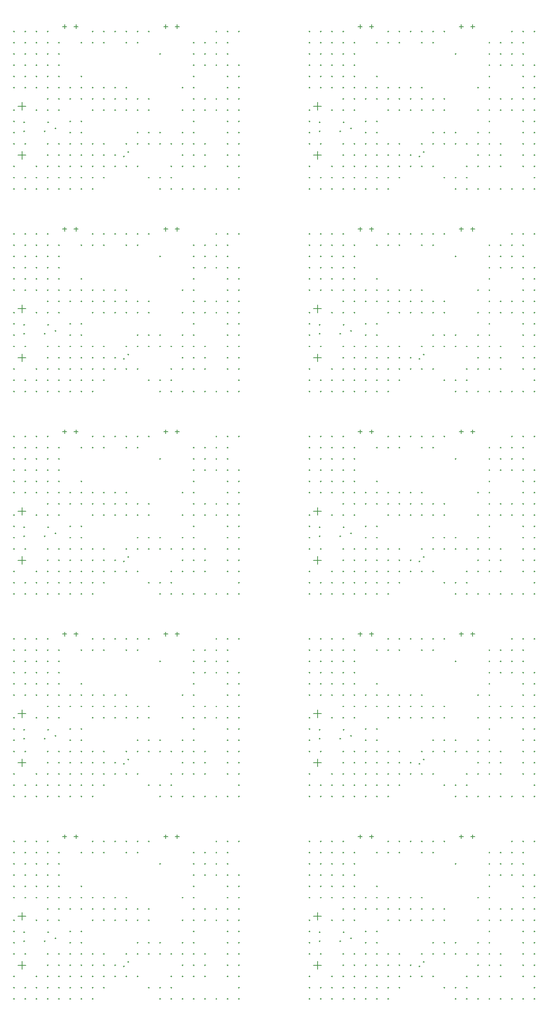
<source format=gbr>
%TF.GenerationSoftware,Altium Limited,Altium Designer,23.9.2 (47)*%
G04 Layer_Color=128*
%FSLAX45Y45*%
%MOMM*%
%TF.SameCoordinates,AD479AB8-1AF9-481E-9C01-A3E3F564F201*%
%TF.FilePolarity,Positive*%
%TF.FileFunction,Drillmap*%
%TF.Part,CustomerPanel*%
G01*
G75*
%TA.AperFunction,NonConductor*%
%ADD50C,0.12700*%
D50*
X7992900Y9434145D02*
X8167900D01*
X8080400Y9346646D02*
Y9521645D01*
X7992900Y10523846D02*
X8167900D01*
X8080400Y10436346D02*
Y10611346D01*
X11232600Y12293600D02*
X11322600D01*
X11277600Y12248600D02*
Y12338600D01*
X11486600Y12293600D02*
X11576600D01*
X11531600Y12248600D02*
Y12338600D01*
X8983100Y12293600D02*
X9073100D01*
X9028100Y12248600D02*
Y12338600D01*
X9237100Y12293600D02*
X9327100D01*
X9282100Y12248600D02*
Y12338600D01*
X12889201Y12188400D02*
X12914200D01*
X12901700Y12175900D02*
Y12200900D01*
X12889201Y11438400D02*
X12914200D01*
X12901700Y11425900D02*
Y11450900D01*
X12889201Y11188400D02*
X12914200D01*
X12901700Y11175900D02*
Y11200900D01*
X12889201Y10938400D02*
X12914200D01*
X12901700Y10925900D02*
Y10950900D01*
X12889201Y10688400D02*
X12914200D01*
X12901700Y10675900D02*
Y10700900D01*
X12889201Y10438400D02*
X12914200D01*
X12901700Y10425900D02*
Y10450900D01*
X12889201Y10188400D02*
X12914200D01*
X12901700Y10175900D02*
Y10200900D01*
X12889201Y9938400D02*
X12914200D01*
X12901700Y9925900D02*
Y9950900D01*
X12889201Y9688400D02*
X12914200D01*
X12901700Y9675900D02*
Y9700900D01*
X12889201Y9438400D02*
X12914200D01*
X12901700Y9425900D02*
Y9450900D01*
X12889201Y9188400D02*
X12914200D01*
X12901700Y9175900D02*
Y9200900D01*
X12889201Y8938400D02*
X12914200D01*
X12901700Y8925900D02*
Y8950900D01*
X12889201Y8688400D02*
X12914200D01*
X12901700Y8675900D02*
Y8700900D01*
X12639201Y12188400D02*
X12664200D01*
X12651700Y12175900D02*
Y12200900D01*
X12639201Y11938400D02*
X12664200D01*
X12651700Y11925900D02*
Y11950900D01*
X12639201Y11688400D02*
X12664200D01*
X12651700Y11675900D02*
Y11700900D01*
X12639201Y11438400D02*
X12664200D01*
X12651700Y11425900D02*
Y11450900D01*
X12639201Y11188400D02*
X12664200D01*
X12651700Y11175900D02*
Y11200900D01*
X12639201Y10938400D02*
X12664200D01*
X12651700Y10925900D02*
Y10950900D01*
X12639201Y10688400D02*
X12664200D01*
X12651700Y10675900D02*
Y10700900D01*
X12639201Y10438400D02*
X12664200D01*
X12651700Y10425900D02*
Y10450900D01*
X12639201Y10188400D02*
X12664200D01*
X12651700Y10175900D02*
Y10200900D01*
X12639201Y9938400D02*
X12664200D01*
X12651700Y9925900D02*
Y9950900D01*
X12639201Y9688400D02*
X12664200D01*
X12651700Y9675900D02*
Y9700900D01*
X12639201Y9438400D02*
X12664200D01*
X12651700Y9425900D02*
Y9450900D01*
X12639201Y9188400D02*
X12664200D01*
X12651700Y9175900D02*
Y9200900D01*
X12639201Y8688400D02*
X12664200D01*
X12651700Y8675900D02*
Y8700900D01*
X12389201Y12188400D02*
X12414200D01*
X12401700Y12175900D02*
Y12200900D01*
X12389201Y11938400D02*
X12414200D01*
X12401700Y11925900D02*
Y11950900D01*
X12389201Y11688400D02*
X12414200D01*
X12401700Y11675900D02*
Y11700900D01*
X12389201Y11438400D02*
X12414200D01*
X12401700Y11425900D02*
Y11450900D01*
X12389201Y10688400D02*
X12414200D01*
X12401700Y10675900D02*
Y10700900D01*
X12389201Y10438400D02*
X12414200D01*
X12401700Y10425900D02*
Y10450900D01*
X12389201Y8688400D02*
X12414200D01*
X12401700Y8675900D02*
Y8700900D01*
X12139201Y11938400D02*
X12164200D01*
X12151700Y11925900D02*
Y11950900D01*
X12139201Y11688400D02*
X12164200D01*
X12151700Y11675900D02*
Y11700900D01*
X12139201Y11438400D02*
X12164200D01*
X12151700Y11425900D02*
Y11450900D01*
X12139201Y10688400D02*
X12164200D01*
X12151700Y10675900D02*
Y10700900D01*
X12139201Y10438400D02*
X12164200D01*
X12151700Y10425900D02*
Y10450900D01*
X12139201Y9688400D02*
X12164200D01*
X12151700Y9675900D02*
Y9700900D01*
X12139201Y9438400D02*
X12164200D01*
X12151700Y9425900D02*
Y9450900D01*
X12139201Y9188400D02*
X12164200D01*
X12151700Y9175900D02*
Y9200900D01*
X12139201Y8688400D02*
X12164200D01*
X12151700Y8675900D02*
Y8700900D01*
X11889201Y11938400D02*
X11914200D01*
X11901700Y11925900D02*
Y11950900D01*
X11889201Y11688400D02*
X11914200D01*
X11901700Y11675900D02*
Y11700900D01*
X11889201Y11438400D02*
X11914200D01*
X11901700Y11425900D02*
Y11450900D01*
X11889201Y11188400D02*
X11914200D01*
X11901700Y11175900D02*
Y11200900D01*
X11889201Y10938400D02*
X11914200D01*
X11901700Y10925900D02*
Y10950900D01*
X11889201Y10688400D02*
X11914200D01*
X11901700Y10675900D02*
Y10700900D01*
X11889201Y10438400D02*
X11914200D01*
X11901700Y10425900D02*
Y10450900D01*
X11889201Y10188400D02*
X11914200D01*
X11901700Y10175900D02*
Y10200900D01*
X11889201Y9938400D02*
X11914200D01*
X11901700Y9925900D02*
Y9950900D01*
X11889201Y9688400D02*
X11914200D01*
X11901700Y9675900D02*
Y9700900D01*
X11889201Y9438400D02*
X11914200D01*
X11901700Y9425900D02*
Y9450900D01*
X11889201Y9188400D02*
X11914200D01*
X11901700Y9175900D02*
Y9200900D01*
X11889201Y8688400D02*
X11914200D01*
X11901700Y8675900D02*
Y8700900D01*
X11639200Y10938400D02*
X11664200D01*
X11651700Y10925900D02*
Y10950900D01*
X11639200Y10438400D02*
X11664200D01*
X11651700Y10425900D02*
Y10450900D01*
X11639200Y9938400D02*
X11664200D01*
X11651700Y9925900D02*
Y9950900D01*
X11639200Y9688400D02*
X11664200D01*
X11651700Y9675900D02*
Y9700900D01*
X11639200Y9438400D02*
X11664200D01*
X11651700Y9425900D02*
Y9450900D01*
X11639200Y9188400D02*
X11664200D01*
X11651700Y9175900D02*
Y9200900D01*
X11639200Y8688400D02*
X11664200D01*
X11651700Y8675900D02*
Y8700900D01*
X11389200Y9688400D02*
X11414200D01*
X11401700Y9675900D02*
Y9700900D01*
X11389200Y9188400D02*
X11414200D01*
X11401700Y9175900D02*
Y9200900D01*
X11389200Y8938400D02*
X11414200D01*
X11401700Y8925900D02*
Y8950900D01*
X11389200Y8688400D02*
X11414200D01*
X11401700Y8675900D02*
Y8700900D01*
X11139200Y11688400D02*
X11164200D01*
X11151700Y11675900D02*
Y11700900D01*
X11139200Y9938400D02*
X11164200D01*
X11151700Y9925900D02*
Y9950900D01*
X11139200Y9688400D02*
X11164200D01*
X11151700Y9675900D02*
Y9700900D01*
X11139200Y8938400D02*
X11164200D01*
X11151700Y8925900D02*
Y8950900D01*
X11139200Y8688400D02*
X11164200D01*
X11151700Y8675900D02*
Y8700900D01*
X10889200Y12188400D02*
X10914200D01*
X10901700Y12175900D02*
Y12200900D01*
X10889200Y10688400D02*
X10914200D01*
X10901700Y10675900D02*
Y10700900D01*
X10889200Y10438400D02*
X10914200D01*
X10901700Y10425900D02*
Y10450900D01*
X10889200Y9938400D02*
X10914200D01*
X10901700Y9925900D02*
Y9950900D01*
X10889200Y9688400D02*
X10914200D01*
X10901700Y9675900D02*
Y9700900D01*
X10889200Y8938400D02*
X10914200D01*
X10901700Y8925900D02*
Y8950900D01*
X10639200Y12188400D02*
X10664200D01*
X10651700Y12175900D02*
Y12200900D01*
X10639200Y11938400D02*
X10664200D01*
X10651700Y11925900D02*
Y11950900D01*
X10639200Y10688400D02*
X10664200D01*
X10651700Y10675900D02*
Y10700900D01*
X10639200Y10438400D02*
X10664200D01*
X10651700Y10425900D02*
Y10450900D01*
X10639200Y9938400D02*
X10664200D01*
X10651700Y9925900D02*
Y9950900D01*
X10639200Y9688400D02*
X10664200D01*
X10651700Y9675900D02*
Y9700900D01*
X10639200Y9188400D02*
X10664200D01*
X10651700Y9175900D02*
Y9200900D01*
X10389200Y12188400D02*
X10414200D01*
X10401700Y12175900D02*
Y12200900D01*
X10389200Y11938400D02*
X10414200D01*
X10401700Y11925900D02*
Y11950900D01*
X10389200Y10938400D02*
X10414200D01*
X10401700Y10925900D02*
Y10950900D01*
X10389200Y10688400D02*
X10414200D01*
X10401700Y10675900D02*
Y10700900D01*
X10389200Y10438400D02*
X10414200D01*
X10401700Y10425900D02*
Y10450900D01*
X10389200Y9688400D02*
X10414200D01*
X10401700Y9675900D02*
Y9700900D01*
X10389200Y9188400D02*
X10414200D01*
X10401700Y9175900D02*
Y9200900D01*
X10139200Y12188400D02*
X10164200D01*
X10151700Y12175900D02*
Y12200900D01*
X10139200Y10938400D02*
X10164200D01*
X10151700Y10925900D02*
Y10950900D01*
X10139200Y10688400D02*
X10164200D01*
X10151700Y10675900D02*
Y10700900D01*
X10139200Y10438400D02*
X10164200D01*
X10151700Y10425900D02*
Y10450900D01*
X10139200Y9438400D02*
X10164200D01*
X10151700Y9425900D02*
Y9450900D01*
X10139200Y9188400D02*
X10164200D01*
X10151700Y9175900D02*
Y9200900D01*
X9889200Y12188400D02*
X9914200D01*
X9901700Y12175900D02*
Y12200900D01*
X9889200Y11938400D02*
X9914200D01*
X9901700Y11925900D02*
Y11950900D01*
X9889200Y10938400D02*
X9914200D01*
X9901700Y10925900D02*
Y10950900D01*
X9889200Y10688400D02*
X9914200D01*
X9901700Y10675900D02*
Y10700900D01*
X9889200Y10438400D02*
X9914200D01*
X9901700Y10425900D02*
Y10450900D01*
X9889200Y9688400D02*
X9914200D01*
X9901700Y9675900D02*
Y9700900D01*
X9889200Y9438400D02*
X9914200D01*
X9901700Y9425900D02*
Y9450900D01*
X9889200Y9188400D02*
X9914200D01*
X9901700Y9175900D02*
Y9200900D01*
X9889200Y8938400D02*
X9914200D01*
X9901700Y8925900D02*
Y8950900D01*
X9639200Y12188400D02*
X9664200D01*
X9651700Y12175900D02*
Y12200900D01*
X9639200Y11938400D02*
X9664200D01*
X9651700Y11925900D02*
Y11950900D01*
X9639200Y10938400D02*
X9664200D01*
X9651700Y10925900D02*
Y10950900D01*
X9639200Y10688400D02*
X9664200D01*
X9651700Y10675900D02*
Y10700900D01*
X9639200Y10438400D02*
X9664200D01*
X9651700Y10425900D02*
Y10450900D01*
X9639200Y9688400D02*
X9664200D01*
X9651700Y9675900D02*
Y9700900D01*
X9639200Y9438400D02*
X9664200D01*
X9651700Y9425900D02*
Y9450900D01*
X9639200Y9188400D02*
X9664200D01*
X9651700Y9175900D02*
Y9200900D01*
X9639200Y8938400D02*
X9664200D01*
X9651700Y8925900D02*
Y8950900D01*
X9639200Y8688400D02*
X9664200D01*
X9651700Y8675900D02*
Y8700900D01*
X9389200Y11938400D02*
X9414200D01*
X9401700Y11925900D02*
Y11950900D01*
X9389200Y11188400D02*
X9414200D01*
X9401700Y11175900D02*
Y11200900D01*
X9389200Y10938400D02*
X9414200D01*
X9401700Y10925900D02*
Y10950900D01*
X9389200Y10688400D02*
X9414200D01*
X9401700Y10675900D02*
Y10700900D01*
X9389200Y10188400D02*
X9414200D01*
X9401700Y10175900D02*
Y10200900D01*
X9389200Y9938400D02*
X9414200D01*
X9401700Y9925900D02*
Y9950900D01*
X9389200Y9688400D02*
X9414200D01*
X9401700Y9675900D02*
Y9700900D01*
X9389200Y9438400D02*
X9414200D01*
X9401700Y9425900D02*
Y9450900D01*
X9389200Y9188400D02*
X9414200D01*
X9401700Y9175900D02*
Y9200900D01*
X9389200Y8938400D02*
X9414200D01*
X9401700Y8925900D02*
Y8950900D01*
X9389200Y8688400D02*
X9414200D01*
X9401700Y8675900D02*
Y8700900D01*
X9139200Y10938400D02*
X9164200D01*
X9151700Y10925900D02*
Y10950900D01*
X9139200Y10688400D02*
X9164200D01*
X9151700Y10675900D02*
Y10700900D01*
X9139200Y10188400D02*
X9164200D01*
X9151700Y10175900D02*
Y10200900D01*
X9139200Y9938400D02*
X9164200D01*
X9151700Y9925900D02*
Y9950900D01*
X9139200Y9688400D02*
X9164200D01*
X9151700Y9675900D02*
Y9700900D01*
X9139200Y9438400D02*
X9164200D01*
X9151700Y9425900D02*
Y9450900D01*
X9139200Y9188400D02*
X9164200D01*
X9151700Y9175900D02*
Y9200900D01*
X9139200Y8938400D02*
X9164200D01*
X9151700Y8925900D02*
Y8950900D01*
X9139200Y8688400D02*
X9164200D01*
X9151700Y8675900D02*
Y8700900D01*
X8889200Y11938400D02*
X8914200D01*
X8901700Y11925900D02*
Y11950900D01*
X8889200Y11688400D02*
X8914200D01*
X8901700Y11675900D02*
Y11700900D01*
X8889200Y11438400D02*
X8914200D01*
X8901700Y11425900D02*
Y11450900D01*
X8889200Y11188400D02*
X8914200D01*
X8901700Y11175900D02*
Y11200900D01*
X8889200Y10938400D02*
X8914200D01*
X8901700Y10925900D02*
Y10950900D01*
X8889200Y10688400D02*
X8914200D01*
X8901700Y10675900D02*
Y10700900D01*
X8889200Y10438400D02*
X8914200D01*
X8901700Y10425900D02*
Y10450900D01*
X8889200Y9688400D02*
X8914200D01*
X8901700Y9675900D02*
Y9700900D01*
X8889200Y9438400D02*
X8914200D01*
X8901700Y9425900D02*
Y9450900D01*
X8889200Y9188400D02*
X8914200D01*
X8901700Y9175900D02*
Y9200900D01*
X8889200Y8938400D02*
X8914200D01*
X8901700Y8925900D02*
Y8950900D01*
X8889200Y8688400D02*
X8914200D01*
X8901700Y8675900D02*
Y8700900D01*
X8639200Y12188400D02*
X8664200D01*
X8651700Y12175900D02*
Y12200900D01*
X8639200Y11938400D02*
X8664200D01*
X8651700Y11925900D02*
Y11950900D01*
X8639200Y11688400D02*
X8664200D01*
X8651700Y11675900D02*
Y11700900D01*
X8639200Y11438400D02*
X8664200D01*
X8651700Y11425900D02*
Y11450900D01*
X8639200Y11188400D02*
X8664200D01*
X8651700Y11175900D02*
Y11200900D01*
X8639200Y10938400D02*
X8664200D01*
X8651700Y10925900D02*
Y10950900D01*
X8639200Y10688400D02*
X8664200D01*
X8651700Y10675900D02*
Y10700900D01*
X8639200Y10438400D02*
X8664200D01*
X8651700Y10425900D02*
Y10450900D01*
X8639200Y9688400D02*
X8664200D01*
X8651700Y9675900D02*
Y9700900D01*
X8639200Y9438400D02*
X8664200D01*
X8651700Y9425900D02*
Y9450900D01*
X8639200Y9188400D02*
X8664200D01*
X8651700Y9175900D02*
Y9200900D01*
X8639200Y8938400D02*
X8664200D01*
X8651700Y8925900D02*
Y8950900D01*
X8639200Y8688400D02*
X8664200D01*
X8651700Y8675900D02*
Y8700900D01*
X8389200Y12188400D02*
X8414200D01*
X8401700Y12175900D02*
Y12200900D01*
X8389200Y11938400D02*
X8414200D01*
X8401700Y11925900D02*
Y11950900D01*
X8389200Y11688400D02*
X8414200D01*
X8401700Y11675900D02*
Y11700900D01*
X8389200Y11438400D02*
X8414200D01*
X8401700Y11425900D02*
Y11450900D01*
X8389200Y11188400D02*
X8414200D01*
X8401700Y11175900D02*
Y11200900D01*
X8389200Y10938400D02*
X8414200D01*
X8401700Y10925900D02*
Y10950900D01*
X8389200Y10438400D02*
X8414200D01*
X8401700Y10425900D02*
Y10450900D01*
X8389200Y9188400D02*
X8414200D01*
X8401700Y9175900D02*
Y9200900D01*
X8389200Y8938400D02*
X8414200D01*
X8401700Y8925900D02*
Y8950900D01*
X8389200Y8688400D02*
X8414200D01*
X8401700Y8675900D02*
Y8700900D01*
X8139200Y12188400D02*
X8164200D01*
X8151700Y12175900D02*
Y12200900D01*
X8139200Y11938400D02*
X8164200D01*
X8151700Y11925900D02*
Y11950900D01*
X8139200Y11688400D02*
X8164200D01*
X8151700Y11675900D02*
Y11700900D01*
X8139200Y11438400D02*
X8164200D01*
X8151700Y11425900D02*
Y11450900D01*
X8139200Y11188400D02*
X8164200D01*
X8151700Y11175900D02*
Y11200900D01*
X8139200Y10938400D02*
X8164200D01*
X8151700Y10925900D02*
Y10950900D01*
X8139200Y9688400D02*
X8164200D01*
X8151700Y9675900D02*
Y9700900D01*
X8139200Y8938400D02*
X8164200D01*
X8151700Y8925900D02*
Y8950900D01*
X8139200Y8688400D02*
X8164200D01*
X8151700Y8675900D02*
Y8700900D01*
X7889200Y12188400D02*
X7914200D01*
X7901700Y12175900D02*
Y12200900D01*
X7889200Y11938400D02*
X7914200D01*
X7901700Y11925900D02*
Y11950900D01*
X7889200Y11688400D02*
X7914200D01*
X7901700Y11675900D02*
Y11700900D01*
X7889200Y11438400D02*
X7914200D01*
X7901700Y11425900D02*
Y11450900D01*
X7889200Y11188400D02*
X7914200D01*
X7901700Y11175900D02*
Y11200900D01*
X7889200Y10938400D02*
X7914200D01*
X7901700Y10925900D02*
Y10950900D01*
X7889200Y10438400D02*
X7914200D01*
X7901700Y10425900D02*
Y10450900D01*
X7889200Y10188400D02*
X7914200D01*
X7901700Y10175900D02*
Y10200900D01*
X7889200Y9938400D02*
X7914200D01*
X7901700Y9925900D02*
Y9950900D01*
X7889200Y9688400D02*
X7914200D01*
X7901700Y9675900D02*
Y9700900D01*
X7889200Y9188400D02*
X7914200D01*
X7901700Y9175900D02*
Y9200900D01*
X7889200Y8938400D02*
X7914200D01*
X7901700Y8925900D02*
Y8950900D01*
X7889200Y8688400D02*
X7914200D01*
X7901700Y8675900D02*
Y8700900D01*
X8814000Y10033000D02*
X8839000D01*
X8826500Y10020500D02*
Y10045500D01*
X10332209Y9411536D02*
X10357209D01*
X10344709Y9399036D02*
Y9424036D01*
X10430497Y9509824D02*
X10455496D01*
X10442997Y9497324D02*
Y9522323D01*
X8115500Y10170100D02*
X8140500D01*
X8128000Y10157600D02*
Y10182600D01*
X8648900Y10170100D02*
X8673900D01*
X8661400Y10157600D02*
Y10182600D01*
X8115500Y9969500D02*
X8140500D01*
X8128000Y9957000D02*
Y9982000D01*
X8572700Y9969500D02*
X8597700D01*
X8585200Y9957000D02*
Y9982000D01*
X14563499Y9434145D02*
X14738499D01*
X14650999Y9346646D02*
Y9521645D01*
X14563499Y10523846D02*
X14738499D01*
X14650999Y10436346D02*
Y10611346D01*
X17803200Y12293600D02*
X17893201D01*
X17848199Y12248600D02*
Y12338600D01*
X18057201Y12293600D02*
X18147200D01*
X18102200Y12248600D02*
Y12338600D01*
X15553700Y12293600D02*
X15643700D01*
X15598700Y12248600D02*
Y12338600D01*
X15807700Y12293600D02*
X15897701D01*
X15852699Y12248600D02*
Y12338600D01*
X19459801Y12188400D02*
X19484801D01*
X19472301Y12175900D02*
Y12200900D01*
X19459801Y11438400D02*
X19484801D01*
X19472301Y11425900D02*
Y11450900D01*
X19459801Y11188400D02*
X19484801D01*
X19472301Y11175900D02*
Y11200900D01*
X19459801Y10938400D02*
X19484801D01*
X19472301Y10925900D02*
Y10950900D01*
X19459801Y10688400D02*
X19484801D01*
X19472301Y10675900D02*
Y10700900D01*
X19459801Y10438400D02*
X19484801D01*
X19472301Y10425900D02*
Y10450900D01*
X19459801Y10188400D02*
X19484801D01*
X19472301Y10175900D02*
Y10200900D01*
X19459801Y9938400D02*
X19484801D01*
X19472301Y9925900D02*
Y9950900D01*
X19459801Y9688400D02*
X19484801D01*
X19472301Y9675900D02*
Y9700900D01*
X19459801Y9438400D02*
X19484801D01*
X19472301Y9425900D02*
Y9450900D01*
X19459801Y9188400D02*
X19484801D01*
X19472301Y9175900D02*
Y9200900D01*
X19459801Y8938400D02*
X19484801D01*
X19472301Y8925900D02*
Y8950900D01*
X19459801Y8688400D02*
X19484801D01*
X19472301Y8675900D02*
Y8700900D01*
X19209801Y12188400D02*
X19234801D01*
X19222301Y12175900D02*
Y12200900D01*
X19209801Y11938400D02*
X19234801D01*
X19222301Y11925900D02*
Y11950900D01*
X19209801Y11688400D02*
X19234801D01*
X19222301Y11675900D02*
Y11700900D01*
X19209801Y11438400D02*
X19234801D01*
X19222301Y11425900D02*
Y11450900D01*
X19209801Y11188400D02*
X19234801D01*
X19222301Y11175900D02*
Y11200900D01*
X19209801Y10938400D02*
X19234801D01*
X19222301Y10925900D02*
Y10950900D01*
X19209801Y10688400D02*
X19234801D01*
X19222301Y10675900D02*
Y10700900D01*
X19209801Y10438400D02*
X19234801D01*
X19222301Y10425900D02*
Y10450900D01*
X19209801Y10188400D02*
X19234801D01*
X19222301Y10175900D02*
Y10200900D01*
X19209801Y9938400D02*
X19234801D01*
X19222301Y9925900D02*
Y9950900D01*
X19209801Y9688400D02*
X19234801D01*
X19222301Y9675900D02*
Y9700900D01*
X19209801Y9438400D02*
X19234801D01*
X19222301Y9425900D02*
Y9450900D01*
X19209801Y9188400D02*
X19234801D01*
X19222301Y9175900D02*
Y9200900D01*
X19209801Y8688400D02*
X19234801D01*
X19222301Y8675900D02*
Y8700900D01*
X18959801Y12188400D02*
X18984801D01*
X18972301Y12175900D02*
Y12200900D01*
X18959801Y11938400D02*
X18984801D01*
X18972301Y11925900D02*
Y11950900D01*
X18959801Y11688400D02*
X18984801D01*
X18972301Y11675900D02*
Y11700900D01*
X18959801Y11438400D02*
X18984801D01*
X18972301Y11425900D02*
Y11450900D01*
X18959801Y10688400D02*
X18984801D01*
X18972301Y10675900D02*
Y10700900D01*
X18959801Y10438400D02*
X18984801D01*
X18972301Y10425900D02*
Y10450900D01*
X18959801Y8688400D02*
X18984801D01*
X18972301Y8675900D02*
Y8700900D01*
X18709801Y11938400D02*
X18734801D01*
X18722301Y11925900D02*
Y11950900D01*
X18709801Y11688400D02*
X18734801D01*
X18722301Y11675900D02*
Y11700900D01*
X18709801Y11438400D02*
X18734801D01*
X18722301Y11425900D02*
Y11450900D01*
X18709801Y10688400D02*
X18734801D01*
X18722301Y10675900D02*
Y10700900D01*
X18709801Y10438400D02*
X18734801D01*
X18722301Y10425900D02*
Y10450900D01*
X18709801Y9688400D02*
X18734801D01*
X18722301Y9675900D02*
Y9700900D01*
X18709801Y9438400D02*
X18734801D01*
X18722301Y9425900D02*
Y9450900D01*
X18709801Y9188400D02*
X18734801D01*
X18722301Y9175900D02*
Y9200900D01*
X18709801Y8688400D02*
X18734801D01*
X18722301Y8675900D02*
Y8700900D01*
X18459801Y11938400D02*
X18484801D01*
X18472301Y11925900D02*
Y11950900D01*
X18459801Y11688400D02*
X18484801D01*
X18472301Y11675900D02*
Y11700900D01*
X18459801Y11438400D02*
X18484801D01*
X18472301Y11425900D02*
Y11450900D01*
X18459801Y11188400D02*
X18484801D01*
X18472301Y11175900D02*
Y11200900D01*
X18459801Y10938400D02*
X18484801D01*
X18472301Y10925900D02*
Y10950900D01*
X18459801Y10688400D02*
X18484801D01*
X18472301Y10675900D02*
Y10700900D01*
X18459801Y10438400D02*
X18484801D01*
X18472301Y10425900D02*
Y10450900D01*
X18459801Y10188400D02*
X18484801D01*
X18472301Y10175900D02*
Y10200900D01*
X18459801Y9938400D02*
X18484801D01*
X18472301Y9925900D02*
Y9950900D01*
X18459801Y9688400D02*
X18484801D01*
X18472301Y9675900D02*
Y9700900D01*
X18459801Y9438400D02*
X18484801D01*
X18472301Y9425900D02*
Y9450900D01*
X18459801Y9188400D02*
X18484801D01*
X18472301Y9175900D02*
Y9200900D01*
X18459801Y8688400D02*
X18484801D01*
X18472301Y8675900D02*
Y8700900D01*
X18209801Y10938400D02*
X18234801D01*
X18222301Y10925900D02*
Y10950900D01*
X18209801Y10438400D02*
X18234801D01*
X18222301Y10425900D02*
Y10450900D01*
X18209801Y9938400D02*
X18234801D01*
X18222301Y9925900D02*
Y9950900D01*
X18209801Y9688400D02*
X18234801D01*
X18222301Y9675900D02*
Y9700900D01*
X18209801Y9438400D02*
X18234801D01*
X18222301Y9425900D02*
Y9450900D01*
X18209801Y9188400D02*
X18234801D01*
X18222301Y9175900D02*
Y9200900D01*
X18209801Y8688400D02*
X18234801D01*
X18222301Y8675900D02*
Y8700900D01*
X17959801Y9688400D02*
X17984801D01*
X17972301Y9675900D02*
Y9700900D01*
X17959801Y9188400D02*
X17984801D01*
X17972301Y9175900D02*
Y9200900D01*
X17959801Y8938400D02*
X17984801D01*
X17972301Y8925900D02*
Y8950900D01*
X17959801Y8688400D02*
X17984801D01*
X17972301Y8675900D02*
Y8700900D01*
X17709801Y11688400D02*
X17734801D01*
X17722301Y11675900D02*
Y11700900D01*
X17709801Y9938400D02*
X17734801D01*
X17722301Y9925900D02*
Y9950900D01*
X17709801Y9688400D02*
X17734801D01*
X17722301Y9675900D02*
Y9700900D01*
X17709801Y8938400D02*
X17734801D01*
X17722301Y8925900D02*
Y8950900D01*
X17709801Y8688400D02*
X17734801D01*
X17722301Y8675900D02*
Y8700900D01*
X17459801Y12188400D02*
X17484801D01*
X17472301Y12175900D02*
Y12200900D01*
X17459801Y10688400D02*
X17484801D01*
X17472301Y10675900D02*
Y10700900D01*
X17459801Y10438400D02*
X17484801D01*
X17472301Y10425900D02*
Y10450900D01*
X17459801Y9938400D02*
X17484801D01*
X17472301Y9925900D02*
Y9950900D01*
X17459801Y9688400D02*
X17484801D01*
X17472301Y9675900D02*
Y9700900D01*
X17459801Y8938400D02*
X17484801D01*
X17472301Y8925900D02*
Y8950900D01*
X17209801Y12188400D02*
X17234801D01*
X17222301Y12175900D02*
Y12200900D01*
X17209801Y11938400D02*
X17234801D01*
X17222301Y11925900D02*
Y11950900D01*
X17209801Y10688400D02*
X17234801D01*
X17222301Y10675900D02*
Y10700900D01*
X17209801Y10438400D02*
X17234801D01*
X17222301Y10425900D02*
Y10450900D01*
X17209801Y9938400D02*
X17234801D01*
X17222301Y9925900D02*
Y9950900D01*
X17209801Y9688400D02*
X17234801D01*
X17222301Y9675900D02*
Y9700900D01*
X17209801Y9188400D02*
X17234801D01*
X17222301Y9175900D02*
Y9200900D01*
X16959801Y12188400D02*
X16984801D01*
X16972301Y12175900D02*
Y12200900D01*
X16959801Y11938400D02*
X16984801D01*
X16972301Y11925900D02*
Y11950900D01*
X16959801Y10938400D02*
X16984801D01*
X16972301Y10925900D02*
Y10950900D01*
X16959801Y10688400D02*
X16984801D01*
X16972301Y10675900D02*
Y10700900D01*
X16959801Y10438400D02*
X16984801D01*
X16972301Y10425900D02*
Y10450900D01*
X16959801Y9688400D02*
X16984801D01*
X16972301Y9675900D02*
Y9700900D01*
X16959801Y9188400D02*
X16984801D01*
X16972301Y9175900D02*
Y9200900D01*
X16709801Y12188400D02*
X16734801D01*
X16722301Y12175900D02*
Y12200900D01*
X16709801Y10938400D02*
X16734801D01*
X16722301Y10925900D02*
Y10950900D01*
X16709801Y10688400D02*
X16734801D01*
X16722301Y10675900D02*
Y10700900D01*
X16709801Y10438400D02*
X16734801D01*
X16722301Y10425900D02*
Y10450900D01*
X16709801Y9438400D02*
X16734801D01*
X16722301Y9425900D02*
Y9450900D01*
X16709801Y9188400D02*
X16734801D01*
X16722301Y9175900D02*
Y9200900D01*
X16459801Y12188400D02*
X16484801D01*
X16472301Y12175900D02*
Y12200900D01*
X16459801Y11938400D02*
X16484801D01*
X16472301Y11925900D02*
Y11950900D01*
X16459801Y10938400D02*
X16484801D01*
X16472301Y10925900D02*
Y10950900D01*
X16459801Y10688400D02*
X16484801D01*
X16472301Y10675900D02*
Y10700900D01*
X16459801Y10438400D02*
X16484801D01*
X16472301Y10425900D02*
Y10450900D01*
X16459801Y9688400D02*
X16484801D01*
X16472301Y9675900D02*
Y9700900D01*
X16459801Y9438400D02*
X16484801D01*
X16472301Y9425900D02*
Y9450900D01*
X16459801Y9188400D02*
X16484801D01*
X16472301Y9175900D02*
Y9200900D01*
X16459801Y8938400D02*
X16484801D01*
X16472301Y8925900D02*
Y8950900D01*
X16209801Y12188400D02*
X16234801D01*
X16222301Y12175900D02*
Y12200900D01*
X16209801Y11938400D02*
X16234801D01*
X16222301Y11925900D02*
Y11950900D01*
X16209801Y10938400D02*
X16234801D01*
X16222301Y10925900D02*
Y10950900D01*
X16209801Y10688400D02*
X16234801D01*
X16222301Y10675900D02*
Y10700900D01*
X16209801Y10438400D02*
X16234801D01*
X16222301Y10425900D02*
Y10450900D01*
X16209801Y9688400D02*
X16234801D01*
X16222301Y9675900D02*
Y9700900D01*
X16209801Y9438400D02*
X16234801D01*
X16222301Y9425900D02*
Y9450900D01*
X16209801Y9188400D02*
X16234801D01*
X16222301Y9175900D02*
Y9200900D01*
X16209801Y8938400D02*
X16234801D01*
X16222301Y8925900D02*
Y8950900D01*
X16209801Y8688400D02*
X16234801D01*
X16222301Y8675900D02*
Y8700900D01*
X15959801Y11938400D02*
X15984801D01*
X15972301Y11925900D02*
Y11950900D01*
X15959801Y11188400D02*
X15984801D01*
X15972301Y11175900D02*
Y11200900D01*
X15959801Y10938400D02*
X15984801D01*
X15972301Y10925900D02*
Y10950900D01*
X15959801Y10688400D02*
X15984801D01*
X15972301Y10675900D02*
Y10700900D01*
X15959801Y10188400D02*
X15984801D01*
X15972301Y10175900D02*
Y10200900D01*
X15959801Y9938400D02*
X15984801D01*
X15972301Y9925900D02*
Y9950900D01*
X15959801Y9688400D02*
X15984801D01*
X15972301Y9675900D02*
Y9700900D01*
X15959801Y9438400D02*
X15984801D01*
X15972301Y9425900D02*
Y9450900D01*
X15959801Y9188400D02*
X15984801D01*
X15972301Y9175900D02*
Y9200900D01*
X15959801Y8938400D02*
X15984801D01*
X15972301Y8925900D02*
Y8950900D01*
X15959801Y8688400D02*
X15984801D01*
X15972301Y8675900D02*
Y8700900D01*
X15709801Y10938400D02*
X15734801D01*
X15722301Y10925900D02*
Y10950900D01*
X15709801Y10688400D02*
X15734801D01*
X15722301Y10675900D02*
Y10700900D01*
X15709801Y10188400D02*
X15734801D01*
X15722301Y10175900D02*
Y10200900D01*
X15709801Y9938400D02*
X15734801D01*
X15722301Y9925900D02*
Y9950900D01*
X15709801Y9688400D02*
X15734801D01*
X15722301Y9675900D02*
Y9700900D01*
X15709801Y9438400D02*
X15734801D01*
X15722301Y9425900D02*
Y9450900D01*
X15709801Y9188400D02*
X15734801D01*
X15722301Y9175900D02*
Y9200900D01*
X15709801Y8938400D02*
X15734801D01*
X15722301Y8925900D02*
Y8950900D01*
X15709801Y8688400D02*
X15734801D01*
X15722301Y8675900D02*
Y8700900D01*
X15459801Y11938400D02*
X15484801D01*
X15472301Y11925900D02*
Y11950900D01*
X15459801Y11688400D02*
X15484801D01*
X15472301Y11675900D02*
Y11700900D01*
X15459801Y11438400D02*
X15484801D01*
X15472301Y11425900D02*
Y11450900D01*
X15459801Y11188400D02*
X15484801D01*
X15472301Y11175900D02*
Y11200900D01*
X15459801Y10938400D02*
X15484801D01*
X15472301Y10925900D02*
Y10950900D01*
X15459801Y10688400D02*
X15484801D01*
X15472301Y10675900D02*
Y10700900D01*
X15459801Y10438400D02*
X15484801D01*
X15472301Y10425900D02*
Y10450900D01*
X15459801Y9688400D02*
X15484801D01*
X15472301Y9675900D02*
Y9700900D01*
X15459801Y9438400D02*
X15484801D01*
X15472301Y9425900D02*
Y9450900D01*
X15459801Y9188400D02*
X15484801D01*
X15472301Y9175900D02*
Y9200900D01*
X15459801Y8938400D02*
X15484801D01*
X15472301Y8925900D02*
Y8950900D01*
X15459801Y8688400D02*
X15484801D01*
X15472301Y8675900D02*
Y8700900D01*
X15209801Y12188400D02*
X15234801D01*
X15222301Y12175900D02*
Y12200900D01*
X15209801Y11938400D02*
X15234801D01*
X15222301Y11925900D02*
Y11950900D01*
X15209801Y11688400D02*
X15234801D01*
X15222301Y11675900D02*
Y11700900D01*
X15209801Y11438400D02*
X15234801D01*
X15222301Y11425900D02*
Y11450900D01*
X15209801Y11188400D02*
X15234801D01*
X15222301Y11175900D02*
Y11200900D01*
X15209801Y10938400D02*
X15234801D01*
X15222301Y10925900D02*
Y10950900D01*
X15209801Y10688400D02*
X15234801D01*
X15222301Y10675900D02*
Y10700900D01*
X15209801Y10438400D02*
X15234801D01*
X15222301Y10425900D02*
Y10450900D01*
X15209801Y9688400D02*
X15234801D01*
X15222301Y9675900D02*
Y9700900D01*
X15209801Y9438400D02*
X15234801D01*
X15222301Y9425900D02*
Y9450900D01*
X15209801Y9188400D02*
X15234801D01*
X15222301Y9175900D02*
Y9200900D01*
X15209801Y8938400D02*
X15234801D01*
X15222301Y8925900D02*
Y8950900D01*
X15209801Y8688400D02*
X15234801D01*
X15222301Y8675900D02*
Y8700900D01*
X14959801Y12188400D02*
X14984801D01*
X14972301Y12175900D02*
Y12200900D01*
X14959801Y11938400D02*
X14984801D01*
X14972301Y11925900D02*
Y11950900D01*
X14959801Y11688400D02*
X14984801D01*
X14972301Y11675900D02*
Y11700900D01*
X14959801Y11438400D02*
X14984801D01*
X14972301Y11425900D02*
Y11450900D01*
X14959801Y11188400D02*
X14984801D01*
X14972301Y11175900D02*
Y11200900D01*
X14959801Y10938400D02*
X14984801D01*
X14972301Y10925900D02*
Y10950900D01*
X14959801Y10438400D02*
X14984801D01*
X14972301Y10425900D02*
Y10450900D01*
X14959801Y9188400D02*
X14984801D01*
X14972301Y9175900D02*
Y9200900D01*
X14959801Y8938400D02*
X14984801D01*
X14972301Y8925900D02*
Y8950900D01*
X14959801Y8688400D02*
X14984801D01*
X14972301Y8675900D02*
Y8700900D01*
X14709801Y12188400D02*
X14734801D01*
X14722301Y12175900D02*
Y12200900D01*
X14709801Y11938400D02*
X14734801D01*
X14722301Y11925900D02*
Y11950900D01*
X14709801Y11688400D02*
X14734801D01*
X14722301Y11675900D02*
Y11700900D01*
X14709801Y11438400D02*
X14734801D01*
X14722301Y11425900D02*
Y11450900D01*
X14709801Y11188400D02*
X14734801D01*
X14722301Y11175900D02*
Y11200900D01*
X14709801Y10938400D02*
X14734801D01*
X14722301Y10925900D02*
Y10950900D01*
X14709801Y9688400D02*
X14734801D01*
X14722301Y9675900D02*
Y9700900D01*
X14709801Y8938400D02*
X14734801D01*
X14722301Y8925900D02*
Y8950900D01*
X14709801Y8688400D02*
X14734801D01*
X14722301Y8675900D02*
Y8700900D01*
X14459801Y12188400D02*
X14484801D01*
X14472301Y12175900D02*
Y12200900D01*
X14459801Y11938400D02*
X14484801D01*
X14472301Y11925900D02*
Y11950900D01*
X14459801Y11688400D02*
X14484801D01*
X14472301Y11675900D02*
Y11700900D01*
X14459801Y11438400D02*
X14484801D01*
X14472301Y11425900D02*
Y11450900D01*
X14459801Y11188400D02*
X14484801D01*
X14472301Y11175900D02*
Y11200900D01*
X14459801Y10938400D02*
X14484801D01*
X14472301Y10925900D02*
Y10950900D01*
X14459801Y10438400D02*
X14484801D01*
X14472301Y10425900D02*
Y10450900D01*
X14459801Y10188400D02*
X14484801D01*
X14472301Y10175900D02*
Y10200900D01*
X14459801Y9938400D02*
X14484801D01*
X14472301Y9925900D02*
Y9950900D01*
X14459801Y9688400D02*
X14484801D01*
X14472301Y9675900D02*
Y9700900D01*
X14459801Y9188400D02*
X14484801D01*
X14472301Y9175900D02*
Y9200900D01*
X14459801Y8938400D02*
X14484801D01*
X14472301Y8925900D02*
Y8950900D01*
X14459801Y8688400D02*
X14484801D01*
X14472301Y8675900D02*
Y8700900D01*
X15384599Y10033000D02*
X15409599D01*
X15397099Y10020500D02*
Y10045500D01*
X16902809Y9411536D02*
X16927809D01*
X16915309Y9399036D02*
Y9424036D01*
X17001097Y9509824D02*
X17026097D01*
X17013597Y9497324D02*
Y9522323D01*
X14686099Y10170100D02*
X14711099D01*
X14698599Y10157600D02*
Y10182600D01*
X15219501Y10170100D02*
X15244501D01*
X15232001Y10157600D02*
Y10182600D01*
X14686099Y9969500D02*
X14711099D01*
X14698599Y9957000D02*
Y9982000D01*
X15143300Y9969500D02*
X15168300D01*
X15155800Y9957000D02*
Y9982000D01*
X7992900Y13934645D02*
X8167900D01*
X8080400Y13847147D02*
Y14022145D01*
X7992900Y15024345D02*
X8167900D01*
X8080400Y14936845D02*
Y15111845D01*
X11232600Y16794099D02*
X11322600D01*
X11277600Y16749100D02*
Y16839101D01*
X11486600Y16794099D02*
X11576600D01*
X11531600Y16749100D02*
Y16839101D01*
X8983100Y16794099D02*
X9073100D01*
X9028100Y16749100D02*
Y16839101D01*
X9237100Y16794099D02*
X9327100D01*
X9282100Y16749100D02*
Y16839101D01*
X12889201Y16688901D02*
X12914200D01*
X12901700Y16676401D02*
Y16701401D01*
X12889201Y15938901D02*
X12914200D01*
X12901700Y15926401D02*
Y15951401D01*
X12889201Y15688901D02*
X12914200D01*
X12901700Y15676401D02*
Y15701401D01*
X12889201Y15438901D02*
X12914200D01*
X12901700Y15426401D02*
Y15451401D01*
X12889201Y15188901D02*
X12914200D01*
X12901700Y15176401D02*
Y15201401D01*
X12889201Y14938901D02*
X12914200D01*
X12901700Y14926401D02*
Y14951401D01*
X12889201Y14688901D02*
X12914200D01*
X12901700Y14676401D02*
Y14701401D01*
X12889201Y14438901D02*
X12914200D01*
X12901700Y14426401D02*
Y14451401D01*
X12889201Y14188901D02*
X12914200D01*
X12901700Y14176401D02*
Y14201401D01*
X12889201Y13938901D02*
X12914200D01*
X12901700Y13926401D02*
Y13951401D01*
X12889201Y13688901D02*
X12914200D01*
X12901700Y13676401D02*
Y13701401D01*
X12889201Y13438901D02*
X12914200D01*
X12901700Y13426401D02*
Y13451401D01*
X12889201Y13188901D02*
X12914200D01*
X12901700Y13176401D02*
Y13201401D01*
X12639201Y16688901D02*
X12664200D01*
X12651700Y16676401D02*
Y16701401D01*
X12639201Y16438901D02*
X12664200D01*
X12651700Y16426401D02*
Y16451401D01*
X12639201Y16188901D02*
X12664200D01*
X12651700Y16176401D02*
Y16201401D01*
X12639201Y15938901D02*
X12664200D01*
X12651700Y15926401D02*
Y15951401D01*
X12639201Y15688901D02*
X12664200D01*
X12651700Y15676401D02*
Y15701401D01*
X12639201Y15438901D02*
X12664200D01*
X12651700Y15426401D02*
Y15451401D01*
X12639201Y15188901D02*
X12664200D01*
X12651700Y15176401D02*
Y15201401D01*
X12639201Y14938901D02*
X12664200D01*
X12651700Y14926401D02*
Y14951401D01*
X12639201Y14688901D02*
X12664200D01*
X12651700Y14676401D02*
Y14701401D01*
X12639201Y14438901D02*
X12664200D01*
X12651700Y14426401D02*
Y14451401D01*
X12639201Y14188901D02*
X12664200D01*
X12651700Y14176401D02*
Y14201401D01*
X12639201Y13938901D02*
X12664200D01*
X12651700Y13926401D02*
Y13951401D01*
X12639201Y13688901D02*
X12664200D01*
X12651700Y13676401D02*
Y13701401D01*
X12639201Y13188901D02*
X12664200D01*
X12651700Y13176401D02*
Y13201401D01*
X12389201Y16688901D02*
X12414200D01*
X12401700Y16676401D02*
Y16701401D01*
X12389201Y16438901D02*
X12414200D01*
X12401700Y16426401D02*
Y16451401D01*
X12389201Y16188901D02*
X12414200D01*
X12401700Y16176401D02*
Y16201401D01*
X12389201Y15938901D02*
X12414200D01*
X12401700Y15926401D02*
Y15951401D01*
X12389201Y15188901D02*
X12414200D01*
X12401700Y15176401D02*
Y15201401D01*
X12389201Y14938901D02*
X12414200D01*
X12401700Y14926401D02*
Y14951401D01*
X12389201Y13188901D02*
X12414200D01*
X12401700Y13176401D02*
Y13201401D01*
X12139201Y16438901D02*
X12164200D01*
X12151700Y16426401D02*
Y16451401D01*
X12139201Y16188901D02*
X12164200D01*
X12151700Y16176401D02*
Y16201401D01*
X12139201Y15938901D02*
X12164200D01*
X12151700Y15926401D02*
Y15951401D01*
X12139201Y15188901D02*
X12164200D01*
X12151700Y15176401D02*
Y15201401D01*
X12139201Y14938901D02*
X12164200D01*
X12151700Y14926401D02*
Y14951401D01*
X12139201Y14188901D02*
X12164200D01*
X12151700Y14176401D02*
Y14201401D01*
X12139201Y13938901D02*
X12164200D01*
X12151700Y13926401D02*
Y13951401D01*
X12139201Y13688901D02*
X12164200D01*
X12151700Y13676401D02*
Y13701401D01*
X12139201Y13188901D02*
X12164200D01*
X12151700Y13176401D02*
Y13201401D01*
X11889201Y16438901D02*
X11914200D01*
X11901700Y16426401D02*
Y16451401D01*
X11889201Y16188901D02*
X11914200D01*
X11901700Y16176401D02*
Y16201401D01*
X11889201Y15938901D02*
X11914200D01*
X11901700Y15926401D02*
Y15951401D01*
X11889201Y15688901D02*
X11914200D01*
X11901700Y15676401D02*
Y15701401D01*
X11889201Y15438901D02*
X11914200D01*
X11901700Y15426401D02*
Y15451401D01*
X11889201Y15188901D02*
X11914200D01*
X11901700Y15176401D02*
Y15201401D01*
X11889201Y14938901D02*
X11914200D01*
X11901700Y14926401D02*
Y14951401D01*
X11889201Y14688901D02*
X11914200D01*
X11901700Y14676401D02*
Y14701401D01*
X11889201Y14438901D02*
X11914200D01*
X11901700Y14426401D02*
Y14451401D01*
X11889201Y14188901D02*
X11914200D01*
X11901700Y14176401D02*
Y14201401D01*
X11889201Y13938901D02*
X11914200D01*
X11901700Y13926401D02*
Y13951401D01*
X11889201Y13688901D02*
X11914200D01*
X11901700Y13676401D02*
Y13701401D01*
X11889201Y13188901D02*
X11914200D01*
X11901700Y13176401D02*
Y13201401D01*
X11639200Y15438901D02*
X11664200D01*
X11651700Y15426401D02*
Y15451401D01*
X11639200Y14938901D02*
X11664200D01*
X11651700Y14926401D02*
Y14951401D01*
X11639200Y14438901D02*
X11664200D01*
X11651700Y14426401D02*
Y14451401D01*
X11639200Y14188901D02*
X11664200D01*
X11651700Y14176401D02*
Y14201401D01*
X11639200Y13938901D02*
X11664200D01*
X11651700Y13926401D02*
Y13951401D01*
X11639200Y13688901D02*
X11664200D01*
X11651700Y13676401D02*
Y13701401D01*
X11639200Y13188901D02*
X11664200D01*
X11651700Y13176401D02*
Y13201401D01*
X11389200Y14188901D02*
X11414200D01*
X11401700Y14176401D02*
Y14201401D01*
X11389200Y13688901D02*
X11414200D01*
X11401700Y13676401D02*
Y13701401D01*
X11389200Y13438901D02*
X11414200D01*
X11401700Y13426401D02*
Y13451401D01*
X11389200Y13188901D02*
X11414200D01*
X11401700Y13176401D02*
Y13201401D01*
X11139200Y16188901D02*
X11164200D01*
X11151700Y16176401D02*
Y16201401D01*
X11139200Y14438901D02*
X11164200D01*
X11151700Y14426401D02*
Y14451401D01*
X11139200Y14188901D02*
X11164200D01*
X11151700Y14176401D02*
Y14201401D01*
X11139200Y13438901D02*
X11164200D01*
X11151700Y13426401D02*
Y13451401D01*
X11139200Y13188901D02*
X11164200D01*
X11151700Y13176401D02*
Y13201401D01*
X10889200Y16688901D02*
X10914200D01*
X10901700Y16676401D02*
Y16701401D01*
X10889200Y15188901D02*
X10914200D01*
X10901700Y15176401D02*
Y15201401D01*
X10889200Y14938901D02*
X10914200D01*
X10901700Y14926401D02*
Y14951401D01*
X10889200Y14438901D02*
X10914200D01*
X10901700Y14426401D02*
Y14451401D01*
X10889200Y14188901D02*
X10914200D01*
X10901700Y14176401D02*
Y14201401D01*
X10889200Y13438901D02*
X10914200D01*
X10901700Y13426401D02*
Y13451401D01*
X10639200Y16688901D02*
X10664200D01*
X10651700Y16676401D02*
Y16701401D01*
X10639200Y16438901D02*
X10664200D01*
X10651700Y16426401D02*
Y16451401D01*
X10639200Y15188901D02*
X10664200D01*
X10651700Y15176401D02*
Y15201401D01*
X10639200Y14938901D02*
X10664200D01*
X10651700Y14926401D02*
Y14951401D01*
X10639200Y14438901D02*
X10664200D01*
X10651700Y14426401D02*
Y14451401D01*
X10639200Y14188901D02*
X10664200D01*
X10651700Y14176401D02*
Y14201401D01*
X10639200Y13688901D02*
X10664200D01*
X10651700Y13676401D02*
Y13701401D01*
X10389200Y16688901D02*
X10414200D01*
X10401700Y16676401D02*
Y16701401D01*
X10389200Y16438901D02*
X10414200D01*
X10401700Y16426401D02*
Y16451401D01*
X10389200Y15438901D02*
X10414200D01*
X10401700Y15426401D02*
Y15451401D01*
X10389200Y15188901D02*
X10414200D01*
X10401700Y15176401D02*
Y15201401D01*
X10389200Y14938901D02*
X10414200D01*
X10401700Y14926401D02*
Y14951401D01*
X10389200Y14188901D02*
X10414200D01*
X10401700Y14176401D02*
Y14201401D01*
X10389200Y13688901D02*
X10414200D01*
X10401700Y13676401D02*
Y13701401D01*
X10139200Y16688901D02*
X10164200D01*
X10151700Y16676401D02*
Y16701401D01*
X10139200Y15438901D02*
X10164200D01*
X10151700Y15426401D02*
Y15451401D01*
X10139200Y15188901D02*
X10164200D01*
X10151700Y15176401D02*
Y15201401D01*
X10139200Y14938901D02*
X10164200D01*
X10151700Y14926401D02*
Y14951401D01*
X10139200Y13938901D02*
X10164200D01*
X10151700Y13926401D02*
Y13951401D01*
X10139200Y13688901D02*
X10164200D01*
X10151700Y13676401D02*
Y13701401D01*
X9889200Y16688901D02*
X9914200D01*
X9901700Y16676401D02*
Y16701401D01*
X9889200Y16438901D02*
X9914200D01*
X9901700Y16426401D02*
Y16451401D01*
X9889200Y15438901D02*
X9914200D01*
X9901700Y15426401D02*
Y15451401D01*
X9889200Y15188901D02*
X9914200D01*
X9901700Y15176401D02*
Y15201401D01*
X9889200Y14938901D02*
X9914200D01*
X9901700Y14926401D02*
Y14951401D01*
X9889200Y14188901D02*
X9914200D01*
X9901700Y14176401D02*
Y14201401D01*
X9889200Y13938901D02*
X9914200D01*
X9901700Y13926401D02*
Y13951401D01*
X9889200Y13688901D02*
X9914200D01*
X9901700Y13676401D02*
Y13701401D01*
X9889200Y13438901D02*
X9914200D01*
X9901700Y13426401D02*
Y13451401D01*
X9639200Y16688901D02*
X9664200D01*
X9651700Y16676401D02*
Y16701401D01*
X9639200Y16438901D02*
X9664200D01*
X9651700Y16426401D02*
Y16451401D01*
X9639200Y15438901D02*
X9664200D01*
X9651700Y15426401D02*
Y15451401D01*
X9639200Y15188901D02*
X9664200D01*
X9651700Y15176401D02*
Y15201401D01*
X9639200Y14938901D02*
X9664200D01*
X9651700Y14926401D02*
Y14951401D01*
X9639200Y14188901D02*
X9664200D01*
X9651700Y14176401D02*
Y14201401D01*
X9639200Y13938901D02*
X9664200D01*
X9651700Y13926401D02*
Y13951401D01*
X9639200Y13688901D02*
X9664200D01*
X9651700Y13676401D02*
Y13701401D01*
X9639200Y13438901D02*
X9664200D01*
X9651700Y13426401D02*
Y13451401D01*
X9639200Y13188901D02*
X9664200D01*
X9651700Y13176401D02*
Y13201401D01*
X9389200Y16438901D02*
X9414200D01*
X9401700Y16426401D02*
Y16451401D01*
X9389200Y15688901D02*
X9414200D01*
X9401700Y15676401D02*
Y15701401D01*
X9389200Y15438901D02*
X9414200D01*
X9401700Y15426401D02*
Y15451401D01*
X9389200Y15188901D02*
X9414200D01*
X9401700Y15176401D02*
Y15201401D01*
X9389200Y14688901D02*
X9414200D01*
X9401700Y14676401D02*
Y14701401D01*
X9389200Y14438901D02*
X9414200D01*
X9401700Y14426401D02*
Y14451401D01*
X9389200Y14188901D02*
X9414200D01*
X9401700Y14176401D02*
Y14201401D01*
X9389200Y13938901D02*
X9414200D01*
X9401700Y13926401D02*
Y13951401D01*
X9389200Y13688901D02*
X9414200D01*
X9401700Y13676401D02*
Y13701401D01*
X9389200Y13438901D02*
X9414200D01*
X9401700Y13426401D02*
Y13451401D01*
X9389200Y13188901D02*
X9414200D01*
X9401700Y13176401D02*
Y13201401D01*
X9139200Y15438901D02*
X9164200D01*
X9151700Y15426401D02*
Y15451401D01*
X9139200Y15188901D02*
X9164200D01*
X9151700Y15176401D02*
Y15201401D01*
X9139200Y14688901D02*
X9164200D01*
X9151700Y14676401D02*
Y14701401D01*
X9139200Y14438901D02*
X9164200D01*
X9151700Y14426401D02*
Y14451401D01*
X9139200Y14188901D02*
X9164200D01*
X9151700Y14176401D02*
Y14201401D01*
X9139200Y13938901D02*
X9164200D01*
X9151700Y13926401D02*
Y13951401D01*
X9139200Y13688901D02*
X9164200D01*
X9151700Y13676401D02*
Y13701401D01*
X9139200Y13438901D02*
X9164200D01*
X9151700Y13426401D02*
Y13451401D01*
X9139200Y13188901D02*
X9164200D01*
X9151700Y13176401D02*
Y13201401D01*
X8889200Y16438901D02*
X8914200D01*
X8901700Y16426401D02*
Y16451401D01*
X8889200Y16188901D02*
X8914200D01*
X8901700Y16176401D02*
Y16201401D01*
X8889200Y15938901D02*
X8914200D01*
X8901700Y15926401D02*
Y15951401D01*
X8889200Y15688901D02*
X8914200D01*
X8901700Y15676401D02*
Y15701401D01*
X8889200Y15438901D02*
X8914200D01*
X8901700Y15426401D02*
Y15451401D01*
X8889200Y15188901D02*
X8914200D01*
X8901700Y15176401D02*
Y15201401D01*
X8889200Y14938901D02*
X8914200D01*
X8901700Y14926401D02*
Y14951401D01*
X8889200Y14188901D02*
X8914200D01*
X8901700Y14176401D02*
Y14201401D01*
X8889200Y13938901D02*
X8914200D01*
X8901700Y13926401D02*
Y13951401D01*
X8889200Y13688901D02*
X8914200D01*
X8901700Y13676401D02*
Y13701401D01*
X8889200Y13438901D02*
X8914200D01*
X8901700Y13426401D02*
Y13451401D01*
X8889200Y13188901D02*
X8914200D01*
X8901700Y13176401D02*
Y13201401D01*
X8639200Y16688901D02*
X8664200D01*
X8651700Y16676401D02*
Y16701401D01*
X8639200Y16438901D02*
X8664200D01*
X8651700Y16426401D02*
Y16451401D01*
X8639200Y16188901D02*
X8664200D01*
X8651700Y16176401D02*
Y16201401D01*
X8639200Y15938901D02*
X8664200D01*
X8651700Y15926401D02*
Y15951401D01*
X8639200Y15688901D02*
X8664200D01*
X8651700Y15676401D02*
Y15701401D01*
X8639200Y15438901D02*
X8664200D01*
X8651700Y15426401D02*
Y15451401D01*
X8639200Y15188901D02*
X8664200D01*
X8651700Y15176401D02*
Y15201401D01*
X8639200Y14938901D02*
X8664200D01*
X8651700Y14926401D02*
Y14951401D01*
X8639200Y14188901D02*
X8664200D01*
X8651700Y14176401D02*
Y14201401D01*
X8639200Y13938901D02*
X8664200D01*
X8651700Y13926401D02*
Y13951401D01*
X8639200Y13688901D02*
X8664200D01*
X8651700Y13676401D02*
Y13701401D01*
X8639200Y13438901D02*
X8664200D01*
X8651700Y13426401D02*
Y13451401D01*
X8639200Y13188901D02*
X8664200D01*
X8651700Y13176401D02*
Y13201401D01*
X8389200Y16688901D02*
X8414200D01*
X8401700Y16676401D02*
Y16701401D01*
X8389200Y16438901D02*
X8414200D01*
X8401700Y16426401D02*
Y16451401D01*
X8389200Y16188901D02*
X8414200D01*
X8401700Y16176401D02*
Y16201401D01*
X8389200Y15938901D02*
X8414200D01*
X8401700Y15926401D02*
Y15951401D01*
X8389200Y15688901D02*
X8414200D01*
X8401700Y15676401D02*
Y15701401D01*
X8389200Y15438901D02*
X8414200D01*
X8401700Y15426401D02*
Y15451401D01*
X8389200Y14938901D02*
X8414200D01*
X8401700Y14926401D02*
Y14951401D01*
X8389200Y13688901D02*
X8414200D01*
X8401700Y13676401D02*
Y13701401D01*
X8389200Y13438901D02*
X8414200D01*
X8401700Y13426401D02*
Y13451401D01*
X8389200Y13188901D02*
X8414200D01*
X8401700Y13176401D02*
Y13201401D01*
X8139200Y16688901D02*
X8164200D01*
X8151700Y16676401D02*
Y16701401D01*
X8139200Y16438901D02*
X8164200D01*
X8151700Y16426401D02*
Y16451401D01*
X8139200Y16188901D02*
X8164200D01*
X8151700Y16176401D02*
Y16201401D01*
X8139200Y15938901D02*
X8164200D01*
X8151700Y15926401D02*
Y15951401D01*
X8139200Y15688901D02*
X8164200D01*
X8151700Y15676401D02*
Y15701401D01*
X8139200Y15438901D02*
X8164200D01*
X8151700Y15426401D02*
Y15451401D01*
X8139200Y14188901D02*
X8164200D01*
X8151700Y14176401D02*
Y14201401D01*
X8139200Y13438901D02*
X8164200D01*
X8151700Y13426401D02*
Y13451401D01*
X8139200Y13188901D02*
X8164200D01*
X8151700Y13176401D02*
Y13201401D01*
X7889200Y16688901D02*
X7914200D01*
X7901700Y16676401D02*
Y16701401D01*
X7889200Y16438901D02*
X7914200D01*
X7901700Y16426401D02*
Y16451401D01*
X7889200Y16188901D02*
X7914200D01*
X7901700Y16176401D02*
Y16201401D01*
X7889200Y15938901D02*
X7914200D01*
X7901700Y15926401D02*
Y15951401D01*
X7889200Y15688901D02*
X7914200D01*
X7901700Y15676401D02*
Y15701401D01*
X7889200Y15438901D02*
X7914200D01*
X7901700Y15426401D02*
Y15451401D01*
X7889200Y14938901D02*
X7914200D01*
X7901700Y14926401D02*
Y14951401D01*
X7889200Y14688901D02*
X7914200D01*
X7901700Y14676401D02*
Y14701401D01*
X7889200Y14438901D02*
X7914200D01*
X7901700Y14426401D02*
Y14451401D01*
X7889200Y14188901D02*
X7914200D01*
X7901700Y14176401D02*
Y14201401D01*
X7889200Y13688901D02*
X7914200D01*
X7901700Y13676401D02*
Y13701401D01*
X7889200Y13438901D02*
X7914200D01*
X7901700Y13426401D02*
Y13451401D01*
X7889200Y13188901D02*
X7914200D01*
X7901700Y13176401D02*
Y13201401D01*
X8814000Y14533501D02*
X8839000D01*
X8826500Y14521001D02*
Y14546001D01*
X10332209Y13912036D02*
X10357209D01*
X10344709Y13899536D02*
Y13924536D01*
X10430497Y14010324D02*
X10455496D01*
X10442997Y13997824D02*
Y14022823D01*
X8115500Y14670599D02*
X8140500D01*
X8128000Y14658099D02*
Y14683099D01*
X8648900Y14670599D02*
X8673900D01*
X8661400Y14658099D02*
Y14683099D01*
X8115500Y14470000D02*
X8140500D01*
X8128000Y14457500D02*
Y14482500D01*
X8572700Y14470000D02*
X8597700D01*
X8585200Y14457500D02*
Y14482500D01*
X14563499Y13934645D02*
X14738499D01*
X14650999Y13847147D02*
Y14022145D01*
X14563499Y15024345D02*
X14738499D01*
X14650999Y14936845D02*
Y15111845D01*
X17803200Y16794099D02*
X17893201D01*
X17848199Y16749100D02*
Y16839101D01*
X18057201Y16794099D02*
X18147200D01*
X18102200Y16749100D02*
Y16839101D01*
X15553700Y16794099D02*
X15643700D01*
X15598700Y16749100D02*
Y16839101D01*
X15807700Y16794099D02*
X15897701D01*
X15852699Y16749100D02*
Y16839101D01*
X19459801Y16688901D02*
X19484801D01*
X19472301Y16676401D02*
Y16701401D01*
X19459801Y15938901D02*
X19484801D01*
X19472301Y15926401D02*
Y15951401D01*
X19459801Y15688901D02*
X19484801D01*
X19472301Y15676401D02*
Y15701401D01*
X19459801Y15438901D02*
X19484801D01*
X19472301Y15426401D02*
Y15451401D01*
X19459801Y15188901D02*
X19484801D01*
X19472301Y15176401D02*
Y15201401D01*
X19459801Y14938901D02*
X19484801D01*
X19472301Y14926401D02*
Y14951401D01*
X19459801Y14688901D02*
X19484801D01*
X19472301Y14676401D02*
Y14701401D01*
X19459801Y14438901D02*
X19484801D01*
X19472301Y14426401D02*
Y14451401D01*
X19459801Y14188901D02*
X19484801D01*
X19472301Y14176401D02*
Y14201401D01*
X19459801Y13938901D02*
X19484801D01*
X19472301Y13926401D02*
Y13951401D01*
X19459801Y13688901D02*
X19484801D01*
X19472301Y13676401D02*
Y13701401D01*
X19459801Y13438901D02*
X19484801D01*
X19472301Y13426401D02*
Y13451401D01*
X19459801Y13188901D02*
X19484801D01*
X19472301Y13176401D02*
Y13201401D01*
X19209801Y16688901D02*
X19234801D01*
X19222301Y16676401D02*
Y16701401D01*
X19209801Y16438901D02*
X19234801D01*
X19222301Y16426401D02*
Y16451401D01*
X19209801Y16188901D02*
X19234801D01*
X19222301Y16176401D02*
Y16201401D01*
X19209801Y15938901D02*
X19234801D01*
X19222301Y15926401D02*
Y15951401D01*
X19209801Y15688901D02*
X19234801D01*
X19222301Y15676401D02*
Y15701401D01*
X19209801Y15438901D02*
X19234801D01*
X19222301Y15426401D02*
Y15451401D01*
X19209801Y15188901D02*
X19234801D01*
X19222301Y15176401D02*
Y15201401D01*
X19209801Y14938901D02*
X19234801D01*
X19222301Y14926401D02*
Y14951401D01*
X19209801Y14688901D02*
X19234801D01*
X19222301Y14676401D02*
Y14701401D01*
X19209801Y14438901D02*
X19234801D01*
X19222301Y14426401D02*
Y14451401D01*
X19209801Y14188901D02*
X19234801D01*
X19222301Y14176401D02*
Y14201401D01*
X19209801Y13938901D02*
X19234801D01*
X19222301Y13926401D02*
Y13951401D01*
X19209801Y13688901D02*
X19234801D01*
X19222301Y13676401D02*
Y13701401D01*
X19209801Y13188901D02*
X19234801D01*
X19222301Y13176401D02*
Y13201401D01*
X18959801Y16688901D02*
X18984801D01*
X18972301Y16676401D02*
Y16701401D01*
X18959801Y16438901D02*
X18984801D01*
X18972301Y16426401D02*
Y16451401D01*
X18959801Y16188901D02*
X18984801D01*
X18972301Y16176401D02*
Y16201401D01*
X18959801Y15938901D02*
X18984801D01*
X18972301Y15926401D02*
Y15951401D01*
X18959801Y15188901D02*
X18984801D01*
X18972301Y15176401D02*
Y15201401D01*
X18959801Y14938901D02*
X18984801D01*
X18972301Y14926401D02*
Y14951401D01*
X18959801Y13188901D02*
X18984801D01*
X18972301Y13176401D02*
Y13201401D01*
X18709801Y16438901D02*
X18734801D01*
X18722301Y16426401D02*
Y16451401D01*
X18709801Y16188901D02*
X18734801D01*
X18722301Y16176401D02*
Y16201401D01*
X18709801Y15938901D02*
X18734801D01*
X18722301Y15926401D02*
Y15951401D01*
X18709801Y15188901D02*
X18734801D01*
X18722301Y15176401D02*
Y15201401D01*
X18709801Y14938901D02*
X18734801D01*
X18722301Y14926401D02*
Y14951401D01*
X18709801Y14188901D02*
X18734801D01*
X18722301Y14176401D02*
Y14201401D01*
X18709801Y13938901D02*
X18734801D01*
X18722301Y13926401D02*
Y13951401D01*
X18709801Y13688901D02*
X18734801D01*
X18722301Y13676401D02*
Y13701401D01*
X18709801Y13188901D02*
X18734801D01*
X18722301Y13176401D02*
Y13201401D01*
X18459801Y16438901D02*
X18484801D01*
X18472301Y16426401D02*
Y16451401D01*
X18459801Y16188901D02*
X18484801D01*
X18472301Y16176401D02*
Y16201401D01*
X18459801Y15938901D02*
X18484801D01*
X18472301Y15926401D02*
Y15951401D01*
X18459801Y15688901D02*
X18484801D01*
X18472301Y15676401D02*
Y15701401D01*
X18459801Y15438901D02*
X18484801D01*
X18472301Y15426401D02*
Y15451401D01*
X18459801Y15188901D02*
X18484801D01*
X18472301Y15176401D02*
Y15201401D01*
X18459801Y14938901D02*
X18484801D01*
X18472301Y14926401D02*
Y14951401D01*
X18459801Y14688901D02*
X18484801D01*
X18472301Y14676401D02*
Y14701401D01*
X18459801Y14438901D02*
X18484801D01*
X18472301Y14426401D02*
Y14451401D01*
X18459801Y14188901D02*
X18484801D01*
X18472301Y14176401D02*
Y14201401D01*
X18459801Y13938901D02*
X18484801D01*
X18472301Y13926401D02*
Y13951401D01*
X18459801Y13688901D02*
X18484801D01*
X18472301Y13676401D02*
Y13701401D01*
X18459801Y13188901D02*
X18484801D01*
X18472301Y13176401D02*
Y13201401D01*
X18209801Y15438901D02*
X18234801D01*
X18222301Y15426401D02*
Y15451401D01*
X18209801Y14938901D02*
X18234801D01*
X18222301Y14926401D02*
Y14951401D01*
X18209801Y14438901D02*
X18234801D01*
X18222301Y14426401D02*
Y14451401D01*
X18209801Y14188901D02*
X18234801D01*
X18222301Y14176401D02*
Y14201401D01*
X18209801Y13938901D02*
X18234801D01*
X18222301Y13926401D02*
Y13951401D01*
X18209801Y13688901D02*
X18234801D01*
X18222301Y13676401D02*
Y13701401D01*
X18209801Y13188901D02*
X18234801D01*
X18222301Y13176401D02*
Y13201401D01*
X17959801Y14188901D02*
X17984801D01*
X17972301Y14176401D02*
Y14201401D01*
X17959801Y13688901D02*
X17984801D01*
X17972301Y13676401D02*
Y13701401D01*
X17959801Y13438901D02*
X17984801D01*
X17972301Y13426401D02*
Y13451401D01*
X17959801Y13188901D02*
X17984801D01*
X17972301Y13176401D02*
Y13201401D01*
X17709801Y16188901D02*
X17734801D01*
X17722301Y16176401D02*
Y16201401D01*
X17709801Y14438901D02*
X17734801D01*
X17722301Y14426401D02*
Y14451401D01*
X17709801Y14188901D02*
X17734801D01*
X17722301Y14176401D02*
Y14201401D01*
X17709801Y13438901D02*
X17734801D01*
X17722301Y13426401D02*
Y13451401D01*
X17709801Y13188901D02*
X17734801D01*
X17722301Y13176401D02*
Y13201401D01*
X17459801Y16688901D02*
X17484801D01*
X17472301Y16676401D02*
Y16701401D01*
X17459801Y15188901D02*
X17484801D01*
X17472301Y15176401D02*
Y15201401D01*
X17459801Y14938901D02*
X17484801D01*
X17472301Y14926401D02*
Y14951401D01*
X17459801Y14438901D02*
X17484801D01*
X17472301Y14426401D02*
Y14451401D01*
X17459801Y14188901D02*
X17484801D01*
X17472301Y14176401D02*
Y14201401D01*
X17459801Y13438901D02*
X17484801D01*
X17472301Y13426401D02*
Y13451401D01*
X17209801Y16688901D02*
X17234801D01*
X17222301Y16676401D02*
Y16701401D01*
X17209801Y16438901D02*
X17234801D01*
X17222301Y16426401D02*
Y16451401D01*
X17209801Y15188901D02*
X17234801D01*
X17222301Y15176401D02*
Y15201401D01*
X17209801Y14938901D02*
X17234801D01*
X17222301Y14926401D02*
Y14951401D01*
X17209801Y14438901D02*
X17234801D01*
X17222301Y14426401D02*
Y14451401D01*
X17209801Y14188901D02*
X17234801D01*
X17222301Y14176401D02*
Y14201401D01*
X17209801Y13688901D02*
X17234801D01*
X17222301Y13676401D02*
Y13701401D01*
X16959801Y16688901D02*
X16984801D01*
X16972301Y16676401D02*
Y16701401D01*
X16959801Y16438901D02*
X16984801D01*
X16972301Y16426401D02*
Y16451401D01*
X16959801Y15438901D02*
X16984801D01*
X16972301Y15426401D02*
Y15451401D01*
X16959801Y15188901D02*
X16984801D01*
X16972301Y15176401D02*
Y15201401D01*
X16959801Y14938901D02*
X16984801D01*
X16972301Y14926401D02*
Y14951401D01*
X16959801Y14188901D02*
X16984801D01*
X16972301Y14176401D02*
Y14201401D01*
X16959801Y13688901D02*
X16984801D01*
X16972301Y13676401D02*
Y13701401D01*
X16709801Y16688901D02*
X16734801D01*
X16722301Y16676401D02*
Y16701401D01*
X16709801Y15438901D02*
X16734801D01*
X16722301Y15426401D02*
Y15451401D01*
X16709801Y15188901D02*
X16734801D01*
X16722301Y15176401D02*
Y15201401D01*
X16709801Y14938901D02*
X16734801D01*
X16722301Y14926401D02*
Y14951401D01*
X16709801Y13938901D02*
X16734801D01*
X16722301Y13926401D02*
Y13951401D01*
X16709801Y13688901D02*
X16734801D01*
X16722301Y13676401D02*
Y13701401D01*
X16459801Y16688901D02*
X16484801D01*
X16472301Y16676401D02*
Y16701401D01*
X16459801Y16438901D02*
X16484801D01*
X16472301Y16426401D02*
Y16451401D01*
X16459801Y15438901D02*
X16484801D01*
X16472301Y15426401D02*
Y15451401D01*
X16459801Y15188901D02*
X16484801D01*
X16472301Y15176401D02*
Y15201401D01*
X16459801Y14938901D02*
X16484801D01*
X16472301Y14926401D02*
Y14951401D01*
X16459801Y14188901D02*
X16484801D01*
X16472301Y14176401D02*
Y14201401D01*
X16459801Y13938901D02*
X16484801D01*
X16472301Y13926401D02*
Y13951401D01*
X16459801Y13688901D02*
X16484801D01*
X16472301Y13676401D02*
Y13701401D01*
X16459801Y13438901D02*
X16484801D01*
X16472301Y13426401D02*
Y13451401D01*
X16209801Y16688901D02*
X16234801D01*
X16222301Y16676401D02*
Y16701401D01*
X16209801Y16438901D02*
X16234801D01*
X16222301Y16426401D02*
Y16451401D01*
X16209801Y15438901D02*
X16234801D01*
X16222301Y15426401D02*
Y15451401D01*
X16209801Y15188901D02*
X16234801D01*
X16222301Y15176401D02*
Y15201401D01*
X16209801Y14938901D02*
X16234801D01*
X16222301Y14926401D02*
Y14951401D01*
X16209801Y14188901D02*
X16234801D01*
X16222301Y14176401D02*
Y14201401D01*
X16209801Y13938901D02*
X16234801D01*
X16222301Y13926401D02*
Y13951401D01*
X16209801Y13688901D02*
X16234801D01*
X16222301Y13676401D02*
Y13701401D01*
X16209801Y13438901D02*
X16234801D01*
X16222301Y13426401D02*
Y13451401D01*
X16209801Y13188901D02*
X16234801D01*
X16222301Y13176401D02*
Y13201401D01*
X15959801Y16438901D02*
X15984801D01*
X15972301Y16426401D02*
Y16451401D01*
X15959801Y15688901D02*
X15984801D01*
X15972301Y15676401D02*
Y15701401D01*
X15959801Y15438901D02*
X15984801D01*
X15972301Y15426401D02*
Y15451401D01*
X15959801Y15188901D02*
X15984801D01*
X15972301Y15176401D02*
Y15201401D01*
X15959801Y14688901D02*
X15984801D01*
X15972301Y14676401D02*
Y14701401D01*
X15959801Y14438901D02*
X15984801D01*
X15972301Y14426401D02*
Y14451401D01*
X15959801Y14188901D02*
X15984801D01*
X15972301Y14176401D02*
Y14201401D01*
X15959801Y13938901D02*
X15984801D01*
X15972301Y13926401D02*
Y13951401D01*
X15959801Y13688901D02*
X15984801D01*
X15972301Y13676401D02*
Y13701401D01*
X15959801Y13438901D02*
X15984801D01*
X15972301Y13426401D02*
Y13451401D01*
X15959801Y13188901D02*
X15984801D01*
X15972301Y13176401D02*
Y13201401D01*
X15709801Y15438901D02*
X15734801D01*
X15722301Y15426401D02*
Y15451401D01*
X15709801Y15188901D02*
X15734801D01*
X15722301Y15176401D02*
Y15201401D01*
X15709801Y14688901D02*
X15734801D01*
X15722301Y14676401D02*
Y14701401D01*
X15709801Y14438901D02*
X15734801D01*
X15722301Y14426401D02*
Y14451401D01*
X15709801Y14188901D02*
X15734801D01*
X15722301Y14176401D02*
Y14201401D01*
X15709801Y13938901D02*
X15734801D01*
X15722301Y13926401D02*
Y13951401D01*
X15709801Y13688901D02*
X15734801D01*
X15722301Y13676401D02*
Y13701401D01*
X15709801Y13438901D02*
X15734801D01*
X15722301Y13426401D02*
Y13451401D01*
X15709801Y13188901D02*
X15734801D01*
X15722301Y13176401D02*
Y13201401D01*
X15459801Y16438901D02*
X15484801D01*
X15472301Y16426401D02*
Y16451401D01*
X15459801Y16188901D02*
X15484801D01*
X15472301Y16176401D02*
Y16201401D01*
X15459801Y15938901D02*
X15484801D01*
X15472301Y15926401D02*
Y15951401D01*
X15459801Y15688901D02*
X15484801D01*
X15472301Y15676401D02*
Y15701401D01*
X15459801Y15438901D02*
X15484801D01*
X15472301Y15426401D02*
Y15451401D01*
X15459801Y15188901D02*
X15484801D01*
X15472301Y15176401D02*
Y15201401D01*
X15459801Y14938901D02*
X15484801D01*
X15472301Y14926401D02*
Y14951401D01*
X15459801Y14188901D02*
X15484801D01*
X15472301Y14176401D02*
Y14201401D01*
X15459801Y13938901D02*
X15484801D01*
X15472301Y13926401D02*
Y13951401D01*
X15459801Y13688901D02*
X15484801D01*
X15472301Y13676401D02*
Y13701401D01*
X15459801Y13438901D02*
X15484801D01*
X15472301Y13426401D02*
Y13451401D01*
X15459801Y13188901D02*
X15484801D01*
X15472301Y13176401D02*
Y13201401D01*
X15209801Y16688901D02*
X15234801D01*
X15222301Y16676401D02*
Y16701401D01*
X15209801Y16438901D02*
X15234801D01*
X15222301Y16426401D02*
Y16451401D01*
X15209801Y16188901D02*
X15234801D01*
X15222301Y16176401D02*
Y16201401D01*
X15209801Y15938901D02*
X15234801D01*
X15222301Y15926401D02*
Y15951401D01*
X15209801Y15688901D02*
X15234801D01*
X15222301Y15676401D02*
Y15701401D01*
X15209801Y15438901D02*
X15234801D01*
X15222301Y15426401D02*
Y15451401D01*
X15209801Y15188901D02*
X15234801D01*
X15222301Y15176401D02*
Y15201401D01*
X15209801Y14938901D02*
X15234801D01*
X15222301Y14926401D02*
Y14951401D01*
X15209801Y14188901D02*
X15234801D01*
X15222301Y14176401D02*
Y14201401D01*
X15209801Y13938901D02*
X15234801D01*
X15222301Y13926401D02*
Y13951401D01*
X15209801Y13688901D02*
X15234801D01*
X15222301Y13676401D02*
Y13701401D01*
X15209801Y13438901D02*
X15234801D01*
X15222301Y13426401D02*
Y13451401D01*
X15209801Y13188901D02*
X15234801D01*
X15222301Y13176401D02*
Y13201401D01*
X14959801Y16688901D02*
X14984801D01*
X14972301Y16676401D02*
Y16701401D01*
X14959801Y16438901D02*
X14984801D01*
X14972301Y16426401D02*
Y16451401D01*
X14959801Y16188901D02*
X14984801D01*
X14972301Y16176401D02*
Y16201401D01*
X14959801Y15938901D02*
X14984801D01*
X14972301Y15926401D02*
Y15951401D01*
X14959801Y15688901D02*
X14984801D01*
X14972301Y15676401D02*
Y15701401D01*
X14959801Y15438901D02*
X14984801D01*
X14972301Y15426401D02*
Y15451401D01*
X14959801Y14938901D02*
X14984801D01*
X14972301Y14926401D02*
Y14951401D01*
X14959801Y13688901D02*
X14984801D01*
X14972301Y13676401D02*
Y13701401D01*
X14959801Y13438901D02*
X14984801D01*
X14972301Y13426401D02*
Y13451401D01*
X14959801Y13188901D02*
X14984801D01*
X14972301Y13176401D02*
Y13201401D01*
X14709801Y16688901D02*
X14734801D01*
X14722301Y16676401D02*
Y16701401D01*
X14709801Y16438901D02*
X14734801D01*
X14722301Y16426401D02*
Y16451401D01*
X14709801Y16188901D02*
X14734801D01*
X14722301Y16176401D02*
Y16201401D01*
X14709801Y15938901D02*
X14734801D01*
X14722301Y15926401D02*
Y15951401D01*
X14709801Y15688901D02*
X14734801D01*
X14722301Y15676401D02*
Y15701401D01*
X14709801Y15438901D02*
X14734801D01*
X14722301Y15426401D02*
Y15451401D01*
X14709801Y14188901D02*
X14734801D01*
X14722301Y14176401D02*
Y14201401D01*
X14709801Y13438901D02*
X14734801D01*
X14722301Y13426401D02*
Y13451401D01*
X14709801Y13188901D02*
X14734801D01*
X14722301Y13176401D02*
Y13201401D01*
X14459801Y16688901D02*
X14484801D01*
X14472301Y16676401D02*
Y16701401D01*
X14459801Y16438901D02*
X14484801D01*
X14472301Y16426401D02*
Y16451401D01*
X14459801Y16188901D02*
X14484801D01*
X14472301Y16176401D02*
Y16201401D01*
X14459801Y15938901D02*
X14484801D01*
X14472301Y15926401D02*
Y15951401D01*
X14459801Y15688901D02*
X14484801D01*
X14472301Y15676401D02*
Y15701401D01*
X14459801Y15438901D02*
X14484801D01*
X14472301Y15426401D02*
Y15451401D01*
X14459801Y14938901D02*
X14484801D01*
X14472301Y14926401D02*
Y14951401D01*
X14459801Y14688901D02*
X14484801D01*
X14472301Y14676401D02*
Y14701401D01*
X14459801Y14438901D02*
X14484801D01*
X14472301Y14426401D02*
Y14451401D01*
X14459801Y14188901D02*
X14484801D01*
X14472301Y14176401D02*
Y14201401D01*
X14459801Y13688901D02*
X14484801D01*
X14472301Y13676401D02*
Y13701401D01*
X14459801Y13438901D02*
X14484801D01*
X14472301Y13426401D02*
Y13451401D01*
X14459801Y13188901D02*
X14484801D01*
X14472301Y13176401D02*
Y13201401D01*
X15384599Y14533501D02*
X15409599D01*
X15397099Y14521001D02*
Y14546001D01*
X16902809Y13912036D02*
X16927809D01*
X16915309Y13899536D02*
Y13924536D01*
X17001097Y14010324D02*
X17026097D01*
X17013597Y13997824D02*
Y14022823D01*
X14686099Y14670599D02*
X14711099D01*
X14698599Y14658099D02*
Y14683099D01*
X15219501Y14670599D02*
X15244501D01*
X15232001Y14658099D02*
Y14683099D01*
X14686099Y14470000D02*
X14711099D01*
X14698599Y14457500D02*
Y14482500D01*
X15143300Y14470000D02*
X15168300D01*
X15155800Y14457500D02*
Y14482500D01*
X7992900Y18435146D02*
X8167900D01*
X8080400Y18347646D02*
Y18522646D01*
X7992900Y19524846D02*
X8167900D01*
X8080400Y19437346D02*
Y19612346D01*
X11232600Y21294600D02*
X11322600D01*
X11277600Y21249600D02*
Y21339600D01*
X11486600Y21294600D02*
X11576600D01*
X11531600Y21249600D02*
Y21339600D01*
X8983100Y21294600D02*
X9073100D01*
X9028100Y21249600D02*
Y21339600D01*
X9237100Y21294600D02*
X9327100D01*
X9282100Y21249600D02*
Y21339600D01*
X12889201Y21189400D02*
X12914200D01*
X12901700Y21176900D02*
Y21201900D01*
X12889201Y20439400D02*
X12914200D01*
X12901700Y20426900D02*
Y20451900D01*
X12889201Y20189400D02*
X12914200D01*
X12901700Y20176900D02*
Y20201900D01*
X12889201Y19939400D02*
X12914200D01*
X12901700Y19926900D02*
Y19951900D01*
X12889201Y19689400D02*
X12914200D01*
X12901700Y19676900D02*
Y19701900D01*
X12889201Y19439400D02*
X12914200D01*
X12901700Y19426900D02*
Y19451900D01*
X12889201Y19189400D02*
X12914200D01*
X12901700Y19176900D02*
Y19201900D01*
X12889201Y18939400D02*
X12914200D01*
X12901700Y18926900D02*
Y18951900D01*
X12889201Y18689400D02*
X12914200D01*
X12901700Y18676900D02*
Y18701900D01*
X12889201Y18439400D02*
X12914200D01*
X12901700Y18426900D02*
Y18451900D01*
X12889201Y18189400D02*
X12914200D01*
X12901700Y18176900D02*
Y18201900D01*
X12889201Y17939400D02*
X12914200D01*
X12901700Y17926900D02*
Y17951900D01*
X12889201Y17689400D02*
X12914200D01*
X12901700Y17676900D02*
Y17701900D01*
X12639201Y21189400D02*
X12664200D01*
X12651700Y21176900D02*
Y21201900D01*
X12639201Y20939400D02*
X12664200D01*
X12651700Y20926900D02*
Y20951900D01*
X12639201Y20689400D02*
X12664200D01*
X12651700Y20676900D02*
Y20701900D01*
X12639201Y20439400D02*
X12664200D01*
X12651700Y20426900D02*
Y20451900D01*
X12639201Y20189400D02*
X12664200D01*
X12651700Y20176900D02*
Y20201900D01*
X12639201Y19939400D02*
X12664200D01*
X12651700Y19926900D02*
Y19951900D01*
X12639201Y19689400D02*
X12664200D01*
X12651700Y19676900D02*
Y19701900D01*
X12639201Y19439400D02*
X12664200D01*
X12651700Y19426900D02*
Y19451900D01*
X12639201Y19189400D02*
X12664200D01*
X12651700Y19176900D02*
Y19201900D01*
X12639201Y18939400D02*
X12664200D01*
X12651700Y18926900D02*
Y18951900D01*
X12639201Y18689400D02*
X12664200D01*
X12651700Y18676900D02*
Y18701900D01*
X12639201Y18439400D02*
X12664200D01*
X12651700Y18426900D02*
Y18451900D01*
X12639201Y18189400D02*
X12664200D01*
X12651700Y18176900D02*
Y18201900D01*
X12639201Y17689400D02*
X12664200D01*
X12651700Y17676900D02*
Y17701900D01*
X12389201Y21189400D02*
X12414200D01*
X12401700Y21176900D02*
Y21201900D01*
X12389201Y20939400D02*
X12414200D01*
X12401700Y20926900D02*
Y20951900D01*
X12389201Y20689400D02*
X12414200D01*
X12401700Y20676900D02*
Y20701900D01*
X12389201Y20439400D02*
X12414200D01*
X12401700Y20426900D02*
Y20451900D01*
X12389201Y19689400D02*
X12414200D01*
X12401700Y19676900D02*
Y19701900D01*
X12389201Y19439400D02*
X12414200D01*
X12401700Y19426900D02*
Y19451900D01*
X12389201Y17689400D02*
X12414200D01*
X12401700Y17676900D02*
Y17701900D01*
X12139201Y20939400D02*
X12164200D01*
X12151700Y20926900D02*
Y20951900D01*
X12139201Y20689400D02*
X12164200D01*
X12151700Y20676900D02*
Y20701900D01*
X12139201Y20439400D02*
X12164200D01*
X12151700Y20426900D02*
Y20451900D01*
X12139201Y19689400D02*
X12164200D01*
X12151700Y19676900D02*
Y19701900D01*
X12139201Y19439400D02*
X12164200D01*
X12151700Y19426900D02*
Y19451900D01*
X12139201Y18689400D02*
X12164200D01*
X12151700Y18676900D02*
Y18701900D01*
X12139201Y18439400D02*
X12164200D01*
X12151700Y18426900D02*
Y18451900D01*
X12139201Y18189400D02*
X12164200D01*
X12151700Y18176900D02*
Y18201900D01*
X12139201Y17689400D02*
X12164200D01*
X12151700Y17676900D02*
Y17701900D01*
X11889201Y20939400D02*
X11914200D01*
X11901700Y20926900D02*
Y20951900D01*
X11889201Y20689400D02*
X11914200D01*
X11901700Y20676900D02*
Y20701900D01*
X11889201Y20439400D02*
X11914200D01*
X11901700Y20426900D02*
Y20451900D01*
X11889201Y20189400D02*
X11914200D01*
X11901700Y20176900D02*
Y20201900D01*
X11889201Y19939400D02*
X11914200D01*
X11901700Y19926900D02*
Y19951900D01*
X11889201Y19689400D02*
X11914200D01*
X11901700Y19676900D02*
Y19701900D01*
X11889201Y19439400D02*
X11914200D01*
X11901700Y19426900D02*
Y19451900D01*
X11889201Y19189400D02*
X11914200D01*
X11901700Y19176900D02*
Y19201900D01*
X11889201Y18939400D02*
X11914200D01*
X11901700Y18926900D02*
Y18951900D01*
X11889201Y18689400D02*
X11914200D01*
X11901700Y18676900D02*
Y18701900D01*
X11889201Y18439400D02*
X11914200D01*
X11901700Y18426900D02*
Y18451900D01*
X11889201Y18189400D02*
X11914200D01*
X11901700Y18176900D02*
Y18201900D01*
X11889201Y17689400D02*
X11914200D01*
X11901700Y17676900D02*
Y17701900D01*
X11639200Y19939400D02*
X11664200D01*
X11651700Y19926900D02*
Y19951900D01*
X11639200Y19439400D02*
X11664200D01*
X11651700Y19426900D02*
Y19451900D01*
X11639200Y18939400D02*
X11664200D01*
X11651700Y18926900D02*
Y18951900D01*
X11639200Y18689400D02*
X11664200D01*
X11651700Y18676900D02*
Y18701900D01*
X11639200Y18439400D02*
X11664200D01*
X11651700Y18426900D02*
Y18451900D01*
X11639200Y18189400D02*
X11664200D01*
X11651700Y18176900D02*
Y18201900D01*
X11639200Y17689400D02*
X11664200D01*
X11651700Y17676900D02*
Y17701900D01*
X11389200Y18689400D02*
X11414200D01*
X11401700Y18676900D02*
Y18701900D01*
X11389200Y18189400D02*
X11414200D01*
X11401700Y18176900D02*
Y18201900D01*
X11389200Y17939400D02*
X11414200D01*
X11401700Y17926900D02*
Y17951900D01*
X11389200Y17689400D02*
X11414200D01*
X11401700Y17676900D02*
Y17701900D01*
X11139200Y20689400D02*
X11164200D01*
X11151700Y20676900D02*
Y20701900D01*
X11139200Y18939400D02*
X11164200D01*
X11151700Y18926900D02*
Y18951900D01*
X11139200Y18689400D02*
X11164200D01*
X11151700Y18676900D02*
Y18701900D01*
X11139200Y17939400D02*
X11164200D01*
X11151700Y17926900D02*
Y17951900D01*
X11139200Y17689400D02*
X11164200D01*
X11151700Y17676900D02*
Y17701900D01*
X10889200Y21189400D02*
X10914200D01*
X10901700Y21176900D02*
Y21201900D01*
X10889200Y19689400D02*
X10914200D01*
X10901700Y19676900D02*
Y19701900D01*
X10889200Y19439400D02*
X10914200D01*
X10901700Y19426900D02*
Y19451900D01*
X10889200Y18939400D02*
X10914200D01*
X10901700Y18926900D02*
Y18951900D01*
X10889200Y18689400D02*
X10914200D01*
X10901700Y18676900D02*
Y18701900D01*
X10889200Y17939400D02*
X10914200D01*
X10901700Y17926900D02*
Y17951900D01*
X10639200Y21189400D02*
X10664200D01*
X10651700Y21176900D02*
Y21201900D01*
X10639200Y20939400D02*
X10664200D01*
X10651700Y20926900D02*
Y20951900D01*
X10639200Y19689400D02*
X10664200D01*
X10651700Y19676900D02*
Y19701900D01*
X10639200Y19439400D02*
X10664200D01*
X10651700Y19426900D02*
Y19451900D01*
X10639200Y18939400D02*
X10664200D01*
X10651700Y18926900D02*
Y18951900D01*
X10639200Y18689400D02*
X10664200D01*
X10651700Y18676900D02*
Y18701900D01*
X10639200Y18189400D02*
X10664200D01*
X10651700Y18176900D02*
Y18201900D01*
X10389200Y21189400D02*
X10414200D01*
X10401700Y21176900D02*
Y21201900D01*
X10389200Y20939400D02*
X10414200D01*
X10401700Y20926900D02*
Y20951900D01*
X10389200Y19939400D02*
X10414200D01*
X10401700Y19926900D02*
Y19951900D01*
X10389200Y19689400D02*
X10414200D01*
X10401700Y19676900D02*
Y19701900D01*
X10389200Y19439400D02*
X10414200D01*
X10401700Y19426900D02*
Y19451900D01*
X10389200Y18689400D02*
X10414200D01*
X10401700Y18676900D02*
Y18701900D01*
X10389200Y18189400D02*
X10414200D01*
X10401700Y18176900D02*
Y18201900D01*
X10139200Y21189400D02*
X10164200D01*
X10151700Y21176900D02*
Y21201900D01*
X10139200Y19939400D02*
X10164200D01*
X10151700Y19926900D02*
Y19951900D01*
X10139200Y19689400D02*
X10164200D01*
X10151700Y19676900D02*
Y19701900D01*
X10139200Y19439400D02*
X10164200D01*
X10151700Y19426900D02*
Y19451900D01*
X10139200Y18439400D02*
X10164200D01*
X10151700Y18426900D02*
Y18451900D01*
X10139200Y18189400D02*
X10164200D01*
X10151700Y18176900D02*
Y18201900D01*
X9889200Y21189400D02*
X9914200D01*
X9901700Y21176900D02*
Y21201900D01*
X9889200Y20939400D02*
X9914200D01*
X9901700Y20926900D02*
Y20951900D01*
X9889200Y19939400D02*
X9914200D01*
X9901700Y19926900D02*
Y19951900D01*
X9889200Y19689400D02*
X9914200D01*
X9901700Y19676900D02*
Y19701900D01*
X9889200Y19439400D02*
X9914200D01*
X9901700Y19426900D02*
Y19451900D01*
X9889200Y18689400D02*
X9914200D01*
X9901700Y18676900D02*
Y18701900D01*
X9889200Y18439400D02*
X9914200D01*
X9901700Y18426900D02*
Y18451900D01*
X9889200Y18189400D02*
X9914200D01*
X9901700Y18176900D02*
Y18201900D01*
X9889200Y17939400D02*
X9914200D01*
X9901700Y17926900D02*
Y17951900D01*
X9639200Y21189400D02*
X9664200D01*
X9651700Y21176900D02*
Y21201900D01*
X9639200Y20939400D02*
X9664200D01*
X9651700Y20926900D02*
Y20951900D01*
X9639200Y19939400D02*
X9664200D01*
X9651700Y19926900D02*
Y19951900D01*
X9639200Y19689400D02*
X9664200D01*
X9651700Y19676900D02*
Y19701900D01*
X9639200Y19439400D02*
X9664200D01*
X9651700Y19426900D02*
Y19451900D01*
X9639200Y18689400D02*
X9664200D01*
X9651700Y18676900D02*
Y18701900D01*
X9639200Y18439400D02*
X9664200D01*
X9651700Y18426900D02*
Y18451900D01*
X9639200Y18189400D02*
X9664200D01*
X9651700Y18176900D02*
Y18201900D01*
X9639200Y17939400D02*
X9664200D01*
X9651700Y17926900D02*
Y17951900D01*
X9639200Y17689400D02*
X9664200D01*
X9651700Y17676900D02*
Y17701900D01*
X9389200Y20939400D02*
X9414200D01*
X9401700Y20926900D02*
Y20951900D01*
X9389200Y20189400D02*
X9414200D01*
X9401700Y20176900D02*
Y20201900D01*
X9389200Y19939400D02*
X9414200D01*
X9401700Y19926900D02*
Y19951900D01*
X9389200Y19689400D02*
X9414200D01*
X9401700Y19676900D02*
Y19701900D01*
X9389200Y19189400D02*
X9414200D01*
X9401700Y19176900D02*
Y19201900D01*
X9389200Y18939400D02*
X9414200D01*
X9401700Y18926900D02*
Y18951900D01*
X9389200Y18689400D02*
X9414200D01*
X9401700Y18676900D02*
Y18701900D01*
X9389200Y18439400D02*
X9414200D01*
X9401700Y18426900D02*
Y18451900D01*
X9389200Y18189400D02*
X9414200D01*
X9401700Y18176900D02*
Y18201900D01*
X9389200Y17939400D02*
X9414200D01*
X9401700Y17926900D02*
Y17951900D01*
X9389200Y17689400D02*
X9414200D01*
X9401700Y17676900D02*
Y17701900D01*
X9139200Y19939400D02*
X9164200D01*
X9151700Y19926900D02*
Y19951900D01*
X9139200Y19689400D02*
X9164200D01*
X9151700Y19676900D02*
Y19701900D01*
X9139200Y19189400D02*
X9164200D01*
X9151700Y19176900D02*
Y19201900D01*
X9139200Y18939400D02*
X9164200D01*
X9151700Y18926900D02*
Y18951900D01*
X9139200Y18689400D02*
X9164200D01*
X9151700Y18676900D02*
Y18701900D01*
X9139200Y18439400D02*
X9164200D01*
X9151700Y18426900D02*
Y18451900D01*
X9139200Y18189400D02*
X9164200D01*
X9151700Y18176900D02*
Y18201900D01*
X9139200Y17939400D02*
X9164200D01*
X9151700Y17926900D02*
Y17951900D01*
X9139200Y17689400D02*
X9164200D01*
X9151700Y17676900D02*
Y17701900D01*
X8889200Y20939400D02*
X8914200D01*
X8901700Y20926900D02*
Y20951900D01*
X8889200Y20689400D02*
X8914200D01*
X8901700Y20676900D02*
Y20701900D01*
X8889200Y20439400D02*
X8914200D01*
X8901700Y20426900D02*
Y20451900D01*
X8889200Y20189400D02*
X8914200D01*
X8901700Y20176900D02*
Y20201900D01*
X8889200Y19939400D02*
X8914200D01*
X8901700Y19926900D02*
Y19951900D01*
X8889200Y19689400D02*
X8914200D01*
X8901700Y19676900D02*
Y19701900D01*
X8889200Y19439400D02*
X8914200D01*
X8901700Y19426900D02*
Y19451900D01*
X8889200Y18689400D02*
X8914200D01*
X8901700Y18676900D02*
Y18701900D01*
X8889200Y18439400D02*
X8914200D01*
X8901700Y18426900D02*
Y18451900D01*
X8889200Y18189400D02*
X8914200D01*
X8901700Y18176900D02*
Y18201900D01*
X8889200Y17939400D02*
X8914200D01*
X8901700Y17926900D02*
Y17951900D01*
X8889200Y17689400D02*
X8914200D01*
X8901700Y17676900D02*
Y17701900D01*
X8639200Y21189400D02*
X8664200D01*
X8651700Y21176900D02*
Y21201900D01*
X8639200Y20939400D02*
X8664200D01*
X8651700Y20926900D02*
Y20951900D01*
X8639200Y20689400D02*
X8664200D01*
X8651700Y20676900D02*
Y20701900D01*
X8639200Y20439400D02*
X8664200D01*
X8651700Y20426900D02*
Y20451900D01*
X8639200Y20189400D02*
X8664200D01*
X8651700Y20176900D02*
Y20201900D01*
X8639200Y19939400D02*
X8664200D01*
X8651700Y19926900D02*
Y19951900D01*
X8639200Y19689400D02*
X8664200D01*
X8651700Y19676900D02*
Y19701900D01*
X8639200Y19439400D02*
X8664200D01*
X8651700Y19426900D02*
Y19451900D01*
X8639200Y18689400D02*
X8664200D01*
X8651700Y18676900D02*
Y18701900D01*
X8639200Y18439400D02*
X8664200D01*
X8651700Y18426900D02*
Y18451900D01*
X8639200Y18189400D02*
X8664200D01*
X8651700Y18176900D02*
Y18201900D01*
X8639200Y17939400D02*
X8664200D01*
X8651700Y17926900D02*
Y17951900D01*
X8639200Y17689400D02*
X8664200D01*
X8651700Y17676900D02*
Y17701900D01*
X8389200Y21189400D02*
X8414200D01*
X8401700Y21176900D02*
Y21201900D01*
X8389200Y20939400D02*
X8414200D01*
X8401700Y20926900D02*
Y20951900D01*
X8389200Y20689400D02*
X8414200D01*
X8401700Y20676900D02*
Y20701900D01*
X8389200Y20439400D02*
X8414200D01*
X8401700Y20426900D02*
Y20451900D01*
X8389200Y20189400D02*
X8414200D01*
X8401700Y20176900D02*
Y20201900D01*
X8389200Y19939400D02*
X8414200D01*
X8401700Y19926900D02*
Y19951900D01*
X8389200Y19439400D02*
X8414200D01*
X8401700Y19426900D02*
Y19451900D01*
X8389200Y18189400D02*
X8414200D01*
X8401700Y18176900D02*
Y18201900D01*
X8389200Y17939400D02*
X8414200D01*
X8401700Y17926900D02*
Y17951900D01*
X8389200Y17689400D02*
X8414200D01*
X8401700Y17676900D02*
Y17701900D01*
X8139200Y21189400D02*
X8164200D01*
X8151700Y21176900D02*
Y21201900D01*
X8139200Y20939400D02*
X8164200D01*
X8151700Y20926900D02*
Y20951900D01*
X8139200Y20689400D02*
X8164200D01*
X8151700Y20676900D02*
Y20701900D01*
X8139200Y20439400D02*
X8164200D01*
X8151700Y20426900D02*
Y20451900D01*
X8139200Y20189400D02*
X8164200D01*
X8151700Y20176900D02*
Y20201900D01*
X8139200Y19939400D02*
X8164200D01*
X8151700Y19926900D02*
Y19951900D01*
X8139200Y18689400D02*
X8164200D01*
X8151700Y18676900D02*
Y18701900D01*
X8139200Y17939400D02*
X8164200D01*
X8151700Y17926900D02*
Y17951900D01*
X8139200Y17689400D02*
X8164200D01*
X8151700Y17676900D02*
Y17701900D01*
X7889200Y21189400D02*
X7914200D01*
X7901700Y21176900D02*
Y21201900D01*
X7889200Y20939400D02*
X7914200D01*
X7901700Y20926900D02*
Y20951900D01*
X7889200Y20689400D02*
X7914200D01*
X7901700Y20676900D02*
Y20701900D01*
X7889200Y20439400D02*
X7914200D01*
X7901700Y20426900D02*
Y20451900D01*
X7889200Y20189400D02*
X7914200D01*
X7901700Y20176900D02*
Y20201900D01*
X7889200Y19939400D02*
X7914200D01*
X7901700Y19926900D02*
Y19951900D01*
X7889200Y19439400D02*
X7914200D01*
X7901700Y19426900D02*
Y19451900D01*
X7889200Y19189400D02*
X7914200D01*
X7901700Y19176900D02*
Y19201900D01*
X7889200Y18939400D02*
X7914200D01*
X7901700Y18926900D02*
Y18951900D01*
X7889200Y18689400D02*
X7914200D01*
X7901700Y18676900D02*
Y18701900D01*
X7889200Y18189400D02*
X7914200D01*
X7901700Y18176900D02*
Y18201900D01*
X7889200Y17939400D02*
X7914200D01*
X7901700Y17926900D02*
Y17951900D01*
X7889200Y17689400D02*
X7914200D01*
X7901700Y17676900D02*
Y17701900D01*
X8814000Y19034000D02*
X8839000D01*
X8826500Y19021500D02*
Y19046500D01*
X10332209Y18412537D02*
X10357209D01*
X10344709Y18400037D02*
Y18425037D01*
X10430497Y18510825D02*
X10455496D01*
X10442997Y18498325D02*
Y18523323D01*
X8115500Y19171100D02*
X8140500D01*
X8128000Y19158600D02*
Y19183600D01*
X8648900Y19171100D02*
X8673900D01*
X8661400Y19158600D02*
Y19183600D01*
X8115500Y18970500D02*
X8140500D01*
X8128000Y18958000D02*
Y18983000D01*
X8572700Y18970500D02*
X8597700D01*
X8585200Y18958000D02*
Y18983000D01*
X14563499Y18435146D02*
X14738499D01*
X14650999Y18347646D02*
Y18522646D01*
X14563499Y19524846D02*
X14738499D01*
X14650999Y19437346D02*
Y19612346D01*
X17803200Y21294600D02*
X17893201D01*
X17848199Y21249600D02*
Y21339600D01*
X18057201Y21294600D02*
X18147200D01*
X18102200Y21249600D02*
Y21339600D01*
X15553700Y21294600D02*
X15643700D01*
X15598700Y21249600D02*
Y21339600D01*
X15807700Y21294600D02*
X15897701D01*
X15852699Y21249600D02*
Y21339600D01*
X19459801Y21189400D02*
X19484801D01*
X19472301Y21176900D02*
Y21201900D01*
X19459801Y20439400D02*
X19484801D01*
X19472301Y20426900D02*
Y20451900D01*
X19459801Y20189400D02*
X19484801D01*
X19472301Y20176900D02*
Y20201900D01*
X19459801Y19939400D02*
X19484801D01*
X19472301Y19926900D02*
Y19951900D01*
X19459801Y19689400D02*
X19484801D01*
X19472301Y19676900D02*
Y19701900D01*
X19459801Y19439400D02*
X19484801D01*
X19472301Y19426900D02*
Y19451900D01*
X19459801Y19189400D02*
X19484801D01*
X19472301Y19176900D02*
Y19201900D01*
X19459801Y18939400D02*
X19484801D01*
X19472301Y18926900D02*
Y18951900D01*
X19459801Y18689400D02*
X19484801D01*
X19472301Y18676900D02*
Y18701900D01*
X19459801Y18439400D02*
X19484801D01*
X19472301Y18426900D02*
Y18451900D01*
X19459801Y18189400D02*
X19484801D01*
X19472301Y18176900D02*
Y18201900D01*
X19459801Y17939400D02*
X19484801D01*
X19472301Y17926900D02*
Y17951900D01*
X19459801Y17689400D02*
X19484801D01*
X19472301Y17676900D02*
Y17701900D01*
X19209801Y21189400D02*
X19234801D01*
X19222301Y21176900D02*
Y21201900D01*
X19209801Y20939400D02*
X19234801D01*
X19222301Y20926900D02*
Y20951900D01*
X19209801Y20689400D02*
X19234801D01*
X19222301Y20676900D02*
Y20701900D01*
X19209801Y20439400D02*
X19234801D01*
X19222301Y20426900D02*
Y20451900D01*
X19209801Y20189400D02*
X19234801D01*
X19222301Y20176900D02*
Y20201900D01*
X19209801Y19939400D02*
X19234801D01*
X19222301Y19926900D02*
Y19951900D01*
X19209801Y19689400D02*
X19234801D01*
X19222301Y19676900D02*
Y19701900D01*
X19209801Y19439400D02*
X19234801D01*
X19222301Y19426900D02*
Y19451900D01*
X19209801Y19189400D02*
X19234801D01*
X19222301Y19176900D02*
Y19201900D01*
X19209801Y18939400D02*
X19234801D01*
X19222301Y18926900D02*
Y18951900D01*
X19209801Y18689400D02*
X19234801D01*
X19222301Y18676900D02*
Y18701900D01*
X19209801Y18439400D02*
X19234801D01*
X19222301Y18426900D02*
Y18451900D01*
X19209801Y18189400D02*
X19234801D01*
X19222301Y18176900D02*
Y18201900D01*
X19209801Y17689400D02*
X19234801D01*
X19222301Y17676900D02*
Y17701900D01*
X18959801Y21189400D02*
X18984801D01*
X18972301Y21176900D02*
Y21201900D01*
X18959801Y20939400D02*
X18984801D01*
X18972301Y20926900D02*
Y20951900D01*
X18959801Y20689400D02*
X18984801D01*
X18972301Y20676900D02*
Y20701900D01*
X18959801Y20439400D02*
X18984801D01*
X18972301Y20426900D02*
Y20451900D01*
X18959801Y19689400D02*
X18984801D01*
X18972301Y19676900D02*
Y19701900D01*
X18959801Y19439400D02*
X18984801D01*
X18972301Y19426900D02*
Y19451900D01*
X18959801Y17689400D02*
X18984801D01*
X18972301Y17676900D02*
Y17701900D01*
X18709801Y20939400D02*
X18734801D01*
X18722301Y20926900D02*
Y20951900D01*
X18709801Y20689400D02*
X18734801D01*
X18722301Y20676900D02*
Y20701900D01*
X18709801Y20439400D02*
X18734801D01*
X18722301Y20426900D02*
Y20451900D01*
X18709801Y19689400D02*
X18734801D01*
X18722301Y19676900D02*
Y19701900D01*
X18709801Y19439400D02*
X18734801D01*
X18722301Y19426900D02*
Y19451900D01*
X18709801Y18689400D02*
X18734801D01*
X18722301Y18676900D02*
Y18701900D01*
X18709801Y18439400D02*
X18734801D01*
X18722301Y18426900D02*
Y18451900D01*
X18709801Y18189400D02*
X18734801D01*
X18722301Y18176900D02*
Y18201900D01*
X18709801Y17689400D02*
X18734801D01*
X18722301Y17676900D02*
Y17701900D01*
X18459801Y20939400D02*
X18484801D01*
X18472301Y20926900D02*
Y20951900D01*
X18459801Y20689400D02*
X18484801D01*
X18472301Y20676900D02*
Y20701900D01*
X18459801Y20439400D02*
X18484801D01*
X18472301Y20426900D02*
Y20451900D01*
X18459801Y20189400D02*
X18484801D01*
X18472301Y20176900D02*
Y20201900D01*
X18459801Y19939400D02*
X18484801D01*
X18472301Y19926900D02*
Y19951900D01*
X18459801Y19689400D02*
X18484801D01*
X18472301Y19676900D02*
Y19701900D01*
X18459801Y19439400D02*
X18484801D01*
X18472301Y19426900D02*
Y19451900D01*
X18459801Y19189400D02*
X18484801D01*
X18472301Y19176900D02*
Y19201900D01*
X18459801Y18939400D02*
X18484801D01*
X18472301Y18926900D02*
Y18951900D01*
X18459801Y18689400D02*
X18484801D01*
X18472301Y18676900D02*
Y18701900D01*
X18459801Y18439400D02*
X18484801D01*
X18472301Y18426900D02*
Y18451900D01*
X18459801Y18189400D02*
X18484801D01*
X18472301Y18176900D02*
Y18201900D01*
X18459801Y17689400D02*
X18484801D01*
X18472301Y17676900D02*
Y17701900D01*
X18209801Y19939400D02*
X18234801D01*
X18222301Y19926900D02*
Y19951900D01*
X18209801Y19439400D02*
X18234801D01*
X18222301Y19426900D02*
Y19451900D01*
X18209801Y18939400D02*
X18234801D01*
X18222301Y18926900D02*
Y18951900D01*
X18209801Y18689400D02*
X18234801D01*
X18222301Y18676900D02*
Y18701900D01*
X18209801Y18439400D02*
X18234801D01*
X18222301Y18426900D02*
Y18451900D01*
X18209801Y18189400D02*
X18234801D01*
X18222301Y18176900D02*
Y18201900D01*
X18209801Y17689400D02*
X18234801D01*
X18222301Y17676900D02*
Y17701900D01*
X17959801Y18689400D02*
X17984801D01*
X17972301Y18676900D02*
Y18701900D01*
X17959801Y18189400D02*
X17984801D01*
X17972301Y18176900D02*
Y18201900D01*
X17959801Y17939400D02*
X17984801D01*
X17972301Y17926900D02*
Y17951900D01*
X17959801Y17689400D02*
X17984801D01*
X17972301Y17676900D02*
Y17701900D01*
X17709801Y20689400D02*
X17734801D01*
X17722301Y20676900D02*
Y20701900D01*
X17709801Y18939400D02*
X17734801D01*
X17722301Y18926900D02*
Y18951900D01*
X17709801Y18689400D02*
X17734801D01*
X17722301Y18676900D02*
Y18701900D01*
X17709801Y17939400D02*
X17734801D01*
X17722301Y17926900D02*
Y17951900D01*
X17709801Y17689400D02*
X17734801D01*
X17722301Y17676900D02*
Y17701900D01*
X17459801Y21189400D02*
X17484801D01*
X17472301Y21176900D02*
Y21201900D01*
X17459801Y19689400D02*
X17484801D01*
X17472301Y19676900D02*
Y19701900D01*
X17459801Y19439400D02*
X17484801D01*
X17472301Y19426900D02*
Y19451900D01*
X17459801Y18939400D02*
X17484801D01*
X17472301Y18926900D02*
Y18951900D01*
X17459801Y18689400D02*
X17484801D01*
X17472301Y18676900D02*
Y18701900D01*
X17459801Y17939400D02*
X17484801D01*
X17472301Y17926900D02*
Y17951900D01*
X17209801Y21189400D02*
X17234801D01*
X17222301Y21176900D02*
Y21201900D01*
X17209801Y20939400D02*
X17234801D01*
X17222301Y20926900D02*
Y20951900D01*
X17209801Y19689400D02*
X17234801D01*
X17222301Y19676900D02*
Y19701900D01*
X17209801Y19439400D02*
X17234801D01*
X17222301Y19426900D02*
Y19451900D01*
X17209801Y18939400D02*
X17234801D01*
X17222301Y18926900D02*
Y18951900D01*
X17209801Y18689400D02*
X17234801D01*
X17222301Y18676900D02*
Y18701900D01*
X17209801Y18189400D02*
X17234801D01*
X17222301Y18176900D02*
Y18201900D01*
X16959801Y21189400D02*
X16984801D01*
X16972301Y21176900D02*
Y21201900D01*
X16959801Y20939400D02*
X16984801D01*
X16972301Y20926900D02*
Y20951900D01*
X16959801Y19939400D02*
X16984801D01*
X16972301Y19926900D02*
Y19951900D01*
X16959801Y19689400D02*
X16984801D01*
X16972301Y19676900D02*
Y19701900D01*
X16959801Y19439400D02*
X16984801D01*
X16972301Y19426900D02*
Y19451900D01*
X16959801Y18689400D02*
X16984801D01*
X16972301Y18676900D02*
Y18701900D01*
X16959801Y18189400D02*
X16984801D01*
X16972301Y18176900D02*
Y18201900D01*
X16709801Y21189400D02*
X16734801D01*
X16722301Y21176900D02*
Y21201900D01*
X16709801Y19939400D02*
X16734801D01*
X16722301Y19926900D02*
Y19951900D01*
X16709801Y19689400D02*
X16734801D01*
X16722301Y19676900D02*
Y19701900D01*
X16709801Y19439400D02*
X16734801D01*
X16722301Y19426900D02*
Y19451900D01*
X16709801Y18439400D02*
X16734801D01*
X16722301Y18426900D02*
Y18451900D01*
X16709801Y18189400D02*
X16734801D01*
X16722301Y18176900D02*
Y18201900D01*
X16459801Y21189400D02*
X16484801D01*
X16472301Y21176900D02*
Y21201900D01*
X16459801Y20939400D02*
X16484801D01*
X16472301Y20926900D02*
Y20951900D01*
X16459801Y19939400D02*
X16484801D01*
X16472301Y19926900D02*
Y19951900D01*
X16459801Y19689400D02*
X16484801D01*
X16472301Y19676900D02*
Y19701900D01*
X16459801Y19439400D02*
X16484801D01*
X16472301Y19426900D02*
Y19451900D01*
X16459801Y18689400D02*
X16484801D01*
X16472301Y18676900D02*
Y18701900D01*
X16459801Y18439400D02*
X16484801D01*
X16472301Y18426900D02*
Y18451900D01*
X16459801Y18189400D02*
X16484801D01*
X16472301Y18176900D02*
Y18201900D01*
X16459801Y17939400D02*
X16484801D01*
X16472301Y17926900D02*
Y17951900D01*
X16209801Y21189400D02*
X16234801D01*
X16222301Y21176900D02*
Y21201900D01*
X16209801Y20939400D02*
X16234801D01*
X16222301Y20926900D02*
Y20951900D01*
X16209801Y19939400D02*
X16234801D01*
X16222301Y19926900D02*
Y19951900D01*
X16209801Y19689400D02*
X16234801D01*
X16222301Y19676900D02*
Y19701900D01*
X16209801Y19439400D02*
X16234801D01*
X16222301Y19426900D02*
Y19451900D01*
X16209801Y18689400D02*
X16234801D01*
X16222301Y18676900D02*
Y18701900D01*
X16209801Y18439400D02*
X16234801D01*
X16222301Y18426900D02*
Y18451900D01*
X16209801Y18189400D02*
X16234801D01*
X16222301Y18176900D02*
Y18201900D01*
X16209801Y17939400D02*
X16234801D01*
X16222301Y17926900D02*
Y17951900D01*
X16209801Y17689400D02*
X16234801D01*
X16222301Y17676900D02*
Y17701900D01*
X15959801Y20939400D02*
X15984801D01*
X15972301Y20926900D02*
Y20951900D01*
X15959801Y20189400D02*
X15984801D01*
X15972301Y20176900D02*
Y20201900D01*
X15959801Y19939400D02*
X15984801D01*
X15972301Y19926900D02*
Y19951900D01*
X15959801Y19689400D02*
X15984801D01*
X15972301Y19676900D02*
Y19701900D01*
X15959801Y19189400D02*
X15984801D01*
X15972301Y19176900D02*
Y19201900D01*
X15959801Y18939400D02*
X15984801D01*
X15972301Y18926900D02*
Y18951900D01*
X15959801Y18689400D02*
X15984801D01*
X15972301Y18676900D02*
Y18701900D01*
X15959801Y18439400D02*
X15984801D01*
X15972301Y18426900D02*
Y18451900D01*
X15959801Y18189400D02*
X15984801D01*
X15972301Y18176900D02*
Y18201900D01*
X15959801Y17939400D02*
X15984801D01*
X15972301Y17926900D02*
Y17951900D01*
X15959801Y17689400D02*
X15984801D01*
X15972301Y17676900D02*
Y17701900D01*
X15709801Y19939400D02*
X15734801D01*
X15722301Y19926900D02*
Y19951900D01*
X15709801Y19689400D02*
X15734801D01*
X15722301Y19676900D02*
Y19701900D01*
X15709801Y19189400D02*
X15734801D01*
X15722301Y19176900D02*
Y19201900D01*
X15709801Y18939400D02*
X15734801D01*
X15722301Y18926900D02*
Y18951900D01*
X15709801Y18689400D02*
X15734801D01*
X15722301Y18676900D02*
Y18701900D01*
X15709801Y18439400D02*
X15734801D01*
X15722301Y18426900D02*
Y18451900D01*
X15709801Y18189400D02*
X15734801D01*
X15722301Y18176900D02*
Y18201900D01*
X15709801Y17939400D02*
X15734801D01*
X15722301Y17926900D02*
Y17951900D01*
X15709801Y17689400D02*
X15734801D01*
X15722301Y17676900D02*
Y17701900D01*
X15459801Y20939400D02*
X15484801D01*
X15472301Y20926900D02*
Y20951900D01*
X15459801Y20689400D02*
X15484801D01*
X15472301Y20676900D02*
Y20701900D01*
X15459801Y20439400D02*
X15484801D01*
X15472301Y20426900D02*
Y20451900D01*
X15459801Y20189400D02*
X15484801D01*
X15472301Y20176900D02*
Y20201900D01*
X15459801Y19939400D02*
X15484801D01*
X15472301Y19926900D02*
Y19951900D01*
X15459801Y19689400D02*
X15484801D01*
X15472301Y19676900D02*
Y19701900D01*
X15459801Y19439400D02*
X15484801D01*
X15472301Y19426900D02*
Y19451900D01*
X15459801Y18689400D02*
X15484801D01*
X15472301Y18676900D02*
Y18701900D01*
X15459801Y18439400D02*
X15484801D01*
X15472301Y18426900D02*
Y18451900D01*
X15459801Y18189400D02*
X15484801D01*
X15472301Y18176900D02*
Y18201900D01*
X15459801Y17939400D02*
X15484801D01*
X15472301Y17926900D02*
Y17951900D01*
X15459801Y17689400D02*
X15484801D01*
X15472301Y17676900D02*
Y17701900D01*
X15209801Y21189400D02*
X15234801D01*
X15222301Y21176900D02*
Y21201900D01*
X15209801Y20939400D02*
X15234801D01*
X15222301Y20926900D02*
Y20951900D01*
X15209801Y20689400D02*
X15234801D01*
X15222301Y20676900D02*
Y20701900D01*
X15209801Y20439400D02*
X15234801D01*
X15222301Y20426900D02*
Y20451900D01*
X15209801Y20189400D02*
X15234801D01*
X15222301Y20176900D02*
Y20201900D01*
X15209801Y19939400D02*
X15234801D01*
X15222301Y19926900D02*
Y19951900D01*
X15209801Y19689400D02*
X15234801D01*
X15222301Y19676900D02*
Y19701900D01*
X15209801Y19439400D02*
X15234801D01*
X15222301Y19426900D02*
Y19451900D01*
X15209801Y18689400D02*
X15234801D01*
X15222301Y18676900D02*
Y18701900D01*
X15209801Y18439400D02*
X15234801D01*
X15222301Y18426900D02*
Y18451900D01*
X15209801Y18189400D02*
X15234801D01*
X15222301Y18176900D02*
Y18201900D01*
X15209801Y17939400D02*
X15234801D01*
X15222301Y17926900D02*
Y17951900D01*
X15209801Y17689400D02*
X15234801D01*
X15222301Y17676900D02*
Y17701900D01*
X14959801Y21189400D02*
X14984801D01*
X14972301Y21176900D02*
Y21201900D01*
X14959801Y20939400D02*
X14984801D01*
X14972301Y20926900D02*
Y20951900D01*
X14959801Y20689400D02*
X14984801D01*
X14972301Y20676900D02*
Y20701900D01*
X14959801Y20439400D02*
X14984801D01*
X14972301Y20426900D02*
Y20451900D01*
X14959801Y20189400D02*
X14984801D01*
X14972301Y20176900D02*
Y20201900D01*
X14959801Y19939400D02*
X14984801D01*
X14972301Y19926900D02*
Y19951900D01*
X14959801Y19439400D02*
X14984801D01*
X14972301Y19426900D02*
Y19451900D01*
X14959801Y18189400D02*
X14984801D01*
X14972301Y18176900D02*
Y18201900D01*
X14959801Y17939400D02*
X14984801D01*
X14972301Y17926900D02*
Y17951900D01*
X14959801Y17689400D02*
X14984801D01*
X14972301Y17676900D02*
Y17701900D01*
X14709801Y21189400D02*
X14734801D01*
X14722301Y21176900D02*
Y21201900D01*
X14709801Y20939400D02*
X14734801D01*
X14722301Y20926900D02*
Y20951900D01*
X14709801Y20689400D02*
X14734801D01*
X14722301Y20676900D02*
Y20701900D01*
X14709801Y20439400D02*
X14734801D01*
X14722301Y20426900D02*
Y20451900D01*
X14709801Y20189400D02*
X14734801D01*
X14722301Y20176900D02*
Y20201900D01*
X14709801Y19939400D02*
X14734801D01*
X14722301Y19926900D02*
Y19951900D01*
X14709801Y18689400D02*
X14734801D01*
X14722301Y18676900D02*
Y18701900D01*
X14709801Y17939400D02*
X14734801D01*
X14722301Y17926900D02*
Y17951900D01*
X14709801Y17689400D02*
X14734801D01*
X14722301Y17676900D02*
Y17701900D01*
X14459801Y21189400D02*
X14484801D01*
X14472301Y21176900D02*
Y21201900D01*
X14459801Y20939400D02*
X14484801D01*
X14472301Y20926900D02*
Y20951900D01*
X14459801Y20689400D02*
X14484801D01*
X14472301Y20676900D02*
Y20701900D01*
X14459801Y20439400D02*
X14484801D01*
X14472301Y20426900D02*
Y20451900D01*
X14459801Y20189400D02*
X14484801D01*
X14472301Y20176900D02*
Y20201900D01*
X14459801Y19939400D02*
X14484801D01*
X14472301Y19926900D02*
Y19951900D01*
X14459801Y19439400D02*
X14484801D01*
X14472301Y19426900D02*
Y19451900D01*
X14459801Y19189400D02*
X14484801D01*
X14472301Y19176900D02*
Y19201900D01*
X14459801Y18939400D02*
X14484801D01*
X14472301Y18926900D02*
Y18951900D01*
X14459801Y18689400D02*
X14484801D01*
X14472301Y18676900D02*
Y18701900D01*
X14459801Y18189400D02*
X14484801D01*
X14472301Y18176900D02*
Y18201900D01*
X14459801Y17939400D02*
X14484801D01*
X14472301Y17926900D02*
Y17951900D01*
X14459801Y17689400D02*
X14484801D01*
X14472301Y17676900D02*
Y17701900D01*
X15384599Y19034000D02*
X15409599D01*
X15397099Y19021500D02*
Y19046500D01*
X16902809Y18412537D02*
X16927809D01*
X16915309Y18400037D02*
Y18425037D01*
X17001097Y18510825D02*
X17026097D01*
X17013597Y18498325D02*
Y18523323D01*
X14686099Y19171100D02*
X14711099D01*
X14698599Y19158600D02*
Y19183600D01*
X15219501Y19171100D02*
X15244501D01*
X15232001Y19158600D02*
Y19183600D01*
X14686099Y18970500D02*
X14711099D01*
X14698599Y18958000D02*
Y18983000D01*
X15143300Y18970500D02*
X15168300D01*
X15155800Y18958000D02*
Y18983000D01*
X7992900Y22935646D02*
X8167900D01*
X8080400Y22848146D02*
Y23023145D01*
X7992900Y24025346D02*
X8167900D01*
X8080400Y23937846D02*
Y24112846D01*
X11232600Y25795099D02*
X11322600D01*
X11277600Y25750101D02*
Y25840100D01*
X11486600Y25795099D02*
X11576600D01*
X11531600Y25750101D02*
Y25840100D01*
X8983100Y25795099D02*
X9073100D01*
X9028100Y25750101D02*
Y25840100D01*
X9237100Y25795099D02*
X9327100D01*
X9282100Y25750101D02*
Y25840100D01*
X12889201Y25689899D02*
X12914200D01*
X12901700Y25677402D02*
Y25702399D01*
X12889201Y24939900D02*
X12914200D01*
X12901700Y24927400D02*
Y24952400D01*
X12889201Y24689900D02*
X12914200D01*
X12901700Y24677400D02*
Y24702400D01*
X12889201Y24439900D02*
X12914200D01*
X12901700Y24427400D02*
Y24452400D01*
X12889201Y24189900D02*
X12914200D01*
X12901700Y24177400D02*
Y24202400D01*
X12889201Y23939900D02*
X12914200D01*
X12901700Y23927400D02*
Y23952400D01*
X12889201Y23689900D02*
X12914200D01*
X12901700Y23677400D02*
Y23702400D01*
X12889201Y23439900D02*
X12914200D01*
X12901700Y23427400D02*
Y23452400D01*
X12889201Y23189900D02*
X12914200D01*
X12901700Y23177400D02*
Y23202400D01*
X12889201Y22939900D02*
X12914200D01*
X12901700Y22927400D02*
Y22952400D01*
X12889201Y22689900D02*
X12914200D01*
X12901700Y22677400D02*
Y22702400D01*
X12889201Y22439900D02*
X12914200D01*
X12901700Y22427400D02*
Y22452400D01*
X12889201Y22189900D02*
X12914200D01*
X12901700Y22177400D02*
Y22202400D01*
X12639201Y25689899D02*
X12664200D01*
X12651700Y25677402D02*
Y25702399D01*
X12639201Y25439900D02*
X12664200D01*
X12651700Y25427402D02*
Y25452400D01*
X12639201Y25189900D02*
X12664200D01*
X12651700Y25177400D02*
Y25202400D01*
X12639201Y24939900D02*
X12664200D01*
X12651700Y24927400D02*
Y24952400D01*
X12639201Y24689900D02*
X12664200D01*
X12651700Y24677400D02*
Y24702400D01*
X12639201Y24439900D02*
X12664200D01*
X12651700Y24427400D02*
Y24452400D01*
X12639201Y24189900D02*
X12664200D01*
X12651700Y24177400D02*
Y24202400D01*
X12639201Y23939900D02*
X12664200D01*
X12651700Y23927400D02*
Y23952400D01*
X12639201Y23689900D02*
X12664200D01*
X12651700Y23677400D02*
Y23702400D01*
X12639201Y23439900D02*
X12664200D01*
X12651700Y23427400D02*
Y23452400D01*
X12639201Y23189900D02*
X12664200D01*
X12651700Y23177400D02*
Y23202400D01*
X12639201Y22939900D02*
X12664200D01*
X12651700Y22927400D02*
Y22952400D01*
X12639201Y22689900D02*
X12664200D01*
X12651700Y22677400D02*
Y22702400D01*
X12639201Y22189900D02*
X12664200D01*
X12651700Y22177400D02*
Y22202400D01*
X12389201Y25689899D02*
X12414200D01*
X12401700Y25677402D02*
Y25702399D01*
X12389201Y25439900D02*
X12414200D01*
X12401700Y25427402D02*
Y25452400D01*
X12389201Y25189900D02*
X12414200D01*
X12401700Y25177400D02*
Y25202400D01*
X12389201Y24939900D02*
X12414200D01*
X12401700Y24927400D02*
Y24952400D01*
X12389201Y24189900D02*
X12414200D01*
X12401700Y24177400D02*
Y24202400D01*
X12389201Y23939900D02*
X12414200D01*
X12401700Y23927400D02*
Y23952400D01*
X12389201Y22189900D02*
X12414200D01*
X12401700Y22177400D02*
Y22202400D01*
X12139201Y25439900D02*
X12164200D01*
X12151700Y25427402D02*
Y25452400D01*
X12139201Y25189900D02*
X12164200D01*
X12151700Y25177400D02*
Y25202400D01*
X12139201Y24939900D02*
X12164200D01*
X12151700Y24927400D02*
Y24952400D01*
X12139201Y24189900D02*
X12164200D01*
X12151700Y24177400D02*
Y24202400D01*
X12139201Y23939900D02*
X12164200D01*
X12151700Y23927400D02*
Y23952400D01*
X12139201Y23189900D02*
X12164200D01*
X12151700Y23177400D02*
Y23202400D01*
X12139201Y22939900D02*
X12164200D01*
X12151700Y22927400D02*
Y22952400D01*
X12139201Y22689900D02*
X12164200D01*
X12151700Y22677400D02*
Y22702400D01*
X12139201Y22189900D02*
X12164200D01*
X12151700Y22177400D02*
Y22202400D01*
X11889201Y25439900D02*
X11914200D01*
X11901700Y25427402D02*
Y25452400D01*
X11889201Y25189900D02*
X11914200D01*
X11901700Y25177400D02*
Y25202400D01*
X11889201Y24939900D02*
X11914200D01*
X11901700Y24927400D02*
Y24952400D01*
X11889201Y24689900D02*
X11914200D01*
X11901700Y24677400D02*
Y24702400D01*
X11889201Y24439900D02*
X11914200D01*
X11901700Y24427400D02*
Y24452400D01*
X11889201Y24189900D02*
X11914200D01*
X11901700Y24177400D02*
Y24202400D01*
X11889201Y23939900D02*
X11914200D01*
X11901700Y23927400D02*
Y23952400D01*
X11889201Y23689900D02*
X11914200D01*
X11901700Y23677400D02*
Y23702400D01*
X11889201Y23439900D02*
X11914200D01*
X11901700Y23427400D02*
Y23452400D01*
X11889201Y23189900D02*
X11914200D01*
X11901700Y23177400D02*
Y23202400D01*
X11889201Y22939900D02*
X11914200D01*
X11901700Y22927400D02*
Y22952400D01*
X11889201Y22689900D02*
X11914200D01*
X11901700Y22677400D02*
Y22702400D01*
X11889201Y22189900D02*
X11914200D01*
X11901700Y22177400D02*
Y22202400D01*
X11639200Y24439900D02*
X11664200D01*
X11651700Y24427400D02*
Y24452400D01*
X11639200Y23939900D02*
X11664200D01*
X11651700Y23927400D02*
Y23952400D01*
X11639200Y23439900D02*
X11664200D01*
X11651700Y23427400D02*
Y23452400D01*
X11639200Y23189900D02*
X11664200D01*
X11651700Y23177400D02*
Y23202400D01*
X11639200Y22939900D02*
X11664200D01*
X11651700Y22927400D02*
Y22952400D01*
X11639200Y22689900D02*
X11664200D01*
X11651700Y22677400D02*
Y22702400D01*
X11639200Y22189900D02*
X11664200D01*
X11651700Y22177400D02*
Y22202400D01*
X11389200Y23189900D02*
X11414200D01*
X11401700Y23177400D02*
Y23202400D01*
X11389200Y22689900D02*
X11414200D01*
X11401700Y22677400D02*
Y22702400D01*
X11389200Y22439900D02*
X11414200D01*
X11401700Y22427400D02*
Y22452400D01*
X11389200Y22189900D02*
X11414200D01*
X11401700Y22177400D02*
Y22202400D01*
X11139200Y25189900D02*
X11164200D01*
X11151700Y25177400D02*
Y25202400D01*
X11139200Y23439900D02*
X11164200D01*
X11151700Y23427400D02*
Y23452400D01*
X11139200Y23189900D02*
X11164200D01*
X11151700Y23177400D02*
Y23202400D01*
X11139200Y22439900D02*
X11164200D01*
X11151700Y22427400D02*
Y22452400D01*
X11139200Y22189900D02*
X11164200D01*
X11151700Y22177400D02*
Y22202400D01*
X10889200Y25689899D02*
X10914200D01*
X10901700Y25677402D02*
Y25702399D01*
X10889200Y24189900D02*
X10914200D01*
X10901700Y24177400D02*
Y24202400D01*
X10889200Y23939900D02*
X10914200D01*
X10901700Y23927400D02*
Y23952400D01*
X10889200Y23439900D02*
X10914200D01*
X10901700Y23427400D02*
Y23452400D01*
X10889200Y23189900D02*
X10914200D01*
X10901700Y23177400D02*
Y23202400D01*
X10889200Y22439900D02*
X10914200D01*
X10901700Y22427400D02*
Y22452400D01*
X10639200Y25689899D02*
X10664200D01*
X10651700Y25677402D02*
Y25702399D01*
X10639200Y25439900D02*
X10664200D01*
X10651700Y25427402D02*
Y25452400D01*
X10639200Y24189900D02*
X10664200D01*
X10651700Y24177400D02*
Y24202400D01*
X10639200Y23939900D02*
X10664200D01*
X10651700Y23927400D02*
Y23952400D01*
X10639200Y23439900D02*
X10664200D01*
X10651700Y23427400D02*
Y23452400D01*
X10639200Y23189900D02*
X10664200D01*
X10651700Y23177400D02*
Y23202400D01*
X10639200Y22689900D02*
X10664200D01*
X10651700Y22677400D02*
Y22702400D01*
X10389200Y25689899D02*
X10414200D01*
X10401700Y25677402D02*
Y25702399D01*
X10389200Y25439900D02*
X10414200D01*
X10401700Y25427402D02*
Y25452400D01*
X10389200Y24439900D02*
X10414200D01*
X10401700Y24427400D02*
Y24452400D01*
X10389200Y24189900D02*
X10414200D01*
X10401700Y24177400D02*
Y24202400D01*
X10389200Y23939900D02*
X10414200D01*
X10401700Y23927400D02*
Y23952400D01*
X10389200Y23189900D02*
X10414200D01*
X10401700Y23177400D02*
Y23202400D01*
X10389200Y22689900D02*
X10414200D01*
X10401700Y22677400D02*
Y22702400D01*
X10139200Y25689899D02*
X10164200D01*
X10151700Y25677402D02*
Y25702399D01*
X10139200Y24439900D02*
X10164200D01*
X10151700Y24427400D02*
Y24452400D01*
X10139200Y24189900D02*
X10164200D01*
X10151700Y24177400D02*
Y24202400D01*
X10139200Y23939900D02*
X10164200D01*
X10151700Y23927400D02*
Y23952400D01*
X10139200Y22939900D02*
X10164200D01*
X10151700Y22927400D02*
Y22952400D01*
X10139200Y22689900D02*
X10164200D01*
X10151700Y22677400D02*
Y22702400D01*
X9889200Y25689899D02*
X9914200D01*
X9901700Y25677402D02*
Y25702399D01*
X9889200Y25439900D02*
X9914200D01*
X9901700Y25427402D02*
Y25452400D01*
X9889200Y24439900D02*
X9914200D01*
X9901700Y24427400D02*
Y24452400D01*
X9889200Y24189900D02*
X9914200D01*
X9901700Y24177400D02*
Y24202400D01*
X9889200Y23939900D02*
X9914200D01*
X9901700Y23927400D02*
Y23952400D01*
X9889200Y23189900D02*
X9914200D01*
X9901700Y23177400D02*
Y23202400D01*
X9889200Y22939900D02*
X9914200D01*
X9901700Y22927400D02*
Y22952400D01*
X9889200Y22689900D02*
X9914200D01*
X9901700Y22677400D02*
Y22702400D01*
X9889200Y22439900D02*
X9914200D01*
X9901700Y22427400D02*
Y22452400D01*
X9639200Y25689899D02*
X9664200D01*
X9651700Y25677402D02*
Y25702399D01*
X9639200Y25439900D02*
X9664200D01*
X9651700Y25427402D02*
Y25452400D01*
X9639200Y24439900D02*
X9664200D01*
X9651700Y24427400D02*
Y24452400D01*
X9639200Y24189900D02*
X9664200D01*
X9651700Y24177400D02*
Y24202400D01*
X9639200Y23939900D02*
X9664200D01*
X9651700Y23927400D02*
Y23952400D01*
X9639200Y23189900D02*
X9664200D01*
X9651700Y23177400D02*
Y23202400D01*
X9639200Y22939900D02*
X9664200D01*
X9651700Y22927400D02*
Y22952400D01*
X9639200Y22689900D02*
X9664200D01*
X9651700Y22677400D02*
Y22702400D01*
X9639200Y22439900D02*
X9664200D01*
X9651700Y22427400D02*
Y22452400D01*
X9639200Y22189900D02*
X9664200D01*
X9651700Y22177400D02*
Y22202400D01*
X9389200Y25439900D02*
X9414200D01*
X9401700Y25427402D02*
Y25452400D01*
X9389200Y24689900D02*
X9414200D01*
X9401700Y24677400D02*
Y24702400D01*
X9389200Y24439900D02*
X9414200D01*
X9401700Y24427400D02*
Y24452400D01*
X9389200Y24189900D02*
X9414200D01*
X9401700Y24177400D02*
Y24202400D01*
X9389200Y23689900D02*
X9414200D01*
X9401700Y23677400D02*
Y23702400D01*
X9389200Y23439900D02*
X9414200D01*
X9401700Y23427400D02*
Y23452400D01*
X9389200Y23189900D02*
X9414200D01*
X9401700Y23177400D02*
Y23202400D01*
X9389200Y22939900D02*
X9414200D01*
X9401700Y22927400D02*
Y22952400D01*
X9389200Y22689900D02*
X9414200D01*
X9401700Y22677400D02*
Y22702400D01*
X9389200Y22439900D02*
X9414200D01*
X9401700Y22427400D02*
Y22452400D01*
X9389200Y22189900D02*
X9414200D01*
X9401700Y22177400D02*
Y22202400D01*
X9139200Y24439900D02*
X9164200D01*
X9151700Y24427400D02*
Y24452400D01*
X9139200Y24189900D02*
X9164200D01*
X9151700Y24177400D02*
Y24202400D01*
X9139200Y23689900D02*
X9164200D01*
X9151700Y23677400D02*
Y23702400D01*
X9139200Y23439900D02*
X9164200D01*
X9151700Y23427400D02*
Y23452400D01*
X9139200Y23189900D02*
X9164200D01*
X9151700Y23177400D02*
Y23202400D01*
X9139200Y22939900D02*
X9164200D01*
X9151700Y22927400D02*
Y22952400D01*
X9139200Y22689900D02*
X9164200D01*
X9151700Y22677400D02*
Y22702400D01*
X9139200Y22439900D02*
X9164200D01*
X9151700Y22427400D02*
Y22452400D01*
X9139200Y22189900D02*
X9164200D01*
X9151700Y22177400D02*
Y22202400D01*
X8889200Y25439900D02*
X8914200D01*
X8901700Y25427402D02*
Y25452400D01*
X8889200Y25189900D02*
X8914200D01*
X8901700Y25177400D02*
Y25202400D01*
X8889200Y24939900D02*
X8914200D01*
X8901700Y24927400D02*
Y24952400D01*
X8889200Y24689900D02*
X8914200D01*
X8901700Y24677400D02*
Y24702400D01*
X8889200Y24439900D02*
X8914200D01*
X8901700Y24427400D02*
Y24452400D01*
X8889200Y24189900D02*
X8914200D01*
X8901700Y24177400D02*
Y24202400D01*
X8889200Y23939900D02*
X8914200D01*
X8901700Y23927400D02*
Y23952400D01*
X8889200Y23189900D02*
X8914200D01*
X8901700Y23177400D02*
Y23202400D01*
X8889200Y22939900D02*
X8914200D01*
X8901700Y22927400D02*
Y22952400D01*
X8889200Y22689900D02*
X8914200D01*
X8901700Y22677400D02*
Y22702400D01*
X8889200Y22439900D02*
X8914200D01*
X8901700Y22427400D02*
Y22452400D01*
X8889200Y22189900D02*
X8914200D01*
X8901700Y22177400D02*
Y22202400D01*
X8639200Y25689899D02*
X8664200D01*
X8651700Y25677402D02*
Y25702399D01*
X8639200Y25439900D02*
X8664200D01*
X8651700Y25427402D02*
Y25452400D01*
X8639200Y25189900D02*
X8664200D01*
X8651700Y25177400D02*
Y25202400D01*
X8639200Y24939900D02*
X8664200D01*
X8651700Y24927400D02*
Y24952400D01*
X8639200Y24689900D02*
X8664200D01*
X8651700Y24677400D02*
Y24702400D01*
X8639200Y24439900D02*
X8664200D01*
X8651700Y24427400D02*
Y24452400D01*
X8639200Y24189900D02*
X8664200D01*
X8651700Y24177400D02*
Y24202400D01*
X8639200Y23939900D02*
X8664200D01*
X8651700Y23927400D02*
Y23952400D01*
X8639200Y23189900D02*
X8664200D01*
X8651700Y23177400D02*
Y23202400D01*
X8639200Y22939900D02*
X8664200D01*
X8651700Y22927400D02*
Y22952400D01*
X8639200Y22689900D02*
X8664200D01*
X8651700Y22677400D02*
Y22702400D01*
X8639200Y22439900D02*
X8664200D01*
X8651700Y22427400D02*
Y22452400D01*
X8639200Y22189900D02*
X8664200D01*
X8651700Y22177400D02*
Y22202400D01*
X8389200Y25689899D02*
X8414200D01*
X8401700Y25677402D02*
Y25702399D01*
X8389200Y25439900D02*
X8414200D01*
X8401700Y25427402D02*
Y25452400D01*
X8389200Y25189900D02*
X8414200D01*
X8401700Y25177400D02*
Y25202400D01*
X8389200Y24939900D02*
X8414200D01*
X8401700Y24927400D02*
Y24952400D01*
X8389200Y24689900D02*
X8414200D01*
X8401700Y24677400D02*
Y24702400D01*
X8389200Y24439900D02*
X8414200D01*
X8401700Y24427400D02*
Y24452400D01*
X8389200Y23939900D02*
X8414200D01*
X8401700Y23927400D02*
Y23952400D01*
X8389200Y22689900D02*
X8414200D01*
X8401700Y22677400D02*
Y22702400D01*
X8389200Y22439900D02*
X8414200D01*
X8401700Y22427400D02*
Y22452400D01*
X8389200Y22189900D02*
X8414200D01*
X8401700Y22177400D02*
Y22202400D01*
X8139200Y25689899D02*
X8164200D01*
X8151700Y25677402D02*
Y25702399D01*
X8139200Y25439900D02*
X8164200D01*
X8151700Y25427402D02*
Y25452400D01*
X8139200Y25189900D02*
X8164200D01*
X8151700Y25177400D02*
Y25202400D01*
X8139200Y24939900D02*
X8164200D01*
X8151700Y24927400D02*
Y24952400D01*
X8139200Y24689900D02*
X8164200D01*
X8151700Y24677400D02*
Y24702400D01*
X8139200Y24439900D02*
X8164200D01*
X8151700Y24427400D02*
Y24452400D01*
X8139200Y23189900D02*
X8164200D01*
X8151700Y23177400D02*
Y23202400D01*
X8139200Y22439900D02*
X8164200D01*
X8151700Y22427400D02*
Y22452400D01*
X8139200Y22189900D02*
X8164200D01*
X8151700Y22177400D02*
Y22202400D01*
X7889200Y25689899D02*
X7914200D01*
X7901700Y25677402D02*
Y25702399D01*
X7889200Y25439900D02*
X7914200D01*
X7901700Y25427402D02*
Y25452400D01*
X7889200Y25189900D02*
X7914200D01*
X7901700Y25177400D02*
Y25202400D01*
X7889200Y24939900D02*
X7914200D01*
X7901700Y24927400D02*
Y24952400D01*
X7889200Y24689900D02*
X7914200D01*
X7901700Y24677400D02*
Y24702400D01*
X7889200Y24439900D02*
X7914200D01*
X7901700Y24427400D02*
Y24452400D01*
X7889200Y23939900D02*
X7914200D01*
X7901700Y23927400D02*
Y23952400D01*
X7889200Y23689900D02*
X7914200D01*
X7901700Y23677400D02*
Y23702400D01*
X7889200Y23439900D02*
X7914200D01*
X7901700Y23427400D02*
Y23452400D01*
X7889200Y23189900D02*
X7914200D01*
X7901700Y23177400D02*
Y23202400D01*
X7889200Y22689900D02*
X7914200D01*
X7901700Y22677400D02*
Y22702400D01*
X7889200Y22439900D02*
X7914200D01*
X7901700Y22427400D02*
Y22452400D01*
X7889200Y22189900D02*
X7914200D01*
X7901700Y22177400D02*
Y22202400D01*
X8814000Y23534500D02*
X8839000D01*
X8826500Y23522000D02*
Y23547000D01*
X10332209Y22913036D02*
X10357209D01*
X10344709Y22900536D02*
Y22925536D01*
X10430497Y23011324D02*
X10455496D01*
X10442997Y22998824D02*
Y23023824D01*
X8115500Y23671600D02*
X8140500D01*
X8128000Y23659100D02*
Y23684100D01*
X8648900Y23671600D02*
X8673900D01*
X8661400Y23659100D02*
Y23684100D01*
X8115500Y23471001D02*
X8140500D01*
X8128000Y23458501D02*
Y23483501D01*
X8572700Y23471001D02*
X8597700D01*
X8585200Y23458501D02*
Y23483501D01*
X14563499Y22935646D02*
X14738499D01*
X14650999Y22848146D02*
Y23023145D01*
X14563499Y24025346D02*
X14738499D01*
X14650999Y23937846D02*
Y24112846D01*
X17803200Y25795099D02*
X17893201D01*
X17848199Y25750101D02*
Y25840100D01*
X18057201Y25795099D02*
X18147200D01*
X18102200Y25750101D02*
Y25840100D01*
X15553700Y25795099D02*
X15643700D01*
X15598700Y25750101D02*
Y25840100D01*
X15807700Y25795099D02*
X15897701D01*
X15852699Y25750101D02*
Y25840100D01*
X19459801Y25689899D02*
X19484801D01*
X19472301Y25677402D02*
Y25702399D01*
X19459801Y24939900D02*
X19484801D01*
X19472301Y24927400D02*
Y24952400D01*
X19459801Y24689900D02*
X19484801D01*
X19472301Y24677400D02*
Y24702400D01*
X19459801Y24439900D02*
X19484801D01*
X19472301Y24427400D02*
Y24452400D01*
X19459801Y24189900D02*
X19484801D01*
X19472301Y24177400D02*
Y24202400D01*
X19459801Y23939900D02*
X19484801D01*
X19472301Y23927400D02*
Y23952400D01*
X19459801Y23689900D02*
X19484801D01*
X19472301Y23677400D02*
Y23702400D01*
X19459801Y23439900D02*
X19484801D01*
X19472301Y23427400D02*
Y23452400D01*
X19459801Y23189900D02*
X19484801D01*
X19472301Y23177400D02*
Y23202400D01*
X19459801Y22939900D02*
X19484801D01*
X19472301Y22927400D02*
Y22952400D01*
X19459801Y22689900D02*
X19484801D01*
X19472301Y22677400D02*
Y22702400D01*
X19459801Y22439900D02*
X19484801D01*
X19472301Y22427400D02*
Y22452400D01*
X19459801Y22189900D02*
X19484801D01*
X19472301Y22177400D02*
Y22202400D01*
X19209801Y25689899D02*
X19234801D01*
X19222301Y25677402D02*
Y25702399D01*
X19209801Y25439900D02*
X19234801D01*
X19222301Y25427402D02*
Y25452400D01*
X19209801Y25189900D02*
X19234801D01*
X19222301Y25177400D02*
Y25202400D01*
X19209801Y24939900D02*
X19234801D01*
X19222301Y24927400D02*
Y24952400D01*
X19209801Y24689900D02*
X19234801D01*
X19222301Y24677400D02*
Y24702400D01*
X19209801Y24439900D02*
X19234801D01*
X19222301Y24427400D02*
Y24452400D01*
X19209801Y24189900D02*
X19234801D01*
X19222301Y24177400D02*
Y24202400D01*
X19209801Y23939900D02*
X19234801D01*
X19222301Y23927400D02*
Y23952400D01*
X19209801Y23689900D02*
X19234801D01*
X19222301Y23677400D02*
Y23702400D01*
X19209801Y23439900D02*
X19234801D01*
X19222301Y23427400D02*
Y23452400D01*
X19209801Y23189900D02*
X19234801D01*
X19222301Y23177400D02*
Y23202400D01*
X19209801Y22939900D02*
X19234801D01*
X19222301Y22927400D02*
Y22952400D01*
X19209801Y22689900D02*
X19234801D01*
X19222301Y22677400D02*
Y22702400D01*
X19209801Y22189900D02*
X19234801D01*
X19222301Y22177400D02*
Y22202400D01*
X18959801Y25689899D02*
X18984801D01*
X18972301Y25677402D02*
Y25702399D01*
X18959801Y25439900D02*
X18984801D01*
X18972301Y25427402D02*
Y25452400D01*
X18959801Y25189900D02*
X18984801D01*
X18972301Y25177400D02*
Y25202400D01*
X18959801Y24939900D02*
X18984801D01*
X18972301Y24927400D02*
Y24952400D01*
X18959801Y24189900D02*
X18984801D01*
X18972301Y24177400D02*
Y24202400D01*
X18959801Y23939900D02*
X18984801D01*
X18972301Y23927400D02*
Y23952400D01*
X18959801Y22189900D02*
X18984801D01*
X18972301Y22177400D02*
Y22202400D01*
X18709801Y25439900D02*
X18734801D01*
X18722301Y25427402D02*
Y25452400D01*
X18709801Y25189900D02*
X18734801D01*
X18722301Y25177400D02*
Y25202400D01*
X18709801Y24939900D02*
X18734801D01*
X18722301Y24927400D02*
Y24952400D01*
X18709801Y24189900D02*
X18734801D01*
X18722301Y24177400D02*
Y24202400D01*
X18709801Y23939900D02*
X18734801D01*
X18722301Y23927400D02*
Y23952400D01*
X18709801Y23189900D02*
X18734801D01*
X18722301Y23177400D02*
Y23202400D01*
X18709801Y22939900D02*
X18734801D01*
X18722301Y22927400D02*
Y22952400D01*
X18709801Y22689900D02*
X18734801D01*
X18722301Y22677400D02*
Y22702400D01*
X18709801Y22189900D02*
X18734801D01*
X18722301Y22177400D02*
Y22202400D01*
X18459801Y25439900D02*
X18484801D01*
X18472301Y25427402D02*
Y25452400D01*
X18459801Y25189900D02*
X18484801D01*
X18472301Y25177400D02*
Y25202400D01*
X18459801Y24939900D02*
X18484801D01*
X18472301Y24927400D02*
Y24952400D01*
X18459801Y24689900D02*
X18484801D01*
X18472301Y24677400D02*
Y24702400D01*
X18459801Y24439900D02*
X18484801D01*
X18472301Y24427400D02*
Y24452400D01*
X18459801Y24189900D02*
X18484801D01*
X18472301Y24177400D02*
Y24202400D01*
X18459801Y23939900D02*
X18484801D01*
X18472301Y23927400D02*
Y23952400D01*
X18459801Y23689900D02*
X18484801D01*
X18472301Y23677400D02*
Y23702400D01*
X18459801Y23439900D02*
X18484801D01*
X18472301Y23427400D02*
Y23452400D01*
X18459801Y23189900D02*
X18484801D01*
X18472301Y23177400D02*
Y23202400D01*
X18459801Y22939900D02*
X18484801D01*
X18472301Y22927400D02*
Y22952400D01*
X18459801Y22689900D02*
X18484801D01*
X18472301Y22677400D02*
Y22702400D01*
X18459801Y22189900D02*
X18484801D01*
X18472301Y22177400D02*
Y22202400D01*
X18209801Y24439900D02*
X18234801D01*
X18222301Y24427400D02*
Y24452400D01*
X18209801Y23939900D02*
X18234801D01*
X18222301Y23927400D02*
Y23952400D01*
X18209801Y23439900D02*
X18234801D01*
X18222301Y23427400D02*
Y23452400D01*
X18209801Y23189900D02*
X18234801D01*
X18222301Y23177400D02*
Y23202400D01*
X18209801Y22939900D02*
X18234801D01*
X18222301Y22927400D02*
Y22952400D01*
X18209801Y22689900D02*
X18234801D01*
X18222301Y22677400D02*
Y22702400D01*
X18209801Y22189900D02*
X18234801D01*
X18222301Y22177400D02*
Y22202400D01*
X17959801Y23189900D02*
X17984801D01*
X17972301Y23177400D02*
Y23202400D01*
X17959801Y22689900D02*
X17984801D01*
X17972301Y22677400D02*
Y22702400D01*
X17959801Y22439900D02*
X17984801D01*
X17972301Y22427400D02*
Y22452400D01*
X17959801Y22189900D02*
X17984801D01*
X17972301Y22177400D02*
Y22202400D01*
X17709801Y25189900D02*
X17734801D01*
X17722301Y25177400D02*
Y25202400D01*
X17709801Y23439900D02*
X17734801D01*
X17722301Y23427400D02*
Y23452400D01*
X17709801Y23189900D02*
X17734801D01*
X17722301Y23177400D02*
Y23202400D01*
X17709801Y22439900D02*
X17734801D01*
X17722301Y22427400D02*
Y22452400D01*
X17709801Y22189900D02*
X17734801D01*
X17722301Y22177400D02*
Y22202400D01*
X17459801Y25689899D02*
X17484801D01*
X17472301Y25677402D02*
Y25702399D01*
X17459801Y24189900D02*
X17484801D01*
X17472301Y24177400D02*
Y24202400D01*
X17459801Y23939900D02*
X17484801D01*
X17472301Y23927400D02*
Y23952400D01*
X17459801Y23439900D02*
X17484801D01*
X17472301Y23427400D02*
Y23452400D01*
X17459801Y23189900D02*
X17484801D01*
X17472301Y23177400D02*
Y23202400D01*
X17459801Y22439900D02*
X17484801D01*
X17472301Y22427400D02*
Y22452400D01*
X17209801Y25689899D02*
X17234801D01*
X17222301Y25677402D02*
Y25702399D01*
X17209801Y25439900D02*
X17234801D01*
X17222301Y25427402D02*
Y25452400D01*
X17209801Y24189900D02*
X17234801D01*
X17222301Y24177400D02*
Y24202400D01*
X17209801Y23939900D02*
X17234801D01*
X17222301Y23927400D02*
Y23952400D01*
X17209801Y23439900D02*
X17234801D01*
X17222301Y23427400D02*
Y23452400D01*
X17209801Y23189900D02*
X17234801D01*
X17222301Y23177400D02*
Y23202400D01*
X17209801Y22689900D02*
X17234801D01*
X17222301Y22677400D02*
Y22702400D01*
X16959801Y25689899D02*
X16984801D01*
X16972301Y25677402D02*
Y25702399D01*
X16959801Y25439900D02*
X16984801D01*
X16972301Y25427402D02*
Y25452400D01*
X16959801Y24439900D02*
X16984801D01*
X16972301Y24427400D02*
Y24452400D01*
X16959801Y24189900D02*
X16984801D01*
X16972301Y24177400D02*
Y24202400D01*
X16959801Y23939900D02*
X16984801D01*
X16972301Y23927400D02*
Y23952400D01*
X16959801Y23189900D02*
X16984801D01*
X16972301Y23177400D02*
Y23202400D01*
X16959801Y22689900D02*
X16984801D01*
X16972301Y22677400D02*
Y22702400D01*
X16709801Y25689899D02*
X16734801D01*
X16722301Y25677402D02*
Y25702399D01*
X16709801Y24439900D02*
X16734801D01*
X16722301Y24427400D02*
Y24452400D01*
X16709801Y24189900D02*
X16734801D01*
X16722301Y24177400D02*
Y24202400D01*
X16709801Y23939900D02*
X16734801D01*
X16722301Y23927400D02*
Y23952400D01*
X16709801Y22939900D02*
X16734801D01*
X16722301Y22927400D02*
Y22952400D01*
X16709801Y22689900D02*
X16734801D01*
X16722301Y22677400D02*
Y22702400D01*
X16459801Y25689899D02*
X16484801D01*
X16472301Y25677402D02*
Y25702399D01*
X16459801Y25439900D02*
X16484801D01*
X16472301Y25427402D02*
Y25452400D01*
X16459801Y24439900D02*
X16484801D01*
X16472301Y24427400D02*
Y24452400D01*
X16459801Y24189900D02*
X16484801D01*
X16472301Y24177400D02*
Y24202400D01*
X16459801Y23939900D02*
X16484801D01*
X16472301Y23927400D02*
Y23952400D01*
X16459801Y23189900D02*
X16484801D01*
X16472301Y23177400D02*
Y23202400D01*
X16459801Y22939900D02*
X16484801D01*
X16472301Y22927400D02*
Y22952400D01*
X16459801Y22689900D02*
X16484801D01*
X16472301Y22677400D02*
Y22702400D01*
X16459801Y22439900D02*
X16484801D01*
X16472301Y22427400D02*
Y22452400D01*
X16209801Y25689899D02*
X16234801D01*
X16222301Y25677402D02*
Y25702399D01*
X16209801Y25439900D02*
X16234801D01*
X16222301Y25427402D02*
Y25452400D01*
X16209801Y24439900D02*
X16234801D01*
X16222301Y24427400D02*
Y24452400D01*
X16209801Y24189900D02*
X16234801D01*
X16222301Y24177400D02*
Y24202400D01*
X16209801Y23939900D02*
X16234801D01*
X16222301Y23927400D02*
Y23952400D01*
X16209801Y23189900D02*
X16234801D01*
X16222301Y23177400D02*
Y23202400D01*
X16209801Y22939900D02*
X16234801D01*
X16222301Y22927400D02*
Y22952400D01*
X16209801Y22689900D02*
X16234801D01*
X16222301Y22677400D02*
Y22702400D01*
X16209801Y22439900D02*
X16234801D01*
X16222301Y22427400D02*
Y22452400D01*
X16209801Y22189900D02*
X16234801D01*
X16222301Y22177400D02*
Y22202400D01*
X15959801Y25439900D02*
X15984801D01*
X15972301Y25427402D02*
Y25452400D01*
X15959801Y24689900D02*
X15984801D01*
X15972301Y24677400D02*
Y24702400D01*
X15959801Y24439900D02*
X15984801D01*
X15972301Y24427400D02*
Y24452400D01*
X15959801Y24189900D02*
X15984801D01*
X15972301Y24177400D02*
Y24202400D01*
X15959801Y23689900D02*
X15984801D01*
X15972301Y23677400D02*
Y23702400D01*
X15959801Y23439900D02*
X15984801D01*
X15972301Y23427400D02*
Y23452400D01*
X15959801Y23189900D02*
X15984801D01*
X15972301Y23177400D02*
Y23202400D01*
X15959801Y22939900D02*
X15984801D01*
X15972301Y22927400D02*
Y22952400D01*
X15959801Y22689900D02*
X15984801D01*
X15972301Y22677400D02*
Y22702400D01*
X15959801Y22439900D02*
X15984801D01*
X15972301Y22427400D02*
Y22452400D01*
X15959801Y22189900D02*
X15984801D01*
X15972301Y22177400D02*
Y22202400D01*
X15709801Y24439900D02*
X15734801D01*
X15722301Y24427400D02*
Y24452400D01*
X15709801Y24189900D02*
X15734801D01*
X15722301Y24177400D02*
Y24202400D01*
X15709801Y23689900D02*
X15734801D01*
X15722301Y23677400D02*
Y23702400D01*
X15709801Y23439900D02*
X15734801D01*
X15722301Y23427400D02*
Y23452400D01*
X15709801Y23189900D02*
X15734801D01*
X15722301Y23177400D02*
Y23202400D01*
X15709801Y22939900D02*
X15734801D01*
X15722301Y22927400D02*
Y22952400D01*
X15709801Y22689900D02*
X15734801D01*
X15722301Y22677400D02*
Y22702400D01*
X15709801Y22439900D02*
X15734801D01*
X15722301Y22427400D02*
Y22452400D01*
X15709801Y22189900D02*
X15734801D01*
X15722301Y22177400D02*
Y22202400D01*
X15459801Y25439900D02*
X15484801D01*
X15472301Y25427402D02*
Y25452400D01*
X15459801Y25189900D02*
X15484801D01*
X15472301Y25177400D02*
Y25202400D01*
X15459801Y24939900D02*
X15484801D01*
X15472301Y24927400D02*
Y24952400D01*
X15459801Y24689900D02*
X15484801D01*
X15472301Y24677400D02*
Y24702400D01*
X15459801Y24439900D02*
X15484801D01*
X15472301Y24427400D02*
Y24452400D01*
X15459801Y24189900D02*
X15484801D01*
X15472301Y24177400D02*
Y24202400D01*
X15459801Y23939900D02*
X15484801D01*
X15472301Y23927400D02*
Y23952400D01*
X15459801Y23189900D02*
X15484801D01*
X15472301Y23177400D02*
Y23202400D01*
X15459801Y22939900D02*
X15484801D01*
X15472301Y22927400D02*
Y22952400D01*
X15459801Y22689900D02*
X15484801D01*
X15472301Y22677400D02*
Y22702400D01*
X15459801Y22439900D02*
X15484801D01*
X15472301Y22427400D02*
Y22452400D01*
X15459801Y22189900D02*
X15484801D01*
X15472301Y22177400D02*
Y22202400D01*
X15209801Y25689899D02*
X15234801D01*
X15222301Y25677402D02*
Y25702399D01*
X15209801Y25439900D02*
X15234801D01*
X15222301Y25427402D02*
Y25452400D01*
X15209801Y25189900D02*
X15234801D01*
X15222301Y25177400D02*
Y25202400D01*
X15209801Y24939900D02*
X15234801D01*
X15222301Y24927400D02*
Y24952400D01*
X15209801Y24689900D02*
X15234801D01*
X15222301Y24677400D02*
Y24702400D01*
X15209801Y24439900D02*
X15234801D01*
X15222301Y24427400D02*
Y24452400D01*
X15209801Y24189900D02*
X15234801D01*
X15222301Y24177400D02*
Y24202400D01*
X15209801Y23939900D02*
X15234801D01*
X15222301Y23927400D02*
Y23952400D01*
X15209801Y23189900D02*
X15234801D01*
X15222301Y23177400D02*
Y23202400D01*
X15209801Y22939900D02*
X15234801D01*
X15222301Y22927400D02*
Y22952400D01*
X15209801Y22689900D02*
X15234801D01*
X15222301Y22677400D02*
Y22702400D01*
X15209801Y22439900D02*
X15234801D01*
X15222301Y22427400D02*
Y22452400D01*
X15209801Y22189900D02*
X15234801D01*
X15222301Y22177400D02*
Y22202400D01*
X14959801Y25689899D02*
X14984801D01*
X14972301Y25677402D02*
Y25702399D01*
X14959801Y25439900D02*
X14984801D01*
X14972301Y25427402D02*
Y25452400D01*
X14959801Y25189900D02*
X14984801D01*
X14972301Y25177400D02*
Y25202400D01*
X14959801Y24939900D02*
X14984801D01*
X14972301Y24927400D02*
Y24952400D01*
X14959801Y24689900D02*
X14984801D01*
X14972301Y24677400D02*
Y24702400D01*
X14959801Y24439900D02*
X14984801D01*
X14972301Y24427400D02*
Y24452400D01*
X14959801Y23939900D02*
X14984801D01*
X14972301Y23927400D02*
Y23952400D01*
X14959801Y22689900D02*
X14984801D01*
X14972301Y22677400D02*
Y22702400D01*
X14959801Y22439900D02*
X14984801D01*
X14972301Y22427400D02*
Y22452400D01*
X14959801Y22189900D02*
X14984801D01*
X14972301Y22177400D02*
Y22202400D01*
X14709801Y25689899D02*
X14734801D01*
X14722301Y25677402D02*
Y25702399D01*
X14709801Y25439900D02*
X14734801D01*
X14722301Y25427402D02*
Y25452400D01*
X14709801Y25189900D02*
X14734801D01*
X14722301Y25177400D02*
Y25202400D01*
X14709801Y24939900D02*
X14734801D01*
X14722301Y24927400D02*
Y24952400D01*
X14709801Y24689900D02*
X14734801D01*
X14722301Y24677400D02*
Y24702400D01*
X14709801Y24439900D02*
X14734801D01*
X14722301Y24427400D02*
Y24452400D01*
X14709801Y23189900D02*
X14734801D01*
X14722301Y23177400D02*
Y23202400D01*
X14709801Y22439900D02*
X14734801D01*
X14722301Y22427400D02*
Y22452400D01*
X14709801Y22189900D02*
X14734801D01*
X14722301Y22177400D02*
Y22202400D01*
X14459801Y25689899D02*
X14484801D01*
X14472301Y25677402D02*
Y25702399D01*
X14459801Y25439900D02*
X14484801D01*
X14472301Y25427402D02*
Y25452400D01*
X14459801Y25189900D02*
X14484801D01*
X14472301Y25177400D02*
Y25202400D01*
X14459801Y24939900D02*
X14484801D01*
X14472301Y24927400D02*
Y24952400D01*
X14459801Y24689900D02*
X14484801D01*
X14472301Y24677400D02*
Y24702400D01*
X14459801Y24439900D02*
X14484801D01*
X14472301Y24427400D02*
Y24452400D01*
X14459801Y23939900D02*
X14484801D01*
X14472301Y23927400D02*
Y23952400D01*
X14459801Y23689900D02*
X14484801D01*
X14472301Y23677400D02*
Y23702400D01*
X14459801Y23439900D02*
X14484801D01*
X14472301Y23427400D02*
Y23452400D01*
X14459801Y23189900D02*
X14484801D01*
X14472301Y23177400D02*
Y23202400D01*
X14459801Y22689900D02*
X14484801D01*
X14472301Y22677400D02*
Y22702400D01*
X14459801Y22439900D02*
X14484801D01*
X14472301Y22427400D02*
Y22452400D01*
X14459801Y22189900D02*
X14484801D01*
X14472301Y22177400D02*
Y22202400D01*
X15384599Y23534500D02*
X15409599D01*
X15397099Y23522000D02*
Y23547000D01*
X16902809Y22913036D02*
X16927809D01*
X16915309Y22900536D02*
Y22925536D01*
X17001097Y23011324D02*
X17026097D01*
X17013597Y22998824D02*
Y23023824D01*
X14686099Y23671600D02*
X14711099D01*
X14698599Y23659100D02*
Y23684100D01*
X15219501Y23671600D02*
X15244501D01*
X15232001Y23659100D02*
Y23684100D01*
X14686099Y23471001D02*
X14711099D01*
X14698599Y23458501D02*
Y23483501D01*
X15143300Y23471001D02*
X15168300D01*
X15155800Y23458501D02*
Y23483501D01*
X7992900Y27436145D02*
X8167900D01*
X8080400Y27348645D02*
Y27523645D01*
X7992900Y28525845D02*
X8167900D01*
X8080400Y28438345D02*
Y28613345D01*
X11232600Y30295599D02*
X11322600D01*
X11277600Y30250601D02*
Y30340601D01*
X11486600Y30295599D02*
X11576600D01*
X11531600Y30250601D02*
Y30340601D01*
X8983100Y30295599D02*
X9073100D01*
X9028100Y30250601D02*
Y30340601D01*
X9237100Y30295599D02*
X9327100D01*
X9282100Y30250601D02*
Y30340601D01*
X12889201Y30190399D02*
X12914200D01*
X12901700Y30177902D02*
Y30202899D01*
X12889201Y29440399D02*
X12914200D01*
X12901700Y29427902D02*
Y29452899D01*
X12889201Y29190399D02*
X12914200D01*
X12901700Y29177899D02*
Y29202899D01*
X12889201Y28940399D02*
X12914200D01*
X12901700Y28927899D02*
Y28952899D01*
X12889201Y28690399D02*
X12914200D01*
X12901700Y28677899D02*
Y28702899D01*
X12889201Y28440399D02*
X12914200D01*
X12901700Y28427899D02*
Y28452899D01*
X12889201Y28190399D02*
X12914200D01*
X12901700Y28177899D02*
Y28202899D01*
X12889201Y27940399D02*
X12914200D01*
X12901700Y27927899D02*
Y27952899D01*
X12889201Y27690399D02*
X12914200D01*
X12901700Y27677899D02*
Y27702899D01*
X12889201Y27440399D02*
X12914200D01*
X12901700Y27427899D02*
Y27452899D01*
X12889201Y27190399D02*
X12914200D01*
X12901700Y27177899D02*
Y27202899D01*
X12889201Y26940399D02*
X12914200D01*
X12901700Y26927899D02*
Y26952899D01*
X12889201Y26690399D02*
X12914200D01*
X12901700Y26677899D02*
Y26702899D01*
X12639201Y30190399D02*
X12664200D01*
X12651700Y30177902D02*
Y30202899D01*
X12639201Y29940399D02*
X12664200D01*
X12651700Y29927902D02*
Y29952899D01*
X12639201Y29690399D02*
X12664200D01*
X12651700Y29677902D02*
Y29702899D01*
X12639201Y29440399D02*
X12664200D01*
X12651700Y29427902D02*
Y29452899D01*
X12639201Y29190399D02*
X12664200D01*
X12651700Y29177899D02*
Y29202899D01*
X12639201Y28940399D02*
X12664200D01*
X12651700Y28927899D02*
Y28952899D01*
X12639201Y28690399D02*
X12664200D01*
X12651700Y28677899D02*
Y28702899D01*
X12639201Y28440399D02*
X12664200D01*
X12651700Y28427899D02*
Y28452899D01*
X12639201Y28190399D02*
X12664200D01*
X12651700Y28177899D02*
Y28202899D01*
X12639201Y27940399D02*
X12664200D01*
X12651700Y27927899D02*
Y27952899D01*
X12639201Y27690399D02*
X12664200D01*
X12651700Y27677899D02*
Y27702899D01*
X12639201Y27440399D02*
X12664200D01*
X12651700Y27427899D02*
Y27452899D01*
X12639201Y27190399D02*
X12664200D01*
X12651700Y27177899D02*
Y27202899D01*
X12639201Y26690399D02*
X12664200D01*
X12651700Y26677899D02*
Y26702899D01*
X12389201Y30190399D02*
X12414200D01*
X12401700Y30177902D02*
Y30202899D01*
X12389201Y29940399D02*
X12414200D01*
X12401700Y29927902D02*
Y29952899D01*
X12389201Y29690399D02*
X12414200D01*
X12401700Y29677902D02*
Y29702899D01*
X12389201Y29440399D02*
X12414200D01*
X12401700Y29427902D02*
Y29452899D01*
X12389201Y28690399D02*
X12414200D01*
X12401700Y28677899D02*
Y28702899D01*
X12389201Y28440399D02*
X12414200D01*
X12401700Y28427899D02*
Y28452899D01*
X12389201Y26690399D02*
X12414200D01*
X12401700Y26677899D02*
Y26702899D01*
X12139201Y29940399D02*
X12164200D01*
X12151700Y29927902D02*
Y29952899D01*
X12139201Y29690399D02*
X12164200D01*
X12151700Y29677902D02*
Y29702899D01*
X12139201Y29440399D02*
X12164200D01*
X12151700Y29427902D02*
Y29452899D01*
X12139201Y28690399D02*
X12164200D01*
X12151700Y28677899D02*
Y28702899D01*
X12139201Y28440399D02*
X12164200D01*
X12151700Y28427899D02*
Y28452899D01*
X12139201Y27690399D02*
X12164200D01*
X12151700Y27677899D02*
Y27702899D01*
X12139201Y27440399D02*
X12164200D01*
X12151700Y27427899D02*
Y27452899D01*
X12139201Y27190399D02*
X12164200D01*
X12151700Y27177899D02*
Y27202899D01*
X12139201Y26690399D02*
X12164200D01*
X12151700Y26677899D02*
Y26702899D01*
X11889201Y29940399D02*
X11914200D01*
X11901700Y29927902D02*
Y29952899D01*
X11889201Y29690399D02*
X11914200D01*
X11901700Y29677902D02*
Y29702899D01*
X11889201Y29440399D02*
X11914200D01*
X11901700Y29427902D02*
Y29452899D01*
X11889201Y29190399D02*
X11914200D01*
X11901700Y29177899D02*
Y29202899D01*
X11889201Y28940399D02*
X11914200D01*
X11901700Y28927899D02*
Y28952899D01*
X11889201Y28690399D02*
X11914200D01*
X11901700Y28677899D02*
Y28702899D01*
X11889201Y28440399D02*
X11914200D01*
X11901700Y28427899D02*
Y28452899D01*
X11889201Y28190399D02*
X11914200D01*
X11901700Y28177899D02*
Y28202899D01*
X11889201Y27940399D02*
X11914200D01*
X11901700Y27927899D02*
Y27952899D01*
X11889201Y27690399D02*
X11914200D01*
X11901700Y27677899D02*
Y27702899D01*
X11889201Y27440399D02*
X11914200D01*
X11901700Y27427899D02*
Y27452899D01*
X11889201Y27190399D02*
X11914200D01*
X11901700Y27177899D02*
Y27202899D01*
X11889201Y26690399D02*
X11914200D01*
X11901700Y26677899D02*
Y26702899D01*
X11639200Y28940399D02*
X11664200D01*
X11651700Y28927899D02*
Y28952899D01*
X11639200Y28440399D02*
X11664200D01*
X11651700Y28427899D02*
Y28452899D01*
X11639200Y27940399D02*
X11664200D01*
X11651700Y27927899D02*
Y27952899D01*
X11639200Y27690399D02*
X11664200D01*
X11651700Y27677899D02*
Y27702899D01*
X11639200Y27440399D02*
X11664200D01*
X11651700Y27427899D02*
Y27452899D01*
X11639200Y27190399D02*
X11664200D01*
X11651700Y27177899D02*
Y27202899D01*
X11639200Y26690399D02*
X11664200D01*
X11651700Y26677899D02*
Y26702899D01*
X11389200Y27690399D02*
X11414200D01*
X11401700Y27677899D02*
Y27702899D01*
X11389200Y27190399D02*
X11414200D01*
X11401700Y27177899D02*
Y27202899D01*
X11389200Y26940399D02*
X11414200D01*
X11401700Y26927899D02*
Y26952899D01*
X11389200Y26690399D02*
X11414200D01*
X11401700Y26677899D02*
Y26702899D01*
X11139200Y29690399D02*
X11164200D01*
X11151700Y29677902D02*
Y29702899D01*
X11139200Y27940399D02*
X11164200D01*
X11151700Y27927899D02*
Y27952899D01*
X11139200Y27690399D02*
X11164200D01*
X11151700Y27677899D02*
Y27702899D01*
X11139200Y26940399D02*
X11164200D01*
X11151700Y26927899D02*
Y26952899D01*
X11139200Y26690399D02*
X11164200D01*
X11151700Y26677899D02*
Y26702899D01*
X10889200Y30190399D02*
X10914200D01*
X10901700Y30177902D02*
Y30202899D01*
X10889200Y28690399D02*
X10914200D01*
X10901700Y28677899D02*
Y28702899D01*
X10889200Y28440399D02*
X10914200D01*
X10901700Y28427899D02*
Y28452899D01*
X10889200Y27940399D02*
X10914200D01*
X10901700Y27927899D02*
Y27952899D01*
X10889200Y27690399D02*
X10914200D01*
X10901700Y27677899D02*
Y27702899D01*
X10889200Y26940399D02*
X10914200D01*
X10901700Y26927899D02*
Y26952899D01*
X10639200Y30190399D02*
X10664200D01*
X10651700Y30177902D02*
Y30202899D01*
X10639200Y29940399D02*
X10664200D01*
X10651700Y29927902D02*
Y29952899D01*
X10639200Y28690399D02*
X10664200D01*
X10651700Y28677899D02*
Y28702899D01*
X10639200Y28440399D02*
X10664200D01*
X10651700Y28427899D02*
Y28452899D01*
X10639200Y27940399D02*
X10664200D01*
X10651700Y27927899D02*
Y27952899D01*
X10639200Y27690399D02*
X10664200D01*
X10651700Y27677899D02*
Y27702899D01*
X10639200Y27190399D02*
X10664200D01*
X10651700Y27177899D02*
Y27202899D01*
X10389200Y30190399D02*
X10414200D01*
X10401700Y30177902D02*
Y30202899D01*
X10389200Y29940399D02*
X10414200D01*
X10401700Y29927902D02*
Y29952899D01*
X10389200Y28940399D02*
X10414200D01*
X10401700Y28927899D02*
Y28952899D01*
X10389200Y28690399D02*
X10414200D01*
X10401700Y28677899D02*
Y28702899D01*
X10389200Y28440399D02*
X10414200D01*
X10401700Y28427899D02*
Y28452899D01*
X10389200Y27690399D02*
X10414200D01*
X10401700Y27677899D02*
Y27702899D01*
X10389200Y27190399D02*
X10414200D01*
X10401700Y27177899D02*
Y27202899D01*
X10139200Y30190399D02*
X10164200D01*
X10151700Y30177902D02*
Y30202899D01*
X10139200Y28940399D02*
X10164200D01*
X10151700Y28927899D02*
Y28952899D01*
X10139200Y28690399D02*
X10164200D01*
X10151700Y28677899D02*
Y28702899D01*
X10139200Y28440399D02*
X10164200D01*
X10151700Y28427899D02*
Y28452899D01*
X10139200Y27440399D02*
X10164200D01*
X10151700Y27427899D02*
Y27452899D01*
X10139200Y27190399D02*
X10164200D01*
X10151700Y27177899D02*
Y27202899D01*
X9889200Y30190399D02*
X9914200D01*
X9901700Y30177902D02*
Y30202899D01*
X9889200Y29940399D02*
X9914200D01*
X9901700Y29927902D02*
Y29952899D01*
X9889200Y28940399D02*
X9914200D01*
X9901700Y28927899D02*
Y28952899D01*
X9889200Y28690399D02*
X9914200D01*
X9901700Y28677899D02*
Y28702899D01*
X9889200Y28440399D02*
X9914200D01*
X9901700Y28427899D02*
Y28452899D01*
X9889200Y27690399D02*
X9914200D01*
X9901700Y27677899D02*
Y27702899D01*
X9889200Y27440399D02*
X9914200D01*
X9901700Y27427899D02*
Y27452899D01*
X9889200Y27190399D02*
X9914200D01*
X9901700Y27177899D02*
Y27202899D01*
X9889200Y26940399D02*
X9914200D01*
X9901700Y26927899D02*
Y26952899D01*
X9639200Y30190399D02*
X9664200D01*
X9651700Y30177902D02*
Y30202899D01*
X9639200Y29940399D02*
X9664200D01*
X9651700Y29927902D02*
Y29952899D01*
X9639200Y28940399D02*
X9664200D01*
X9651700Y28927899D02*
Y28952899D01*
X9639200Y28690399D02*
X9664200D01*
X9651700Y28677899D02*
Y28702899D01*
X9639200Y28440399D02*
X9664200D01*
X9651700Y28427899D02*
Y28452899D01*
X9639200Y27690399D02*
X9664200D01*
X9651700Y27677899D02*
Y27702899D01*
X9639200Y27440399D02*
X9664200D01*
X9651700Y27427899D02*
Y27452899D01*
X9639200Y27190399D02*
X9664200D01*
X9651700Y27177899D02*
Y27202899D01*
X9639200Y26940399D02*
X9664200D01*
X9651700Y26927899D02*
Y26952899D01*
X9639200Y26690399D02*
X9664200D01*
X9651700Y26677899D02*
Y26702899D01*
X9389200Y29940399D02*
X9414200D01*
X9401700Y29927902D02*
Y29952899D01*
X9389200Y29190399D02*
X9414200D01*
X9401700Y29177899D02*
Y29202899D01*
X9389200Y28940399D02*
X9414200D01*
X9401700Y28927899D02*
Y28952899D01*
X9389200Y28690399D02*
X9414200D01*
X9401700Y28677899D02*
Y28702899D01*
X9389200Y28190399D02*
X9414200D01*
X9401700Y28177899D02*
Y28202899D01*
X9389200Y27940399D02*
X9414200D01*
X9401700Y27927899D02*
Y27952899D01*
X9389200Y27690399D02*
X9414200D01*
X9401700Y27677899D02*
Y27702899D01*
X9389200Y27440399D02*
X9414200D01*
X9401700Y27427899D02*
Y27452899D01*
X9389200Y27190399D02*
X9414200D01*
X9401700Y27177899D02*
Y27202899D01*
X9389200Y26940399D02*
X9414200D01*
X9401700Y26927899D02*
Y26952899D01*
X9389200Y26690399D02*
X9414200D01*
X9401700Y26677899D02*
Y26702899D01*
X9139200Y28940399D02*
X9164200D01*
X9151700Y28927899D02*
Y28952899D01*
X9139200Y28690399D02*
X9164200D01*
X9151700Y28677899D02*
Y28702899D01*
X9139200Y28190399D02*
X9164200D01*
X9151700Y28177899D02*
Y28202899D01*
X9139200Y27940399D02*
X9164200D01*
X9151700Y27927899D02*
Y27952899D01*
X9139200Y27690399D02*
X9164200D01*
X9151700Y27677899D02*
Y27702899D01*
X9139200Y27440399D02*
X9164200D01*
X9151700Y27427899D02*
Y27452899D01*
X9139200Y27190399D02*
X9164200D01*
X9151700Y27177899D02*
Y27202899D01*
X9139200Y26940399D02*
X9164200D01*
X9151700Y26927899D02*
Y26952899D01*
X9139200Y26690399D02*
X9164200D01*
X9151700Y26677899D02*
Y26702899D01*
X8889200Y29940399D02*
X8914200D01*
X8901700Y29927902D02*
Y29952899D01*
X8889200Y29690399D02*
X8914200D01*
X8901700Y29677902D02*
Y29702899D01*
X8889200Y29440399D02*
X8914200D01*
X8901700Y29427902D02*
Y29452899D01*
X8889200Y29190399D02*
X8914200D01*
X8901700Y29177899D02*
Y29202899D01*
X8889200Y28940399D02*
X8914200D01*
X8901700Y28927899D02*
Y28952899D01*
X8889200Y28690399D02*
X8914200D01*
X8901700Y28677899D02*
Y28702899D01*
X8889200Y28440399D02*
X8914200D01*
X8901700Y28427899D02*
Y28452899D01*
X8889200Y27690399D02*
X8914200D01*
X8901700Y27677899D02*
Y27702899D01*
X8889200Y27440399D02*
X8914200D01*
X8901700Y27427899D02*
Y27452899D01*
X8889200Y27190399D02*
X8914200D01*
X8901700Y27177899D02*
Y27202899D01*
X8889200Y26940399D02*
X8914200D01*
X8901700Y26927899D02*
Y26952899D01*
X8889200Y26690399D02*
X8914200D01*
X8901700Y26677899D02*
Y26702899D01*
X8639200Y30190399D02*
X8664200D01*
X8651700Y30177902D02*
Y30202899D01*
X8639200Y29940399D02*
X8664200D01*
X8651700Y29927902D02*
Y29952899D01*
X8639200Y29690399D02*
X8664200D01*
X8651700Y29677902D02*
Y29702899D01*
X8639200Y29440399D02*
X8664200D01*
X8651700Y29427902D02*
Y29452899D01*
X8639200Y29190399D02*
X8664200D01*
X8651700Y29177899D02*
Y29202899D01*
X8639200Y28940399D02*
X8664200D01*
X8651700Y28927899D02*
Y28952899D01*
X8639200Y28690399D02*
X8664200D01*
X8651700Y28677899D02*
Y28702899D01*
X8639200Y28440399D02*
X8664200D01*
X8651700Y28427899D02*
Y28452899D01*
X8639200Y27690399D02*
X8664200D01*
X8651700Y27677899D02*
Y27702899D01*
X8639200Y27440399D02*
X8664200D01*
X8651700Y27427899D02*
Y27452899D01*
X8639200Y27190399D02*
X8664200D01*
X8651700Y27177899D02*
Y27202899D01*
X8639200Y26940399D02*
X8664200D01*
X8651700Y26927899D02*
Y26952899D01*
X8639200Y26690399D02*
X8664200D01*
X8651700Y26677899D02*
Y26702899D01*
X8389200Y30190399D02*
X8414200D01*
X8401700Y30177902D02*
Y30202899D01*
X8389200Y29940399D02*
X8414200D01*
X8401700Y29927902D02*
Y29952899D01*
X8389200Y29690399D02*
X8414200D01*
X8401700Y29677902D02*
Y29702899D01*
X8389200Y29440399D02*
X8414200D01*
X8401700Y29427902D02*
Y29452899D01*
X8389200Y29190399D02*
X8414200D01*
X8401700Y29177899D02*
Y29202899D01*
X8389200Y28940399D02*
X8414200D01*
X8401700Y28927899D02*
Y28952899D01*
X8389200Y28440399D02*
X8414200D01*
X8401700Y28427899D02*
Y28452899D01*
X8389200Y27190399D02*
X8414200D01*
X8401700Y27177899D02*
Y27202899D01*
X8389200Y26940399D02*
X8414200D01*
X8401700Y26927899D02*
Y26952899D01*
X8389200Y26690399D02*
X8414200D01*
X8401700Y26677899D02*
Y26702899D01*
X8139200Y30190399D02*
X8164200D01*
X8151700Y30177902D02*
Y30202899D01*
X8139200Y29940399D02*
X8164200D01*
X8151700Y29927902D02*
Y29952899D01*
X8139200Y29690399D02*
X8164200D01*
X8151700Y29677902D02*
Y29702899D01*
X8139200Y29440399D02*
X8164200D01*
X8151700Y29427902D02*
Y29452899D01*
X8139200Y29190399D02*
X8164200D01*
X8151700Y29177899D02*
Y29202899D01*
X8139200Y28940399D02*
X8164200D01*
X8151700Y28927899D02*
Y28952899D01*
X8139200Y27690399D02*
X8164200D01*
X8151700Y27677899D02*
Y27702899D01*
X8139200Y26940399D02*
X8164200D01*
X8151700Y26927899D02*
Y26952899D01*
X8139200Y26690399D02*
X8164200D01*
X8151700Y26677899D02*
Y26702899D01*
X7889200Y30190399D02*
X7914200D01*
X7901700Y30177902D02*
Y30202899D01*
X7889200Y29940399D02*
X7914200D01*
X7901700Y29927902D02*
Y29952899D01*
X7889200Y29690399D02*
X7914200D01*
X7901700Y29677902D02*
Y29702899D01*
X7889200Y29440399D02*
X7914200D01*
X7901700Y29427902D02*
Y29452899D01*
X7889200Y29190399D02*
X7914200D01*
X7901700Y29177899D02*
Y29202899D01*
X7889200Y28940399D02*
X7914200D01*
X7901700Y28927899D02*
Y28952899D01*
X7889200Y28440399D02*
X7914200D01*
X7901700Y28427899D02*
Y28452899D01*
X7889200Y28190399D02*
X7914200D01*
X7901700Y28177899D02*
Y28202899D01*
X7889200Y27940399D02*
X7914200D01*
X7901700Y27927899D02*
Y27952899D01*
X7889200Y27690399D02*
X7914200D01*
X7901700Y27677899D02*
Y27702899D01*
X7889200Y27190399D02*
X7914200D01*
X7901700Y27177899D02*
Y27202899D01*
X7889200Y26940399D02*
X7914200D01*
X7901700Y26927899D02*
Y26952899D01*
X7889200Y26690399D02*
X7914200D01*
X7901700Y26677899D02*
Y26702899D01*
X8814000Y28035001D02*
X8839000D01*
X8826500Y28022501D02*
Y28047501D01*
X10332209Y27413535D02*
X10357209D01*
X10344709Y27401035D02*
Y27426035D01*
X10430497Y27511823D02*
X10455496D01*
X10442997Y27499323D02*
Y27524323D01*
X8115500Y28172101D02*
X8140500D01*
X8128000Y28159601D02*
Y28184601D01*
X8648900Y28172101D02*
X8673900D01*
X8661400Y28159601D02*
Y28184601D01*
X8115500Y27971500D02*
X8140500D01*
X8128000Y27959000D02*
Y27984000D01*
X8572700Y27971500D02*
X8597700D01*
X8585200Y27959000D02*
Y27984000D01*
X14563499Y27436145D02*
X14738499D01*
X14650999Y27348645D02*
Y27523645D01*
X14563499Y28525845D02*
X14738499D01*
X14650999Y28438345D02*
Y28613345D01*
X17803200Y30295599D02*
X17893201D01*
X17848199Y30250601D02*
Y30340601D01*
X18057201Y30295599D02*
X18147200D01*
X18102200Y30250601D02*
Y30340601D01*
X15553700Y30295599D02*
X15643700D01*
X15598700Y30250601D02*
Y30340601D01*
X15807700Y30295599D02*
X15897701D01*
X15852699Y30250601D02*
Y30340601D01*
X19459801Y30190399D02*
X19484801D01*
X19472301Y30177902D02*
Y30202899D01*
X19459801Y29440399D02*
X19484801D01*
X19472301Y29427902D02*
Y29452899D01*
X19459801Y29190399D02*
X19484801D01*
X19472301Y29177899D02*
Y29202899D01*
X19459801Y28940399D02*
X19484801D01*
X19472301Y28927899D02*
Y28952899D01*
X19459801Y28690399D02*
X19484801D01*
X19472301Y28677899D02*
Y28702899D01*
X19459801Y28440399D02*
X19484801D01*
X19472301Y28427899D02*
Y28452899D01*
X19459801Y28190399D02*
X19484801D01*
X19472301Y28177899D02*
Y28202899D01*
X19459801Y27940399D02*
X19484801D01*
X19472301Y27927899D02*
Y27952899D01*
X19459801Y27690399D02*
X19484801D01*
X19472301Y27677899D02*
Y27702899D01*
X19459801Y27440399D02*
X19484801D01*
X19472301Y27427899D02*
Y27452899D01*
X19459801Y27190399D02*
X19484801D01*
X19472301Y27177899D02*
Y27202899D01*
X19459801Y26940399D02*
X19484801D01*
X19472301Y26927899D02*
Y26952899D01*
X19459801Y26690399D02*
X19484801D01*
X19472301Y26677899D02*
Y26702899D01*
X19209801Y30190399D02*
X19234801D01*
X19222301Y30177902D02*
Y30202899D01*
X19209801Y29940399D02*
X19234801D01*
X19222301Y29927902D02*
Y29952899D01*
X19209801Y29690399D02*
X19234801D01*
X19222301Y29677902D02*
Y29702899D01*
X19209801Y29440399D02*
X19234801D01*
X19222301Y29427902D02*
Y29452899D01*
X19209801Y29190399D02*
X19234801D01*
X19222301Y29177899D02*
Y29202899D01*
X19209801Y28940399D02*
X19234801D01*
X19222301Y28927899D02*
Y28952899D01*
X19209801Y28690399D02*
X19234801D01*
X19222301Y28677899D02*
Y28702899D01*
X19209801Y28440399D02*
X19234801D01*
X19222301Y28427899D02*
Y28452899D01*
X19209801Y28190399D02*
X19234801D01*
X19222301Y28177899D02*
Y28202899D01*
X19209801Y27940399D02*
X19234801D01*
X19222301Y27927899D02*
Y27952899D01*
X19209801Y27690399D02*
X19234801D01*
X19222301Y27677899D02*
Y27702899D01*
X19209801Y27440399D02*
X19234801D01*
X19222301Y27427899D02*
Y27452899D01*
X19209801Y27190399D02*
X19234801D01*
X19222301Y27177899D02*
Y27202899D01*
X19209801Y26690399D02*
X19234801D01*
X19222301Y26677899D02*
Y26702899D01*
X18959801Y30190399D02*
X18984801D01*
X18972301Y30177902D02*
Y30202899D01*
X18959801Y29940399D02*
X18984801D01*
X18972301Y29927902D02*
Y29952899D01*
X18959801Y29690399D02*
X18984801D01*
X18972301Y29677902D02*
Y29702899D01*
X18959801Y29440399D02*
X18984801D01*
X18972301Y29427902D02*
Y29452899D01*
X18959801Y28690399D02*
X18984801D01*
X18972301Y28677899D02*
Y28702899D01*
X18959801Y28440399D02*
X18984801D01*
X18972301Y28427899D02*
Y28452899D01*
X18959801Y26690399D02*
X18984801D01*
X18972301Y26677899D02*
Y26702899D01*
X18709801Y29940399D02*
X18734801D01*
X18722301Y29927902D02*
Y29952899D01*
X18709801Y29690399D02*
X18734801D01*
X18722301Y29677902D02*
Y29702899D01*
X18709801Y29440399D02*
X18734801D01*
X18722301Y29427902D02*
Y29452899D01*
X18709801Y28690399D02*
X18734801D01*
X18722301Y28677899D02*
Y28702899D01*
X18709801Y28440399D02*
X18734801D01*
X18722301Y28427899D02*
Y28452899D01*
X18709801Y27690399D02*
X18734801D01*
X18722301Y27677899D02*
Y27702899D01*
X18709801Y27440399D02*
X18734801D01*
X18722301Y27427899D02*
Y27452899D01*
X18709801Y27190399D02*
X18734801D01*
X18722301Y27177899D02*
Y27202899D01*
X18709801Y26690399D02*
X18734801D01*
X18722301Y26677899D02*
Y26702899D01*
X18459801Y29940399D02*
X18484801D01*
X18472301Y29927902D02*
Y29952899D01*
X18459801Y29690399D02*
X18484801D01*
X18472301Y29677902D02*
Y29702899D01*
X18459801Y29440399D02*
X18484801D01*
X18472301Y29427902D02*
Y29452899D01*
X18459801Y29190399D02*
X18484801D01*
X18472301Y29177899D02*
Y29202899D01*
X18459801Y28940399D02*
X18484801D01*
X18472301Y28927899D02*
Y28952899D01*
X18459801Y28690399D02*
X18484801D01*
X18472301Y28677899D02*
Y28702899D01*
X18459801Y28440399D02*
X18484801D01*
X18472301Y28427899D02*
Y28452899D01*
X18459801Y28190399D02*
X18484801D01*
X18472301Y28177899D02*
Y28202899D01*
X18459801Y27940399D02*
X18484801D01*
X18472301Y27927899D02*
Y27952899D01*
X18459801Y27690399D02*
X18484801D01*
X18472301Y27677899D02*
Y27702899D01*
X18459801Y27440399D02*
X18484801D01*
X18472301Y27427899D02*
Y27452899D01*
X18459801Y27190399D02*
X18484801D01*
X18472301Y27177899D02*
Y27202899D01*
X18459801Y26690399D02*
X18484801D01*
X18472301Y26677899D02*
Y26702899D01*
X18209801Y28940399D02*
X18234801D01*
X18222301Y28927899D02*
Y28952899D01*
X18209801Y28440399D02*
X18234801D01*
X18222301Y28427899D02*
Y28452899D01*
X18209801Y27940399D02*
X18234801D01*
X18222301Y27927899D02*
Y27952899D01*
X18209801Y27690399D02*
X18234801D01*
X18222301Y27677899D02*
Y27702899D01*
X18209801Y27440399D02*
X18234801D01*
X18222301Y27427899D02*
Y27452899D01*
X18209801Y27190399D02*
X18234801D01*
X18222301Y27177899D02*
Y27202899D01*
X18209801Y26690399D02*
X18234801D01*
X18222301Y26677899D02*
Y26702899D01*
X17959801Y27690399D02*
X17984801D01*
X17972301Y27677899D02*
Y27702899D01*
X17959801Y27190399D02*
X17984801D01*
X17972301Y27177899D02*
Y27202899D01*
X17959801Y26940399D02*
X17984801D01*
X17972301Y26927899D02*
Y26952899D01*
X17959801Y26690399D02*
X17984801D01*
X17972301Y26677899D02*
Y26702899D01*
X17709801Y29690399D02*
X17734801D01*
X17722301Y29677902D02*
Y29702899D01*
X17709801Y27940399D02*
X17734801D01*
X17722301Y27927899D02*
Y27952899D01*
X17709801Y27690399D02*
X17734801D01*
X17722301Y27677899D02*
Y27702899D01*
X17709801Y26940399D02*
X17734801D01*
X17722301Y26927899D02*
Y26952899D01*
X17709801Y26690399D02*
X17734801D01*
X17722301Y26677899D02*
Y26702899D01*
X17459801Y30190399D02*
X17484801D01*
X17472301Y30177902D02*
Y30202899D01*
X17459801Y28690399D02*
X17484801D01*
X17472301Y28677899D02*
Y28702899D01*
X17459801Y28440399D02*
X17484801D01*
X17472301Y28427899D02*
Y28452899D01*
X17459801Y27940399D02*
X17484801D01*
X17472301Y27927899D02*
Y27952899D01*
X17459801Y27690399D02*
X17484801D01*
X17472301Y27677899D02*
Y27702899D01*
X17459801Y26940399D02*
X17484801D01*
X17472301Y26927899D02*
Y26952899D01*
X17209801Y30190399D02*
X17234801D01*
X17222301Y30177902D02*
Y30202899D01*
X17209801Y29940399D02*
X17234801D01*
X17222301Y29927902D02*
Y29952899D01*
X17209801Y28690399D02*
X17234801D01*
X17222301Y28677899D02*
Y28702899D01*
X17209801Y28440399D02*
X17234801D01*
X17222301Y28427899D02*
Y28452899D01*
X17209801Y27940399D02*
X17234801D01*
X17222301Y27927899D02*
Y27952899D01*
X17209801Y27690399D02*
X17234801D01*
X17222301Y27677899D02*
Y27702899D01*
X17209801Y27190399D02*
X17234801D01*
X17222301Y27177899D02*
Y27202899D01*
X16959801Y30190399D02*
X16984801D01*
X16972301Y30177902D02*
Y30202899D01*
X16959801Y29940399D02*
X16984801D01*
X16972301Y29927902D02*
Y29952899D01*
X16959801Y28940399D02*
X16984801D01*
X16972301Y28927899D02*
Y28952899D01*
X16959801Y28690399D02*
X16984801D01*
X16972301Y28677899D02*
Y28702899D01*
X16959801Y28440399D02*
X16984801D01*
X16972301Y28427899D02*
Y28452899D01*
X16959801Y27690399D02*
X16984801D01*
X16972301Y27677899D02*
Y27702899D01*
X16959801Y27190399D02*
X16984801D01*
X16972301Y27177899D02*
Y27202899D01*
X16709801Y30190399D02*
X16734801D01*
X16722301Y30177902D02*
Y30202899D01*
X16709801Y28940399D02*
X16734801D01*
X16722301Y28927899D02*
Y28952899D01*
X16709801Y28690399D02*
X16734801D01*
X16722301Y28677899D02*
Y28702899D01*
X16709801Y28440399D02*
X16734801D01*
X16722301Y28427899D02*
Y28452899D01*
X16709801Y27440399D02*
X16734801D01*
X16722301Y27427899D02*
Y27452899D01*
X16709801Y27190399D02*
X16734801D01*
X16722301Y27177899D02*
Y27202899D01*
X16459801Y30190399D02*
X16484801D01*
X16472301Y30177902D02*
Y30202899D01*
X16459801Y29940399D02*
X16484801D01*
X16472301Y29927902D02*
Y29952899D01*
X16459801Y28940399D02*
X16484801D01*
X16472301Y28927899D02*
Y28952899D01*
X16459801Y28690399D02*
X16484801D01*
X16472301Y28677899D02*
Y28702899D01*
X16459801Y28440399D02*
X16484801D01*
X16472301Y28427899D02*
Y28452899D01*
X16459801Y27690399D02*
X16484801D01*
X16472301Y27677899D02*
Y27702899D01*
X16459801Y27440399D02*
X16484801D01*
X16472301Y27427899D02*
Y27452899D01*
X16459801Y27190399D02*
X16484801D01*
X16472301Y27177899D02*
Y27202899D01*
X16459801Y26940399D02*
X16484801D01*
X16472301Y26927899D02*
Y26952899D01*
X16209801Y30190399D02*
X16234801D01*
X16222301Y30177902D02*
Y30202899D01*
X16209801Y29940399D02*
X16234801D01*
X16222301Y29927902D02*
Y29952899D01*
X16209801Y28940399D02*
X16234801D01*
X16222301Y28927899D02*
Y28952899D01*
X16209801Y28690399D02*
X16234801D01*
X16222301Y28677899D02*
Y28702899D01*
X16209801Y28440399D02*
X16234801D01*
X16222301Y28427899D02*
Y28452899D01*
X16209801Y27690399D02*
X16234801D01*
X16222301Y27677899D02*
Y27702899D01*
X16209801Y27440399D02*
X16234801D01*
X16222301Y27427899D02*
Y27452899D01*
X16209801Y27190399D02*
X16234801D01*
X16222301Y27177899D02*
Y27202899D01*
X16209801Y26940399D02*
X16234801D01*
X16222301Y26927899D02*
Y26952899D01*
X16209801Y26690399D02*
X16234801D01*
X16222301Y26677899D02*
Y26702899D01*
X15959801Y29940399D02*
X15984801D01*
X15972301Y29927902D02*
Y29952899D01*
X15959801Y29190399D02*
X15984801D01*
X15972301Y29177899D02*
Y29202899D01*
X15959801Y28940399D02*
X15984801D01*
X15972301Y28927899D02*
Y28952899D01*
X15959801Y28690399D02*
X15984801D01*
X15972301Y28677899D02*
Y28702899D01*
X15959801Y28190399D02*
X15984801D01*
X15972301Y28177899D02*
Y28202899D01*
X15959801Y27940399D02*
X15984801D01*
X15972301Y27927899D02*
Y27952899D01*
X15959801Y27690399D02*
X15984801D01*
X15972301Y27677899D02*
Y27702899D01*
X15959801Y27440399D02*
X15984801D01*
X15972301Y27427899D02*
Y27452899D01*
X15959801Y27190399D02*
X15984801D01*
X15972301Y27177899D02*
Y27202899D01*
X15959801Y26940399D02*
X15984801D01*
X15972301Y26927899D02*
Y26952899D01*
X15959801Y26690399D02*
X15984801D01*
X15972301Y26677899D02*
Y26702899D01*
X15709801Y28940399D02*
X15734801D01*
X15722301Y28927899D02*
Y28952899D01*
X15709801Y28690399D02*
X15734801D01*
X15722301Y28677899D02*
Y28702899D01*
X15709801Y28190399D02*
X15734801D01*
X15722301Y28177899D02*
Y28202899D01*
X15709801Y27940399D02*
X15734801D01*
X15722301Y27927899D02*
Y27952899D01*
X15709801Y27690399D02*
X15734801D01*
X15722301Y27677899D02*
Y27702899D01*
X15709801Y27440399D02*
X15734801D01*
X15722301Y27427899D02*
Y27452899D01*
X15709801Y27190399D02*
X15734801D01*
X15722301Y27177899D02*
Y27202899D01*
X15709801Y26940399D02*
X15734801D01*
X15722301Y26927899D02*
Y26952899D01*
X15709801Y26690399D02*
X15734801D01*
X15722301Y26677899D02*
Y26702899D01*
X15459801Y29940399D02*
X15484801D01*
X15472301Y29927902D02*
Y29952899D01*
X15459801Y29690399D02*
X15484801D01*
X15472301Y29677902D02*
Y29702899D01*
X15459801Y29440399D02*
X15484801D01*
X15472301Y29427902D02*
Y29452899D01*
X15459801Y29190399D02*
X15484801D01*
X15472301Y29177899D02*
Y29202899D01*
X15459801Y28940399D02*
X15484801D01*
X15472301Y28927899D02*
Y28952899D01*
X15459801Y28690399D02*
X15484801D01*
X15472301Y28677899D02*
Y28702899D01*
X15459801Y28440399D02*
X15484801D01*
X15472301Y28427899D02*
Y28452899D01*
X15459801Y27690399D02*
X15484801D01*
X15472301Y27677899D02*
Y27702899D01*
X15459801Y27440399D02*
X15484801D01*
X15472301Y27427899D02*
Y27452899D01*
X15459801Y27190399D02*
X15484801D01*
X15472301Y27177899D02*
Y27202899D01*
X15459801Y26940399D02*
X15484801D01*
X15472301Y26927899D02*
Y26952899D01*
X15459801Y26690399D02*
X15484801D01*
X15472301Y26677899D02*
Y26702899D01*
X15209801Y30190399D02*
X15234801D01*
X15222301Y30177902D02*
Y30202899D01*
X15209801Y29940399D02*
X15234801D01*
X15222301Y29927902D02*
Y29952899D01*
X15209801Y29690399D02*
X15234801D01*
X15222301Y29677902D02*
Y29702899D01*
X15209801Y29440399D02*
X15234801D01*
X15222301Y29427902D02*
Y29452899D01*
X15209801Y29190399D02*
X15234801D01*
X15222301Y29177899D02*
Y29202899D01*
X15209801Y28940399D02*
X15234801D01*
X15222301Y28927899D02*
Y28952899D01*
X15209801Y28690399D02*
X15234801D01*
X15222301Y28677899D02*
Y28702899D01*
X15209801Y28440399D02*
X15234801D01*
X15222301Y28427899D02*
Y28452899D01*
X15209801Y27690399D02*
X15234801D01*
X15222301Y27677899D02*
Y27702899D01*
X15209801Y27440399D02*
X15234801D01*
X15222301Y27427899D02*
Y27452899D01*
X15209801Y27190399D02*
X15234801D01*
X15222301Y27177899D02*
Y27202899D01*
X15209801Y26940399D02*
X15234801D01*
X15222301Y26927899D02*
Y26952899D01*
X15209801Y26690399D02*
X15234801D01*
X15222301Y26677899D02*
Y26702899D01*
X14959801Y30190399D02*
X14984801D01*
X14972301Y30177902D02*
Y30202899D01*
X14959801Y29940399D02*
X14984801D01*
X14972301Y29927902D02*
Y29952899D01*
X14959801Y29690399D02*
X14984801D01*
X14972301Y29677902D02*
Y29702899D01*
X14959801Y29440399D02*
X14984801D01*
X14972301Y29427902D02*
Y29452899D01*
X14959801Y29190399D02*
X14984801D01*
X14972301Y29177899D02*
Y29202899D01*
X14959801Y28940399D02*
X14984801D01*
X14972301Y28927899D02*
Y28952899D01*
X14959801Y28440399D02*
X14984801D01*
X14972301Y28427899D02*
Y28452899D01*
X14959801Y27190399D02*
X14984801D01*
X14972301Y27177899D02*
Y27202899D01*
X14959801Y26940399D02*
X14984801D01*
X14972301Y26927899D02*
Y26952899D01*
X14959801Y26690399D02*
X14984801D01*
X14972301Y26677899D02*
Y26702899D01*
X14709801Y30190399D02*
X14734801D01*
X14722301Y30177902D02*
Y30202899D01*
X14709801Y29940399D02*
X14734801D01*
X14722301Y29927902D02*
Y29952899D01*
X14709801Y29690399D02*
X14734801D01*
X14722301Y29677902D02*
Y29702899D01*
X14709801Y29440399D02*
X14734801D01*
X14722301Y29427902D02*
Y29452899D01*
X14709801Y29190399D02*
X14734801D01*
X14722301Y29177899D02*
Y29202899D01*
X14709801Y28940399D02*
X14734801D01*
X14722301Y28927899D02*
Y28952899D01*
X14709801Y27690399D02*
X14734801D01*
X14722301Y27677899D02*
Y27702899D01*
X14709801Y26940399D02*
X14734801D01*
X14722301Y26927899D02*
Y26952899D01*
X14709801Y26690399D02*
X14734801D01*
X14722301Y26677899D02*
Y26702899D01*
X14459801Y30190399D02*
X14484801D01*
X14472301Y30177902D02*
Y30202899D01*
X14459801Y29940399D02*
X14484801D01*
X14472301Y29927902D02*
Y29952899D01*
X14459801Y29690399D02*
X14484801D01*
X14472301Y29677902D02*
Y29702899D01*
X14459801Y29440399D02*
X14484801D01*
X14472301Y29427902D02*
Y29452899D01*
X14459801Y29190399D02*
X14484801D01*
X14472301Y29177899D02*
Y29202899D01*
X14459801Y28940399D02*
X14484801D01*
X14472301Y28927899D02*
Y28952899D01*
X14459801Y28440399D02*
X14484801D01*
X14472301Y28427899D02*
Y28452899D01*
X14459801Y28190399D02*
X14484801D01*
X14472301Y28177899D02*
Y28202899D01*
X14459801Y27940399D02*
X14484801D01*
X14472301Y27927899D02*
Y27952899D01*
X14459801Y27690399D02*
X14484801D01*
X14472301Y27677899D02*
Y27702899D01*
X14459801Y27190399D02*
X14484801D01*
X14472301Y27177899D02*
Y27202899D01*
X14459801Y26940399D02*
X14484801D01*
X14472301Y26927899D02*
Y26952899D01*
X14459801Y26690399D02*
X14484801D01*
X14472301Y26677899D02*
Y26702899D01*
X15384599Y28035001D02*
X15409599D01*
X15397099Y28022501D02*
Y28047501D01*
X16902809Y27413535D02*
X16927809D01*
X16915309Y27401035D02*
Y27426035D01*
X17001097Y27511823D02*
X17026097D01*
X17013597Y27499323D02*
Y27524323D01*
X14686099Y28172101D02*
X14711099D01*
X14698599Y28159601D02*
Y28184601D01*
X15219501Y28172101D02*
X15244501D01*
X15232001Y28159601D02*
Y28184601D01*
X14686099Y27971500D02*
X14711099D01*
X14698599Y27959000D02*
Y27984000D01*
X15143300Y27971500D02*
X15168300D01*
X15155800Y27959000D02*
Y27984000D01*
%TF.MD5,7abaf45e6f40d7d7679f4268329bf6fe*%
M02*

</source>
